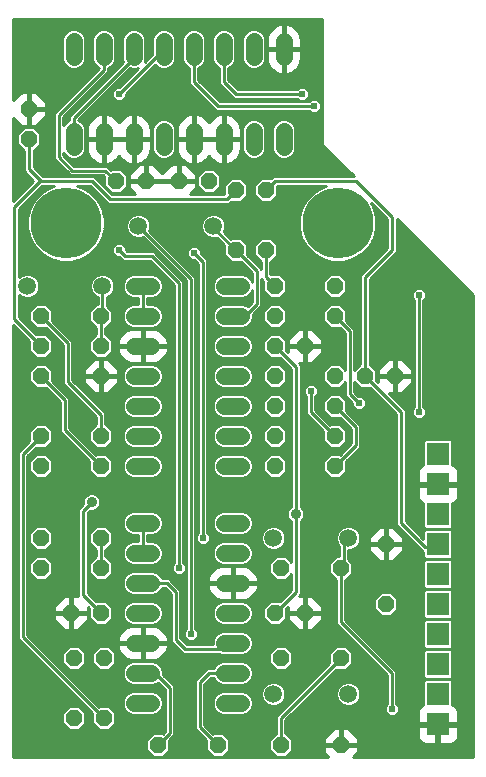
<source format=gtl>
G75*
%MOIN*%
%OFA0B0*%
%FSLAX24Y24*%
%IPPOS*%
%LPD*%
%AMOC8*
5,1,8,0,0,1.08239X$1,22.5*
%
%ADD10OC8,0.0560*%
%ADD11C,0.0560*%
%ADD12C,0.0594*%
%ADD13R,0.0748X0.0748*%
%ADD14C,0.0100*%
%ADD15C,0.0356*%
%ADD16C,0.0087*%
%ADD17C,0.0238*%
%ADD18C,0.2362*%
D10*
X002850Y002110D03*
X003850Y002110D03*
X003850Y004110D03*
X003750Y005610D03*
X002850Y004110D03*
X002750Y005610D03*
X001750Y007110D03*
X001750Y008110D03*
X001750Y010510D03*
X001750Y011510D03*
X001750Y013510D03*
X001750Y014510D03*
X001750Y015510D03*
X003750Y015510D03*
X003750Y014510D03*
X003750Y013510D03*
X003750Y011510D03*
X003750Y010510D03*
X003750Y008110D03*
X003750Y007110D03*
X005650Y001210D03*
X007650Y001210D03*
X009750Y001210D03*
X011750Y001210D03*
X011750Y004110D03*
X010550Y005610D03*
X009750Y004110D03*
X009550Y005610D03*
X009750Y007110D03*
X011750Y007110D03*
X013250Y007910D03*
X013250Y005910D03*
X011550Y010510D03*
X011550Y011510D03*
X011550Y012510D03*
X011550Y013510D03*
X012550Y013510D03*
X013550Y013510D03*
X011550Y015510D03*
X011550Y016510D03*
X010550Y014510D03*
X009550Y014510D03*
X009550Y013510D03*
X009550Y012510D03*
X009550Y011510D03*
X009550Y010510D03*
X009550Y015510D03*
X009550Y016510D03*
X009250Y017710D03*
X008250Y017710D03*
X008250Y019710D03*
X007350Y020010D03*
X006350Y020010D03*
X005250Y020010D03*
X004250Y020010D03*
X001350Y021410D03*
X001350Y022410D03*
X009250Y019710D03*
D11*
X008850Y021130D02*
X008850Y021690D01*
X007850Y021690D02*
X007850Y021130D01*
X006850Y021130D02*
X006850Y021690D01*
X005850Y021690D02*
X005850Y021130D01*
X004850Y021130D02*
X004850Y021690D01*
X003850Y021690D02*
X003850Y021130D01*
X002850Y021130D02*
X002850Y021690D01*
X002850Y024130D02*
X002850Y024690D01*
X003850Y024690D02*
X003850Y024130D01*
X004850Y024130D02*
X004850Y024690D01*
X005850Y024690D02*
X005850Y024130D01*
X006850Y024130D02*
X006850Y024690D01*
X007850Y024690D02*
X007850Y024130D01*
X008850Y024130D02*
X008850Y024690D01*
X009850Y024690D02*
X009850Y024130D01*
X009850Y021690D02*
X009850Y021130D01*
X008430Y016510D02*
X007870Y016510D01*
X007870Y015510D02*
X008430Y015510D01*
X008430Y014510D02*
X007870Y014510D01*
X007870Y013510D02*
X008430Y013510D01*
X008430Y012510D02*
X007870Y012510D01*
X007870Y011510D02*
X008430Y011510D01*
X008430Y010510D02*
X007870Y010510D01*
X007870Y008610D02*
X008430Y008610D01*
X008430Y007610D02*
X007870Y007610D01*
X007870Y006610D02*
X008430Y006610D01*
X008430Y005610D02*
X007870Y005610D01*
X007870Y004610D02*
X008430Y004610D01*
X008430Y003610D02*
X007870Y003610D01*
X007870Y002610D02*
X008430Y002610D01*
X005430Y002610D02*
X004870Y002610D01*
X004870Y003610D02*
X005430Y003610D01*
X005430Y004610D02*
X004870Y004610D01*
X004870Y005610D02*
X005430Y005610D01*
X005430Y006610D02*
X004870Y006610D01*
X004870Y007610D02*
X005430Y007610D01*
X005430Y008610D02*
X004870Y008610D01*
X004870Y010510D02*
X005430Y010510D01*
X005430Y011510D02*
X004870Y011510D01*
X004870Y012510D02*
X005430Y012510D01*
X005430Y013510D02*
X004870Y013510D01*
X004870Y014510D02*
X005430Y014510D01*
X005430Y015510D02*
X004870Y015510D01*
X004870Y016510D02*
X005430Y016510D01*
D12*
X005000Y018510D03*
X003800Y016510D03*
X001300Y016510D03*
X007500Y018510D03*
X009500Y008110D03*
X012000Y008110D03*
X012000Y002910D03*
X009500Y002910D03*
D13*
X014990Y002911D03*
X014990Y003911D03*
X014990Y004911D03*
X014990Y005911D03*
X014990Y006911D03*
X014990Y007911D03*
X014990Y008911D03*
X014990Y009911D03*
X014990Y010911D03*
X014990Y001911D03*
D14*
X000829Y000812D02*
X000829Y015205D01*
X001361Y014673D01*
X001360Y014672D01*
X001360Y014348D01*
X001588Y014120D01*
X001912Y014120D01*
X002140Y014348D01*
X002140Y014672D01*
X001912Y014900D01*
X001588Y014900D01*
X001587Y014899D01*
X001010Y015476D01*
X001010Y016224D01*
X001069Y016165D01*
X001219Y016103D01*
X001381Y016103D01*
X001531Y016165D01*
X001645Y016279D01*
X001707Y016429D01*
X001707Y016591D01*
X001645Y016741D01*
X001531Y016855D01*
X001381Y016917D01*
X001219Y016917D01*
X001069Y016855D01*
X001010Y016796D01*
X001010Y019079D01*
X001781Y019850D01*
X002207Y019850D01*
X002090Y019819D01*
X001796Y019649D01*
X001555Y019408D01*
X001385Y019114D01*
X001297Y018785D01*
X001297Y018446D01*
X001385Y018117D01*
X001555Y017823D01*
X001796Y017582D01*
X002090Y017412D01*
X002419Y017324D01*
X002759Y017324D01*
X003087Y017412D01*
X003381Y017582D01*
X003622Y017823D01*
X003792Y018117D01*
X003880Y018446D01*
X003880Y018785D01*
X003792Y019114D01*
X003622Y019408D01*
X003381Y019649D01*
X003087Y019819D01*
X002970Y019850D01*
X003384Y019850D01*
X003890Y019344D01*
X003984Y019250D01*
X008016Y019250D01*
X008087Y019321D01*
X008088Y019320D01*
X008412Y019320D01*
X008640Y019548D01*
X008640Y019872D01*
X008412Y020100D01*
X008088Y020100D01*
X007860Y019872D01*
X007860Y019570D01*
X006716Y019570D01*
X006920Y019774D01*
X006920Y019980D01*
X006380Y019980D01*
X006380Y020040D01*
X006320Y020040D01*
X006320Y020580D01*
X006114Y020580D01*
X005800Y020266D01*
X005486Y020580D01*
X005280Y020580D01*
X005280Y020040D01*
X006320Y020040D01*
X006320Y019980D01*
X005780Y019980D01*
X005280Y019980D01*
X005280Y020040D01*
X005220Y020040D01*
X005220Y020580D01*
X005014Y020580D01*
X004680Y020246D01*
X004680Y020040D01*
X005220Y020040D01*
X005220Y019980D01*
X004680Y019980D01*
X004680Y019774D01*
X004884Y019570D01*
X004116Y019570D01*
X003516Y020170D01*
X001816Y020170D01*
X001510Y020476D01*
X001510Y021020D01*
X001512Y021020D01*
X001740Y021248D01*
X001740Y021572D01*
X001512Y021800D01*
X001188Y021800D01*
X000960Y021572D01*
X000960Y021248D01*
X001188Y021020D01*
X001190Y021020D01*
X001190Y020344D01*
X001506Y020028D01*
X000829Y019350D01*
X000829Y022125D01*
X001114Y021840D01*
X001320Y021840D01*
X001320Y022380D01*
X001380Y022380D01*
X001380Y022440D01*
X001320Y022440D01*
X001320Y022980D01*
X001114Y022980D01*
X000829Y022695D01*
X000829Y025395D01*
X011140Y025395D01*
X011140Y021227D01*
X012197Y020170D01*
X009484Y020170D01*
X009413Y020099D01*
X009412Y020100D01*
X009088Y020100D01*
X008860Y019872D01*
X008860Y019548D01*
X009088Y019320D01*
X009412Y019320D01*
X009640Y019548D01*
X009640Y019850D01*
X011262Y019850D01*
X011145Y019819D01*
X010851Y019649D01*
X010611Y019408D01*
X010441Y019114D01*
X010353Y018785D01*
X010353Y018446D01*
X010441Y018117D01*
X010611Y017823D01*
X010851Y017582D01*
X011145Y017412D01*
X011474Y017324D01*
X011814Y017324D01*
X012142Y017412D01*
X012436Y017582D01*
X012677Y017823D01*
X012847Y018117D01*
X012935Y018446D01*
X012935Y018785D01*
X012847Y019114D01*
X012743Y019294D01*
X013290Y018747D01*
X013290Y017772D01*
X012390Y016872D01*
X012390Y013900D01*
X012388Y013900D01*
X012203Y013715D01*
X012203Y015074D01*
X011934Y015343D01*
X011940Y015348D01*
X011940Y015672D01*
X011712Y015900D01*
X011388Y015900D01*
X011160Y015672D01*
X011160Y015348D01*
X011388Y015120D01*
X011712Y015120D01*
X011717Y015126D01*
X011897Y014946D01*
X011897Y013715D01*
X011712Y013900D01*
X011388Y013900D01*
X011160Y013672D01*
X011160Y013348D01*
X011388Y013120D01*
X011712Y013120D01*
X011897Y013305D01*
X011897Y012846D01*
X011986Y012757D01*
X012121Y012622D01*
X012121Y012515D01*
X012255Y012381D01*
X012445Y012381D01*
X012579Y012515D01*
X012579Y012705D01*
X012445Y012839D01*
X012338Y012839D01*
X012203Y012974D01*
X012203Y013305D01*
X012388Y013120D01*
X012712Y013120D01*
X012713Y013121D01*
X013590Y012244D01*
X013590Y008544D01*
X013684Y008450D01*
X014390Y007744D01*
X014390Y007744D01*
X014484Y007650D01*
X014506Y007650D01*
X014506Y007491D01*
X014571Y007427D01*
X015410Y007427D01*
X015474Y007491D01*
X015474Y008330D01*
X015410Y008395D01*
X014571Y008395D01*
X014506Y008330D01*
X014506Y008080D01*
X013910Y008676D01*
X013910Y012376D01*
X013346Y012940D01*
X013520Y012940D01*
X013520Y013480D01*
X012980Y013480D01*
X012980Y013306D01*
X012939Y013347D01*
X012940Y013348D01*
X012940Y013672D01*
X012712Y013900D01*
X012710Y013900D01*
X012710Y016739D01*
X013516Y017545D01*
X013610Y017639D01*
X013610Y018757D01*
X016160Y016208D01*
X016160Y000812D01*
X012158Y000812D01*
X012320Y000974D01*
X012320Y001180D01*
X011780Y001180D01*
X011780Y001240D01*
X011720Y001240D01*
X011720Y001780D01*
X011514Y001780D01*
X011180Y001446D01*
X011180Y001240D01*
X011720Y001240D01*
X011720Y001180D01*
X011180Y001180D01*
X011180Y000974D01*
X011342Y000812D01*
X000829Y000812D01*
X000829Y000899D02*
X005409Y000899D01*
X005488Y000820D02*
X005812Y000820D01*
X006040Y001048D01*
X006040Y001372D01*
X006034Y001377D01*
X006203Y001546D01*
X006203Y003174D01*
X006114Y003263D01*
X006897Y003263D01*
X006897Y003165D02*
X006203Y003165D01*
X006203Y003066D02*
X006897Y003066D01*
X006897Y002968D02*
X006203Y002968D01*
X006203Y002869D02*
X006897Y002869D01*
X006897Y002771D02*
X006203Y002771D01*
X006203Y002672D02*
X006897Y002672D01*
X006897Y002574D02*
X006203Y002574D01*
X006203Y002475D02*
X006897Y002475D01*
X006897Y002377D02*
X006203Y002377D01*
X006203Y002278D02*
X006897Y002278D01*
X006897Y002180D02*
X006203Y002180D01*
X006203Y002081D02*
X006897Y002081D01*
X006897Y001983D02*
X006203Y001983D01*
X006203Y001884D02*
X006897Y001884D01*
X006897Y001786D02*
X006203Y001786D01*
X006203Y001687D02*
X006956Y001687D01*
X006897Y001746D02*
X007266Y001377D01*
X007260Y001372D01*
X007260Y001048D01*
X007488Y000820D01*
X007812Y000820D01*
X008040Y001048D01*
X008040Y001372D01*
X007812Y001600D01*
X007488Y001600D01*
X007483Y001594D01*
X007203Y001874D01*
X007203Y003246D01*
X007414Y003457D01*
X007511Y003457D01*
X007539Y003389D01*
X007649Y003279D01*
X007792Y003220D01*
X008508Y003220D01*
X008651Y003279D01*
X008761Y003389D01*
X008820Y003532D01*
X008820Y003688D01*
X008761Y003831D01*
X008651Y003941D01*
X008508Y004000D01*
X007792Y004000D01*
X007649Y003941D01*
X007539Y003831D01*
X007511Y003763D01*
X007286Y003763D01*
X006986Y003463D01*
X006897Y003374D01*
X006897Y001746D01*
X007055Y001589D02*
X006203Y001589D01*
X006147Y001490D02*
X007153Y001490D01*
X007252Y001392D02*
X006048Y001392D01*
X006040Y001293D02*
X007260Y001293D01*
X007260Y001195D02*
X006040Y001195D01*
X006040Y001096D02*
X007260Y001096D01*
X007311Y000998D02*
X005989Y000998D01*
X005891Y000899D02*
X007409Y000899D01*
X007891Y000899D02*
X009509Y000899D01*
X009588Y000820D02*
X009360Y001048D01*
X009360Y001372D01*
X009588Y001600D01*
X009597Y001600D01*
X009597Y002174D01*
X011366Y003943D01*
X011360Y003948D01*
X011360Y004272D01*
X011588Y004500D01*
X011912Y004500D01*
X012140Y004272D01*
X012140Y003948D01*
X011912Y003720D01*
X011588Y003720D01*
X011583Y003726D01*
X009903Y002046D01*
X009903Y001600D01*
X009912Y001600D01*
X010140Y001372D01*
X010140Y001048D01*
X009912Y000820D01*
X009588Y000820D01*
X009411Y000998D02*
X007989Y000998D01*
X008040Y001096D02*
X009360Y001096D01*
X009360Y001195D02*
X008040Y001195D01*
X008040Y001293D02*
X009360Y001293D01*
X009380Y001392D02*
X008020Y001392D01*
X007921Y001490D02*
X009479Y001490D01*
X009577Y001589D02*
X007823Y001589D01*
X007390Y001687D02*
X009597Y001687D01*
X009597Y001786D02*
X007291Y001786D01*
X007203Y001884D02*
X009597Y001884D01*
X009597Y001983D02*
X007203Y001983D01*
X007203Y002081D02*
X009597Y002081D01*
X009603Y002180D02*
X007203Y002180D01*
X007203Y002278D02*
X007652Y002278D01*
X007649Y002279D02*
X007792Y002220D01*
X008508Y002220D01*
X008651Y002279D01*
X008761Y002389D01*
X008820Y002532D01*
X008820Y002688D01*
X008761Y002831D01*
X008651Y002941D01*
X008508Y003000D01*
X007792Y003000D01*
X007649Y002941D01*
X007539Y002831D01*
X007480Y002688D01*
X007480Y002532D01*
X007539Y002389D01*
X007649Y002279D01*
X007552Y002377D02*
X007203Y002377D01*
X007203Y002475D02*
X007504Y002475D01*
X007480Y002574D02*
X007203Y002574D01*
X007203Y002672D02*
X007480Y002672D01*
X007514Y002771D02*
X007203Y002771D01*
X007203Y002869D02*
X007578Y002869D01*
X007714Y002968D02*
X007203Y002968D01*
X007203Y003066D02*
X009124Y003066D01*
X009155Y003141D02*
X009093Y002991D01*
X009093Y002829D01*
X009155Y002679D01*
X009269Y002565D01*
X009419Y002503D01*
X009581Y002503D01*
X009731Y002565D01*
X009845Y002679D01*
X009907Y002829D01*
X009907Y002991D01*
X009845Y003141D01*
X009731Y003255D01*
X009581Y003317D01*
X009419Y003317D01*
X009269Y003255D01*
X009155Y003141D01*
X009179Y003165D02*
X007203Y003165D01*
X007220Y003263D02*
X007688Y003263D01*
X007567Y003362D02*
X007318Y003362D01*
X007082Y003559D02*
X005820Y003559D01*
X005820Y003557D02*
X005820Y003688D01*
X005761Y003831D01*
X005651Y003941D01*
X005508Y004000D01*
X004792Y004000D01*
X004649Y003941D01*
X004539Y003831D01*
X004480Y003688D01*
X004480Y003532D01*
X004539Y003389D01*
X004649Y003279D01*
X004792Y003220D01*
X005508Y003220D01*
X005651Y003279D01*
X005657Y003286D01*
X005897Y003046D01*
X005897Y001674D01*
X005817Y001594D01*
X005812Y001600D01*
X005488Y001600D01*
X005260Y001372D01*
X005260Y001048D01*
X005488Y000820D01*
X005311Y000998D02*
X000829Y000998D01*
X000829Y001096D02*
X005260Y001096D01*
X005260Y001195D02*
X000829Y001195D01*
X000829Y001293D02*
X005260Y001293D01*
X005280Y001392D02*
X000829Y001392D01*
X000829Y001490D02*
X005379Y001490D01*
X005477Y001589D02*
X000829Y001589D01*
X000829Y001687D02*
X005897Y001687D01*
X005897Y001786D02*
X004077Y001786D01*
X004012Y001720D02*
X004240Y001948D01*
X004240Y002272D01*
X004012Y002500D01*
X003688Y002500D01*
X003683Y002494D01*
X001303Y004874D01*
X001303Y010846D01*
X001583Y011126D01*
X001588Y011120D01*
X001912Y011120D01*
X002140Y011348D01*
X002140Y011672D01*
X001912Y011900D01*
X001588Y011900D01*
X001360Y011672D01*
X001360Y011348D01*
X001366Y011343D01*
X001086Y011063D01*
X000997Y010974D01*
X000997Y004746D01*
X003466Y002277D01*
X003460Y002272D01*
X003460Y001948D01*
X003688Y001720D01*
X004012Y001720D01*
X004176Y001884D02*
X005897Y001884D01*
X005897Y001983D02*
X004240Y001983D01*
X004240Y002081D02*
X005897Y002081D01*
X005897Y002180D02*
X004240Y002180D01*
X004233Y002278D02*
X004652Y002278D01*
X004649Y002279D02*
X004792Y002220D01*
X005508Y002220D01*
X005651Y002279D01*
X005761Y002389D01*
X005820Y002532D01*
X005820Y002688D01*
X005761Y002831D01*
X005651Y002941D01*
X005508Y003000D01*
X004792Y003000D01*
X004649Y002941D01*
X004539Y002831D01*
X004480Y002688D01*
X004480Y002532D01*
X004539Y002389D01*
X004649Y002279D01*
X004552Y002377D02*
X004135Y002377D01*
X004036Y002475D02*
X004504Y002475D01*
X004480Y002574D02*
X003603Y002574D01*
X003505Y002672D02*
X004480Y002672D01*
X004514Y002771D02*
X003406Y002771D01*
X003308Y002869D02*
X004578Y002869D01*
X004714Y002968D02*
X003209Y002968D01*
X003111Y003066D02*
X005877Y003066D01*
X005897Y002968D02*
X005586Y002968D01*
X005722Y002869D02*
X005897Y002869D01*
X005897Y002771D02*
X005786Y002771D01*
X005820Y002672D02*
X005897Y002672D01*
X005897Y002574D02*
X005820Y002574D01*
X005796Y002475D02*
X005897Y002475D01*
X005897Y002377D02*
X005748Y002377D01*
X005648Y002278D02*
X005897Y002278D01*
X005779Y003165D02*
X003012Y003165D01*
X002914Y003263D02*
X004688Y003263D01*
X004567Y003362D02*
X002815Y003362D01*
X002717Y003460D02*
X004510Y003460D01*
X004480Y003559D02*
X002618Y003559D01*
X002520Y003657D02*
X004480Y003657D01*
X004508Y003756D02*
X004047Y003756D01*
X004012Y003720D02*
X004240Y003948D01*
X004240Y004272D01*
X004012Y004500D01*
X003688Y004500D01*
X003460Y004272D01*
X003460Y003948D01*
X003688Y003720D01*
X004012Y003720D01*
X004146Y003854D02*
X004563Y003854D01*
X004678Y003953D02*
X004240Y003953D01*
X004240Y004051D02*
X004755Y004051D01*
X004737Y004054D02*
X004825Y004040D01*
X005120Y004040D01*
X005120Y004580D01*
X005180Y004580D01*
X005180Y004640D01*
X005120Y004640D01*
X005120Y005180D01*
X004825Y005180D01*
X004737Y005166D01*
X004651Y005138D01*
X004571Y005098D01*
X004499Y005045D01*
X004435Y004981D01*
X004382Y004909D01*
X004342Y004829D01*
X004314Y004743D01*
X004300Y004655D01*
X004300Y004640D01*
X005120Y004640D01*
X005120Y004580D01*
X004300Y004580D01*
X004300Y004565D01*
X004314Y004477D01*
X004342Y004391D01*
X004382Y004311D01*
X004435Y004239D01*
X004499Y004175D01*
X004571Y004122D01*
X004651Y004082D01*
X004737Y004054D01*
X004534Y004150D02*
X004240Y004150D01*
X004240Y004248D02*
X004428Y004248D01*
X004364Y004347D02*
X004165Y004347D01*
X004066Y004445D02*
X004324Y004445D01*
X004303Y004544D02*
X001633Y004544D01*
X001535Y004642D02*
X004300Y004642D01*
X004314Y004741D02*
X001436Y004741D01*
X001338Y004839D02*
X004347Y004839D01*
X004403Y004938D02*
X001303Y004938D01*
X001303Y005036D02*
X004490Y005036D01*
X004644Y005135D02*
X003081Y005135D01*
X002986Y005040D02*
X003320Y005374D01*
X003320Y005580D01*
X002780Y005580D01*
X002780Y005640D01*
X003320Y005640D01*
X003320Y005814D01*
X003361Y005773D01*
X003360Y005772D01*
X003360Y005448D01*
X003588Y005220D01*
X003912Y005220D01*
X004140Y005448D01*
X004140Y005772D01*
X003912Y006000D01*
X003588Y006000D01*
X003587Y005999D01*
X003310Y006276D01*
X003310Y008944D01*
X003389Y009023D01*
X003393Y009022D01*
X003507Y009022D01*
X003613Y009066D01*
X003694Y009147D01*
X003738Y009253D01*
X003738Y009367D01*
X003694Y009473D01*
X003613Y009554D01*
X003507Y009598D01*
X003393Y009598D01*
X003287Y009554D01*
X003206Y009473D01*
X003162Y009367D01*
X003162Y009253D01*
X003163Y009249D01*
X003084Y009170D01*
X002990Y009076D01*
X002990Y006176D01*
X002986Y006180D01*
X002780Y006180D01*
X002780Y005640D01*
X002720Y005640D01*
X002720Y006180D01*
X002514Y006180D01*
X002180Y005846D01*
X002180Y005640D01*
X002720Y005640D01*
X002720Y005580D01*
X002780Y005580D01*
X002780Y005040D01*
X002986Y005040D01*
X002780Y005135D02*
X002720Y005135D01*
X002720Y005040D02*
X002514Y005040D01*
X002180Y005374D01*
X002180Y005580D01*
X002720Y005580D01*
X002720Y005040D01*
X002720Y005233D02*
X002780Y005233D01*
X002780Y005332D02*
X002720Y005332D01*
X002720Y005430D02*
X002780Y005430D01*
X002780Y005529D02*
X002720Y005529D01*
X002720Y005627D02*
X001303Y005627D01*
X001303Y005529D02*
X002180Y005529D01*
X002180Y005430D02*
X001303Y005430D01*
X001303Y005332D02*
X002222Y005332D01*
X002321Y005233D02*
X001303Y005233D01*
X001303Y005135D02*
X002419Y005135D01*
X002780Y005627D02*
X003360Y005627D01*
X003360Y005529D02*
X003320Y005529D01*
X003320Y005430D02*
X003378Y005430D01*
X003477Y005332D02*
X003278Y005332D01*
X003179Y005233D02*
X003575Y005233D01*
X003750Y005610D02*
X003150Y006210D01*
X003150Y009010D01*
X003450Y009310D01*
X003318Y009567D02*
X001303Y009567D01*
X001303Y009469D02*
X003204Y009469D01*
X003163Y009370D02*
X001303Y009370D01*
X001303Y009272D02*
X003162Y009272D01*
X003087Y009173D02*
X001303Y009173D01*
X001303Y009075D02*
X002990Y009075D01*
X002990Y008976D02*
X001303Y008976D01*
X001303Y008878D02*
X002990Y008878D01*
X002990Y008779D02*
X001303Y008779D01*
X001303Y008681D02*
X002990Y008681D01*
X002990Y008582D02*
X001303Y008582D01*
X001303Y008484D02*
X001572Y008484D01*
X001588Y008500D02*
X001360Y008272D01*
X001360Y007948D01*
X001588Y007720D01*
X001912Y007720D01*
X002140Y007948D01*
X002140Y008272D01*
X001912Y008500D01*
X001588Y008500D01*
X001474Y008385D02*
X001303Y008385D01*
X001303Y008287D02*
X001375Y008287D01*
X001360Y008188D02*
X001303Y008188D01*
X001303Y008090D02*
X001360Y008090D01*
X001360Y007991D02*
X001303Y007991D01*
X001303Y007893D02*
X001416Y007893D01*
X001514Y007794D02*
X001303Y007794D01*
X001303Y007696D02*
X002990Y007696D01*
X002990Y007794D02*
X001986Y007794D01*
X002084Y007893D02*
X002990Y007893D01*
X002990Y007991D02*
X002140Y007991D01*
X002140Y008090D02*
X002990Y008090D01*
X002990Y008188D02*
X002140Y008188D01*
X002125Y008287D02*
X002990Y008287D01*
X002990Y008385D02*
X002026Y008385D01*
X001928Y008484D02*
X002990Y008484D01*
X003310Y008484D02*
X003572Y008484D01*
X003588Y008500D02*
X003360Y008272D01*
X003360Y007948D01*
X003588Y007720D01*
X003597Y007720D01*
X003597Y007500D01*
X003588Y007500D01*
X003360Y007272D01*
X003360Y006948D01*
X003588Y006720D01*
X003912Y006720D01*
X004140Y006948D01*
X004140Y007272D01*
X003912Y007500D01*
X003903Y007500D01*
X003903Y007720D01*
X003912Y007720D01*
X004140Y007948D01*
X004140Y008272D01*
X003912Y008500D01*
X003588Y008500D01*
X003474Y008385D02*
X003310Y008385D01*
X003310Y008287D02*
X003375Y008287D01*
X003360Y008188D02*
X003310Y008188D01*
X003310Y008090D02*
X003360Y008090D01*
X003360Y007991D02*
X003310Y007991D01*
X003310Y007893D02*
X003416Y007893D01*
X003514Y007794D02*
X003310Y007794D01*
X003310Y007696D02*
X003597Y007696D01*
X003597Y007597D02*
X003310Y007597D01*
X003310Y007499D02*
X003587Y007499D01*
X003489Y007400D02*
X003310Y007400D01*
X003310Y007302D02*
X003390Y007302D01*
X003360Y007203D02*
X003310Y007203D01*
X003310Y007105D02*
X003360Y007105D01*
X003360Y007006D02*
X003310Y007006D01*
X003310Y006908D02*
X003401Y006908D01*
X003310Y006809D02*
X003499Y006809D01*
X003310Y006711D02*
X004490Y006711D01*
X004480Y006688D02*
X004480Y006532D01*
X004539Y006389D01*
X004649Y006279D01*
X004792Y006220D01*
X005508Y006220D01*
X005651Y006279D01*
X005761Y006389D01*
X005789Y006457D01*
X005886Y006457D01*
X006097Y006246D01*
X006097Y004646D01*
X006186Y004557D01*
X006397Y004346D01*
X006486Y004257D01*
X007704Y004257D01*
X007792Y004220D01*
X008508Y004220D01*
X008651Y004279D01*
X008761Y004389D01*
X008820Y004532D01*
X008820Y004688D01*
X008761Y004831D01*
X008651Y004941D01*
X008508Y005000D01*
X007792Y005000D01*
X007649Y004941D01*
X007539Y004831D01*
X007480Y004688D01*
X007480Y004563D01*
X006614Y004563D01*
X006403Y004774D01*
X006403Y006374D01*
X006103Y006674D01*
X006014Y006763D01*
X005789Y006763D01*
X005761Y006831D01*
X005651Y006941D01*
X005508Y007000D01*
X004792Y007000D01*
X004649Y006941D01*
X004539Y006831D01*
X004480Y006688D01*
X004480Y006612D02*
X003310Y006612D01*
X003310Y006514D02*
X004488Y006514D01*
X004529Y006415D02*
X003310Y006415D01*
X003310Y006317D02*
X004612Y006317D01*
X004792Y006000D02*
X004649Y005941D01*
X004539Y005831D01*
X004480Y005688D01*
X004480Y005532D01*
X004539Y005389D01*
X004649Y005279D01*
X004792Y005220D01*
X005508Y005220D01*
X005651Y005279D01*
X005761Y005389D01*
X005820Y005532D01*
X005820Y005688D01*
X005761Y005831D01*
X005651Y005941D01*
X005508Y006000D01*
X004792Y006000D01*
X004631Y005923D02*
X003989Y005923D01*
X004087Y005824D02*
X004537Y005824D01*
X004496Y005726D02*
X004140Y005726D01*
X004140Y005627D02*
X004480Y005627D01*
X004482Y005529D02*
X004140Y005529D01*
X004122Y005430D02*
X004522Y005430D01*
X004597Y005332D02*
X004023Y005332D01*
X003925Y005233D02*
X004761Y005233D01*
X005120Y005135D02*
X005180Y005135D01*
X005180Y005180D02*
X005180Y004640D01*
X006000Y004640D01*
X006000Y004655D01*
X005986Y004743D01*
X005958Y004829D01*
X005918Y004909D01*
X005865Y004981D01*
X005801Y005045D01*
X005729Y005098D01*
X005649Y005138D01*
X005563Y005166D01*
X005475Y005180D01*
X005180Y005180D01*
X005180Y005036D02*
X005120Y005036D01*
X005120Y004938D02*
X005180Y004938D01*
X005180Y004839D02*
X005120Y004839D01*
X005120Y004741D02*
X005180Y004741D01*
X005180Y004642D02*
X005120Y004642D01*
X005180Y004580D02*
X005180Y004040D01*
X005475Y004040D01*
X005563Y004054D01*
X005649Y004082D01*
X005729Y004122D01*
X005801Y004175D01*
X005865Y004239D01*
X005918Y004311D01*
X005958Y004391D01*
X005986Y004477D01*
X006000Y004565D01*
X006000Y004580D01*
X005180Y004580D01*
X005180Y004544D02*
X005120Y004544D01*
X005120Y004445D02*
X005180Y004445D01*
X005180Y004347D02*
X005120Y004347D01*
X005120Y004248D02*
X005180Y004248D01*
X005180Y004150D02*
X005120Y004150D01*
X005120Y004051D02*
X005180Y004051D01*
X005545Y004051D02*
X009360Y004051D01*
X009360Y003953D02*
X008622Y003953D01*
X008737Y003854D02*
X009454Y003854D01*
X009360Y003948D02*
X009588Y003720D01*
X009912Y003720D01*
X010140Y003948D01*
X010140Y004272D01*
X009912Y004500D01*
X009588Y004500D01*
X009360Y004272D01*
X009360Y003948D01*
X009360Y004150D02*
X005766Y004150D01*
X005872Y004248D02*
X007725Y004248D01*
X007678Y003953D02*
X005622Y003953D01*
X005737Y003854D02*
X007563Y003854D01*
X007279Y003756D02*
X005792Y003756D01*
X005820Y003657D02*
X007180Y003657D01*
X006983Y003460D02*
X005917Y003460D01*
X005820Y003557D02*
X006114Y003263D01*
X006015Y003362D02*
X006897Y003362D01*
X006397Y004347D02*
X005936Y004347D01*
X005976Y004445D02*
X006298Y004445D01*
X006200Y004544D02*
X005997Y004544D01*
X006000Y004642D02*
X006101Y004642D01*
X006097Y004741D02*
X005986Y004741D01*
X005953Y004839D02*
X006097Y004839D01*
X006097Y004938D02*
X005897Y004938D01*
X005810Y005036D02*
X006097Y005036D01*
X006097Y005135D02*
X005656Y005135D01*
X005539Y005233D02*
X006097Y005233D01*
X006097Y005332D02*
X005703Y005332D01*
X005778Y005430D02*
X006097Y005430D01*
X006097Y005529D02*
X005818Y005529D01*
X005820Y005627D02*
X006097Y005627D01*
X006097Y005726D02*
X005804Y005726D01*
X005763Y005824D02*
X006097Y005824D01*
X006097Y005923D02*
X005669Y005923D01*
X005688Y006317D02*
X006027Y006317D01*
X006097Y006218D02*
X003368Y006218D01*
X003467Y006120D02*
X006097Y006120D01*
X006097Y006021D02*
X003565Y006021D01*
X003360Y005726D02*
X003320Y005726D01*
X002990Y006218D02*
X001303Y006218D01*
X001303Y006120D02*
X002454Y006120D01*
X002355Y006021D02*
X001303Y006021D01*
X001303Y005923D02*
X002257Y005923D01*
X002180Y005824D02*
X001303Y005824D01*
X001303Y005726D02*
X002180Y005726D01*
X002720Y005726D02*
X002780Y005726D01*
X002780Y005824D02*
X002720Y005824D01*
X002720Y005923D02*
X002780Y005923D01*
X002780Y006021D02*
X002720Y006021D01*
X002720Y006120D02*
X002780Y006120D01*
X002990Y006317D02*
X001303Y006317D01*
X001303Y006415D02*
X002990Y006415D01*
X002990Y006514D02*
X001303Y006514D01*
X001303Y006612D02*
X002990Y006612D01*
X002990Y006711D02*
X001303Y006711D01*
X001303Y006809D02*
X001499Y006809D01*
X001588Y006720D02*
X001360Y006948D01*
X001360Y007272D01*
X001588Y007500D01*
X001912Y007500D01*
X002140Y007272D01*
X002140Y006948D01*
X001912Y006720D01*
X001588Y006720D01*
X001401Y006908D02*
X001303Y006908D01*
X001303Y007006D02*
X001360Y007006D01*
X001360Y007105D02*
X001303Y007105D01*
X001303Y007203D02*
X001360Y007203D01*
X001390Y007302D02*
X001303Y007302D01*
X001303Y007400D02*
X001489Y007400D01*
X001587Y007499D02*
X001303Y007499D01*
X001303Y007597D02*
X002990Y007597D01*
X002990Y007499D02*
X001913Y007499D01*
X002011Y007400D02*
X002990Y007400D01*
X002990Y007302D02*
X002110Y007302D01*
X002140Y007203D02*
X002990Y007203D01*
X002990Y007105D02*
X002140Y007105D01*
X002140Y007006D02*
X002990Y007006D01*
X002990Y006908D02*
X002099Y006908D01*
X002001Y006809D02*
X002990Y006809D01*
X004001Y006809D02*
X004530Y006809D01*
X004616Y006908D02*
X004099Y006908D01*
X004140Y007006D02*
X006130Y007006D01*
X006121Y007015D02*
X006255Y006881D01*
X006445Y006881D01*
X006579Y007015D01*
X006579Y007205D01*
X006503Y007281D01*
X006503Y016674D01*
X005603Y017574D01*
X005514Y017663D01*
X004614Y017663D01*
X004579Y017698D01*
X004579Y017805D01*
X004445Y017939D01*
X004255Y017939D01*
X004121Y017805D01*
X004121Y017615D01*
X004255Y017481D01*
X004362Y017481D01*
X004486Y017357D01*
X005386Y017357D01*
X006197Y016546D01*
X006197Y007281D01*
X006121Y007205D01*
X006121Y007015D01*
X006121Y007105D02*
X004140Y007105D01*
X004140Y007203D02*
X006121Y007203D01*
X006197Y007302D02*
X005673Y007302D01*
X005651Y007279D02*
X005761Y007389D01*
X005820Y007532D01*
X005820Y007688D01*
X005761Y007831D01*
X005651Y007941D01*
X005508Y008000D01*
X005303Y008000D01*
X005303Y008220D01*
X005508Y008220D01*
X005651Y008279D01*
X005761Y008389D01*
X005820Y008532D01*
X005820Y008688D01*
X005761Y008831D01*
X005651Y008941D01*
X005508Y009000D01*
X004792Y009000D01*
X004649Y008941D01*
X004539Y008831D01*
X004480Y008688D01*
X004480Y008532D01*
X004539Y008389D01*
X004649Y008279D01*
X004792Y008220D01*
X004997Y008220D01*
X004997Y008000D01*
X004792Y008000D01*
X004649Y007941D01*
X004539Y007831D01*
X004480Y007688D01*
X004480Y007532D01*
X004539Y007389D01*
X004649Y007279D01*
X004792Y007220D01*
X005508Y007220D01*
X005651Y007279D01*
X005765Y007400D02*
X006197Y007400D01*
X006197Y007499D02*
X005806Y007499D01*
X005820Y007597D02*
X006197Y007597D01*
X006197Y007696D02*
X005817Y007696D01*
X005776Y007794D02*
X006197Y007794D01*
X006197Y007893D02*
X005699Y007893D01*
X005529Y007991D02*
X006197Y007991D01*
X006197Y008090D02*
X005303Y008090D01*
X005303Y008188D02*
X006197Y008188D01*
X006197Y008287D02*
X005658Y008287D01*
X005757Y008385D02*
X006197Y008385D01*
X006197Y008484D02*
X005800Y008484D01*
X005820Y008582D02*
X006197Y008582D01*
X006197Y008681D02*
X005820Y008681D01*
X005782Y008779D02*
X006197Y008779D01*
X006197Y008878D02*
X005714Y008878D01*
X005565Y008976D02*
X006197Y008976D01*
X006197Y009075D02*
X003622Y009075D01*
X003705Y009173D02*
X006197Y009173D01*
X006197Y009272D02*
X003738Y009272D01*
X003737Y009370D02*
X006197Y009370D01*
X006197Y009469D02*
X003696Y009469D01*
X003582Y009567D02*
X006197Y009567D01*
X006197Y009666D02*
X001303Y009666D01*
X001303Y009764D02*
X006197Y009764D01*
X006197Y009863D02*
X001303Y009863D01*
X001303Y009961D02*
X006197Y009961D01*
X006197Y010060D02*
X001303Y010060D01*
X001303Y010158D02*
X001550Y010158D01*
X001588Y010120D02*
X001912Y010120D01*
X002140Y010348D01*
X002140Y010672D01*
X001912Y010900D01*
X001588Y010900D01*
X001360Y010672D01*
X001360Y010348D01*
X001588Y010120D01*
X001452Y010257D02*
X001303Y010257D01*
X001303Y010355D02*
X001360Y010355D01*
X001360Y010454D02*
X001303Y010454D01*
X001303Y010552D02*
X001360Y010552D01*
X001360Y010651D02*
X001303Y010651D01*
X001303Y010749D02*
X001438Y010749D01*
X001536Y010848D02*
X001304Y010848D01*
X001403Y010946D02*
X003097Y010946D01*
X003196Y010848D02*
X001964Y010848D01*
X002062Y010749D02*
X003294Y010749D01*
X003366Y010677D02*
X003360Y010672D01*
X003360Y010348D01*
X003588Y010120D01*
X003912Y010120D01*
X004140Y010348D01*
X004140Y010672D01*
X003912Y010900D01*
X003588Y010900D01*
X003583Y010894D01*
X002703Y011774D01*
X002703Y012774D01*
X002134Y013343D01*
X002140Y013348D01*
X002140Y013672D01*
X001912Y013900D01*
X001588Y013900D01*
X001360Y013672D01*
X001360Y013348D01*
X001588Y013120D01*
X001912Y013120D01*
X001917Y013126D01*
X002397Y012646D01*
X002397Y011646D01*
X002486Y011557D01*
X003366Y010677D01*
X003360Y010651D02*
X002140Y010651D01*
X002140Y010552D02*
X003360Y010552D01*
X003360Y010454D02*
X002140Y010454D01*
X002140Y010355D02*
X003360Y010355D01*
X003452Y010257D02*
X002048Y010257D01*
X001950Y010158D02*
X003550Y010158D01*
X003950Y010158D02*
X004700Y010158D01*
X004649Y010179D02*
X004792Y010120D01*
X005508Y010120D01*
X005651Y010179D01*
X005761Y010289D01*
X005820Y010432D01*
X005820Y010588D01*
X005761Y010731D01*
X005651Y010841D01*
X005508Y010900D01*
X004792Y010900D01*
X004649Y010841D01*
X004539Y010731D01*
X004480Y010588D01*
X004480Y010432D01*
X004539Y010289D01*
X004649Y010179D01*
X004572Y010257D02*
X004048Y010257D01*
X004140Y010355D02*
X004512Y010355D01*
X004480Y010454D02*
X004140Y010454D01*
X004140Y010552D02*
X004480Y010552D01*
X004506Y010651D02*
X004140Y010651D01*
X004062Y010749D02*
X004558Y010749D01*
X004666Y010848D02*
X003964Y010848D01*
X003912Y011120D02*
X004140Y011348D01*
X004140Y011672D01*
X003912Y011900D01*
X003903Y011900D01*
X003903Y012274D01*
X003814Y012363D01*
X003814Y012363D01*
X002803Y013374D01*
X002803Y014674D01*
X002134Y015343D01*
X002140Y015348D01*
X002140Y015672D01*
X001912Y015900D01*
X001588Y015900D01*
X001360Y015672D01*
X001360Y015348D01*
X001588Y015120D01*
X001912Y015120D01*
X001917Y015126D01*
X002497Y014546D01*
X002497Y013246D01*
X002586Y013157D01*
X003597Y012146D01*
X003597Y011900D01*
X003588Y011900D01*
X003360Y011672D01*
X003360Y011348D01*
X003588Y011120D01*
X003912Y011120D01*
X003935Y011143D02*
X004737Y011143D01*
X004792Y011120D02*
X004649Y011179D01*
X004539Y011289D01*
X004480Y011432D01*
X004480Y011588D01*
X004539Y011731D01*
X004649Y011841D01*
X004792Y011900D01*
X005508Y011900D01*
X005651Y011841D01*
X005761Y011731D01*
X005820Y011588D01*
X005820Y011432D01*
X005761Y011289D01*
X005651Y011179D01*
X005508Y011120D01*
X004792Y011120D01*
X004587Y011242D02*
X004033Y011242D01*
X004132Y011340D02*
X004518Y011340D01*
X004480Y011439D02*
X004140Y011439D01*
X004140Y011537D02*
X004480Y011537D01*
X004500Y011636D02*
X004140Y011636D01*
X004077Y011734D02*
X004543Y011734D01*
X004641Y011833D02*
X003979Y011833D01*
X003903Y011931D02*
X006197Y011931D01*
X006197Y011833D02*
X005659Y011833D01*
X005757Y011734D02*
X006197Y011734D01*
X006197Y011636D02*
X005800Y011636D01*
X005820Y011537D02*
X006197Y011537D01*
X006197Y011439D02*
X005820Y011439D01*
X005782Y011340D02*
X006197Y011340D01*
X006197Y011242D02*
X005713Y011242D01*
X005563Y011143D02*
X006197Y011143D01*
X006197Y011045D02*
X003432Y011045D01*
X003334Y011143D02*
X003565Y011143D01*
X003467Y011242D02*
X003235Y011242D01*
X003137Y011340D02*
X003368Y011340D01*
X003360Y011439D02*
X003038Y011439D01*
X002940Y011537D02*
X003360Y011537D01*
X003360Y011636D02*
X002841Y011636D01*
X002743Y011734D02*
X003423Y011734D01*
X003521Y011833D02*
X002703Y011833D01*
X002703Y011931D02*
X003597Y011931D01*
X003597Y012030D02*
X002703Y012030D01*
X002703Y012128D02*
X003597Y012128D01*
X003517Y012227D02*
X002703Y012227D01*
X002703Y012325D02*
X003418Y012325D01*
X003320Y012424D02*
X002703Y012424D01*
X002703Y012522D02*
X003221Y012522D01*
X003123Y012621D02*
X002703Y012621D01*
X002703Y012719D02*
X003024Y012719D01*
X002926Y012818D02*
X002659Y012818D01*
X002561Y012916D02*
X002827Y012916D01*
X002729Y013015D02*
X002462Y013015D01*
X002364Y013113D02*
X002630Y013113D01*
X002586Y013157D02*
X002586Y013157D01*
X002532Y013212D02*
X002265Y013212D01*
X002167Y013310D02*
X002497Y013310D01*
X002497Y013409D02*
X002140Y013409D01*
X002140Y013507D02*
X002497Y013507D01*
X002497Y013606D02*
X002140Y013606D01*
X002107Y013704D02*
X002497Y013704D01*
X002497Y013803D02*
X002009Y013803D01*
X001988Y014197D02*
X002497Y014197D01*
X002497Y014295D02*
X002087Y014295D01*
X002140Y014394D02*
X002497Y014394D01*
X002497Y014492D02*
X002140Y014492D01*
X002140Y014591D02*
X002453Y014591D01*
X002354Y014689D02*
X002122Y014689D01*
X002024Y014788D02*
X002256Y014788D01*
X002157Y014886D02*
X001925Y014886D01*
X002059Y014985D02*
X001502Y014985D01*
X001403Y015083D02*
X001960Y015083D01*
X002197Y015280D02*
X003428Y015280D01*
X003360Y015348D02*
X003588Y015120D01*
X003597Y015120D01*
X003597Y014900D01*
X003588Y014900D01*
X003360Y014672D01*
X003360Y014348D01*
X003588Y014120D01*
X003912Y014120D01*
X004140Y014348D01*
X004140Y014672D01*
X003912Y014900D01*
X003903Y014900D01*
X003903Y015120D01*
X003912Y015120D01*
X004140Y015348D01*
X004140Y015672D01*
X003953Y015858D01*
X003953Y016133D01*
X004031Y016165D01*
X004145Y016279D01*
X004207Y016429D01*
X004207Y016591D01*
X004145Y016741D01*
X004031Y016855D01*
X003881Y016917D01*
X003719Y016917D01*
X003569Y016855D01*
X003455Y016741D01*
X003393Y016591D01*
X003393Y016429D01*
X003455Y016279D01*
X003569Y016165D01*
X003647Y016133D01*
X003647Y015900D01*
X003588Y015900D01*
X003360Y015672D01*
X003360Y015348D01*
X003360Y015379D02*
X002140Y015379D01*
X002140Y015477D02*
X003360Y015477D01*
X003360Y015576D02*
X002140Y015576D01*
X002137Y015674D02*
X003363Y015674D01*
X003461Y015773D02*
X002039Y015773D01*
X001940Y015871D02*
X003560Y015871D01*
X003647Y015970D02*
X001010Y015970D01*
X001010Y016068D02*
X003647Y016068D01*
X003568Y016167D02*
X001532Y016167D01*
X001631Y016265D02*
X003469Y016265D01*
X003420Y016364D02*
X001680Y016364D01*
X001707Y016462D02*
X003393Y016462D01*
X003393Y016561D02*
X001707Y016561D01*
X001679Y016659D02*
X003421Y016659D01*
X003472Y016758D02*
X001628Y016758D01*
X001528Y016856D02*
X003572Y016856D01*
X004028Y016856D02*
X004687Y016856D01*
X004649Y016841D02*
X004792Y016900D01*
X005508Y016900D01*
X005651Y016841D01*
X005761Y016731D01*
X005820Y016588D01*
X005820Y016432D01*
X005761Y016289D01*
X005651Y016179D01*
X005508Y016120D01*
X005303Y016120D01*
X005303Y015900D01*
X005508Y015900D01*
X005651Y015841D01*
X005761Y015731D01*
X005820Y015588D01*
X005820Y015432D01*
X005761Y015289D01*
X005651Y015179D01*
X005508Y015120D01*
X004792Y015120D01*
X004649Y015179D01*
X004539Y015289D01*
X004480Y015432D01*
X004480Y015588D01*
X004539Y015731D01*
X004649Y015841D01*
X004792Y015900D01*
X004997Y015900D01*
X004997Y016120D01*
X004792Y016120D01*
X004649Y016179D01*
X004539Y016289D01*
X004480Y016432D01*
X004480Y016588D01*
X004539Y016731D01*
X004649Y016841D01*
X004566Y016758D02*
X004128Y016758D01*
X004179Y016659D02*
X004510Y016659D01*
X004480Y016561D02*
X004207Y016561D01*
X004207Y016462D02*
X004480Y016462D01*
X004508Y016364D02*
X004180Y016364D01*
X004131Y016265D02*
X004563Y016265D01*
X004680Y016167D02*
X004032Y016167D01*
X003953Y016068D02*
X004997Y016068D01*
X004997Y015970D02*
X003953Y015970D01*
X003953Y015871D02*
X004723Y015871D01*
X004581Y015773D02*
X004039Y015773D01*
X004137Y015674D02*
X004516Y015674D01*
X004480Y015576D02*
X004140Y015576D01*
X004140Y015477D02*
X004480Y015477D01*
X004502Y015379D02*
X004140Y015379D01*
X004072Y015280D02*
X004548Y015280D01*
X004647Y015182D02*
X003973Y015182D01*
X003903Y015083D02*
X006197Y015083D01*
X006197Y014985D02*
X005746Y014985D01*
X005729Y014998D02*
X005649Y015038D01*
X005563Y015066D01*
X005475Y015080D01*
X005180Y015080D01*
X005180Y014540D01*
X005120Y014540D01*
X005120Y015080D01*
X004825Y015080D01*
X004737Y015066D01*
X004651Y015038D01*
X004571Y014998D01*
X004499Y014945D01*
X004435Y014881D01*
X004382Y014809D01*
X004342Y014729D01*
X004314Y014643D01*
X004300Y014555D01*
X004300Y014540D01*
X005120Y014540D01*
X005120Y014480D01*
X005180Y014480D01*
X005180Y014540D01*
X006000Y014540D01*
X006000Y014555D01*
X005986Y014643D01*
X005958Y014729D01*
X005918Y014809D01*
X005865Y014881D01*
X005801Y014945D01*
X005729Y014998D01*
X005860Y014886D02*
X006197Y014886D01*
X006197Y014788D02*
X005928Y014788D01*
X005971Y014689D02*
X006197Y014689D01*
X006197Y014591D02*
X005994Y014591D01*
X006000Y014480D02*
X005180Y014480D01*
X005180Y013940D01*
X005475Y013940D01*
X005563Y013954D01*
X005649Y013982D01*
X005729Y014022D01*
X005801Y014075D01*
X005865Y014139D01*
X005918Y014211D01*
X005958Y014291D01*
X005986Y014377D01*
X006000Y014465D01*
X006000Y014480D01*
X005989Y014394D02*
X006197Y014394D01*
X006197Y014492D02*
X005180Y014492D01*
X005120Y014492D02*
X004140Y014492D01*
X004140Y014394D02*
X004311Y014394D01*
X004314Y014377D02*
X004342Y014291D01*
X004382Y014211D01*
X004435Y014139D01*
X004499Y014075D01*
X004571Y014022D01*
X004651Y013982D01*
X004737Y013954D01*
X004825Y013940D01*
X005120Y013940D01*
X005120Y014480D01*
X004300Y014480D01*
X004300Y014465D01*
X004314Y014377D01*
X004340Y014295D02*
X004087Y014295D01*
X003988Y014197D02*
X004393Y014197D01*
X004476Y014098D02*
X002803Y014098D01*
X002803Y014000D02*
X003434Y014000D01*
X003514Y014080D02*
X003180Y013746D01*
X003180Y013540D01*
X003720Y013540D01*
X003720Y014080D01*
X003514Y014080D01*
X003512Y014197D02*
X002803Y014197D01*
X002803Y014295D02*
X003413Y014295D01*
X003360Y014394D02*
X002803Y014394D01*
X002803Y014492D02*
X003360Y014492D01*
X003360Y014591D02*
X002803Y014591D01*
X002788Y014689D02*
X003378Y014689D01*
X003476Y014788D02*
X002689Y014788D01*
X002591Y014886D02*
X003575Y014886D01*
X003597Y014985D02*
X002492Y014985D01*
X002394Y015083D02*
X003597Y015083D01*
X003527Y015182D02*
X002295Y015182D01*
X001750Y014510D02*
X000850Y015410D01*
X000850Y019145D01*
X001715Y020010D01*
X001750Y020010D01*
X001350Y020410D01*
X001350Y021410D01*
X001629Y021683D02*
X002197Y021683D01*
X002197Y021781D02*
X001530Y021781D01*
X001586Y021840D02*
X001920Y022174D01*
X001920Y022380D01*
X001380Y022380D01*
X001380Y021840D01*
X001586Y021840D01*
X001626Y021880D02*
X002197Y021880D01*
X002197Y021978D02*
X001724Y021978D01*
X001823Y022077D02*
X002197Y022077D01*
X002197Y022175D02*
X001920Y022175D01*
X001920Y022274D02*
X002197Y022274D01*
X002197Y020746D01*
X002647Y020296D01*
X002736Y020207D01*
X003836Y020207D01*
X003866Y020177D01*
X003860Y020172D01*
X003860Y019848D01*
X004088Y019620D01*
X004412Y019620D01*
X004640Y019848D01*
X004640Y020172D01*
X004412Y020400D01*
X004088Y020400D01*
X004083Y020394D01*
X004053Y020424D01*
X003964Y020513D01*
X002864Y020513D01*
X002503Y020874D01*
X002503Y020948D01*
X002519Y020909D01*
X002629Y020799D01*
X002772Y020740D01*
X002928Y020740D01*
X003071Y020799D01*
X003181Y020909D01*
X003240Y021052D01*
X003240Y021768D01*
X003181Y021911D01*
X003071Y022021D01*
X003005Y022048D01*
X004719Y023762D01*
X004772Y023740D01*
X004928Y023740D01*
X004988Y023765D01*
X004362Y023139D01*
X004255Y023139D01*
X004121Y023005D01*
X004121Y022815D01*
X004255Y022681D01*
X004445Y022681D01*
X004579Y022815D01*
X004579Y022922D01*
X005543Y023886D01*
X005629Y023799D01*
X005772Y023740D01*
X005928Y023740D01*
X006071Y023799D01*
X006181Y023909D01*
X006240Y024052D01*
X006240Y024768D01*
X006181Y024911D01*
X006071Y025021D01*
X005928Y025080D01*
X005772Y025080D01*
X005629Y025021D01*
X005519Y024911D01*
X005460Y024768D01*
X005460Y024237D01*
X005215Y023992D01*
X005240Y024052D01*
X005240Y024768D01*
X005181Y024911D01*
X005071Y025021D01*
X004928Y025080D01*
X004772Y025080D01*
X004629Y025021D01*
X004519Y024911D01*
X004460Y024768D01*
X004460Y024052D01*
X004494Y023971D01*
X002697Y022174D01*
X002697Y022049D01*
X002629Y022021D01*
X002519Y021911D01*
X002503Y021872D01*
X002503Y022146D01*
X004003Y023646D01*
X004003Y023771D01*
X004071Y023799D01*
X004181Y023909D01*
X004240Y024052D01*
X004240Y024768D01*
X004181Y024911D01*
X004071Y025021D01*
X003928Y025080D01*
X003772Y025080D01*
X003629Y025021D01*
X003519Y024911D01*
X003460Y024768D01*
X003460Y024052D01*
X003519Y023909D01*
X003629Y023799D01*
X003695Y023772D01*
X002286Y022363D01*
X002197Y022274D01*
X002295Y022372D02*
X001920Y022372D01*
X001920Y022440D02*
X001920Y022646D01*
X001586Y022980D01*
X001380Y022980D01*
X001380Y022440D01*
X001920Y022440D01*
X001920Y022471D02*
X002394Y022471D01*
X002492Y022569D02*
X001920Y022569D01*
X001898Y022668D02*
X002591Y022668D01*
X002689Y022766D02*
X001800Y022766D01*
X001701Y022865D02*
X002788Y022865D01*
X002886Y022963D02*
X001603Y022963D01*
X001380Y022963D02*
X001320Y022963D01*
X001320Y022865D02*
X001380Y022865D01*
X001380Y022766D02*
X001320Y022766D01*
X001320Y022668D02*
X001380Y022668D01*
X001380Y022569D02*
X001320Y022569D01*
X001320Y022471D02*
X001380Y022471D01*
X001380Y022372D02*
X001320Y022372D01*
X001320Y022274D02*
X001380Y022274D01*
X001380Y022175D02*
X001320Y022175D01*
X001320Y022077D02*
X001380Y022077D01*
X001380Y021978D02*
X001320Y021978D01*
X001320Y021880D02*
X001380Y021880D01*
X001170Y021781D02*
X000829Y021781D01*
X000829Y021683D02*
X001071Y021683D01*
X000973Y021584D02*
X000829Y021584D01*
X000829Y021486D02*
X000960Y021486D01*
X000960Y021387D02*
X000829Y021387D01*
X000829Y021289D02*
X000960Y021289D01*
X001018Y021190D02*
X000829Y021190D01*
X000829Y021092D02*
X001117Y021092D01*
X001190Y020993D02*
X000829Y020993D01*
X000829Y020895D02*
X001190Y020895D01*
X001190Y020796D02*
X000829Y020796D01*
X000829Y020698D02*
X001190Y020698D01*
X001190Y020599D02*
X000829Y020599D01*
X000829Y020501D02*
X001190Y020501D01*
X001190Y020402D02*
X000829Y020402D01*
X000829Y020304D02*
X001230Y020304D01*
X001329Y020205D02*
X000829Y020205D01*
X000829Y020107D02*
X001427Y020107D01*
X001486Y020008D02*
X000829Y020008D01*
X000829Y019910D02*
X001388Y019910D01*
X001289Y019811D02*
X000829Y019811D01*
X000829Y019713D02*
X001191Y019713D01*
X001092Y019614D02*
X000829Y019614D01*
X000829Y019516D02*
X000994Y019516D01*
X000895Y019417D02*
X000829Y019417D01*
X001053Y019122D02*
X001390Y019122D01*
X001361Y019023D02*
X001010Y019023D01*
X001010Y018925D02*
X001335Y018925D01*
X001308Y018826D02*
X001010Y018826D01*
X001010Y018728D02*
X001297Y018728D01*
X001297Y018629D02*
X001010Y018629D01*
X001010Y018531D02*
X001297Y018531D01*
X001301Y018432D02*
X001010Y018432D01*
X001010Y018334D02*
X001327Y018334D01*
X001354Y018235D02*
X001010Y018235D01*
X001010Y018137D02*
X001380Y018137D01*
X001431Y018038D02*
X001010Y018038D01*
X001010Y017940D02*
X001488Y017940D01*
X001545Y017841D02*
X001010Y017841D01*
X001010Y017743D02*
X001636Y017743D01*
X001734Y017644D02*
X001010Y017644D01*
X001010Y017546D02*
X001859Y017546D01*
X002030Y017447D02*
X001010Y017447D01*
X001010Y017349D02*
X002328Y017349D01*
X002849Y017349D02*
X005395Y017349D01*
X005493Y017250D02*
X001010Y017250D01*
X001010Y017152D02*
X005592Y017152D01*
X005690Y017053D02*
X001010Y017053D01*
X001010Y016955D02*
X005789Y016955D01*
X005887Y016856D02*
X005613Y016856D01*
X005734Y016758D02*
X005986Y016758D01*
X006084Y016659D02*
X005790Y016659D01*
X005820Y016561D02*
X006183Y016561D01*
X006197Y016462D02*
X005820Y016462D01*
X005792Y016364D02*
X006197Y016364D01*
X006197Y016265D02*
X005737Y016265D01*
X005620Y016167D02*
X006197Y016167D01*
X006197Y016068D02*
X005303Y016068D01*
X005303Y015970D02*
X006197Y015970D01*
X006197Y015871D02*
X005577Y015871D01*
X005719Y015773D02*
X006197Y015773D01*
X006197Y015674D02*
X005784Y015674D01*
X005820Y015576D02*
X006197Y015576D01*
X006197Y015477D02*
X005820Y015477D01*
X005798Y015379D02*
X006197Y015379D01*
X006197Y015280D02*
X005752Y015280D01*
X005653Y015182D02*
X006197Y015182D01*
X006503Y015182D02*
X006597Y015182D01*
X006597Y015280D02*
X006503Y015280D01*
X006503Y015379D02*
X006597Y015379D01*
X006597Y015477D02*
X006503Y015477D01*
X006503Y015576D02*
X006597Y015576D01*
X006597Y015674D02*
X006503Y015674D01*
X006503Y015773D02*
X006597Y015773D01*
X006597Y015871D02*
X006503Y015871D01*
X006503Y015970D02*
X006597Y015970D01*
X006597Y016068D02*
X006503Y016068D01*
X006503Y016167D02*
X006597Y016167D01*
X006597Y016265D02*
X006503Y016265D01*
X006503Y016364D02*
X006597Y016364D01*
X006597Y016462D02*
X006503Y016462D01*
X006503Y016561D02*
X006597Y016561D01*
X006597Y016659D02*
X006503Y016659D01*
X006597Y016696D02*
X006597Y005081D01*
X006521Y005005D01*
X006521Y004815D01*
X006655Y004681D01*
X006845Y004681D01*
X006979Y004815D01*
X006979Y005005D01*
X006903Y005081D01*
X006903Y016824D01*
X005375Y018352D01*
X005407Y018429D01*
X005407Y018591D01*
X005345Y018741D01*
X005231Y018855D01*
X005081Y018917D01*
X004919Y018917D01*
X004769Y018855D01*
X004655Y018741D01*
X004593Y018591D01*
X004593Y018429D01*
X004655Y018279D01*
X004769Y018165D01*
X004919Y018103D01*
X005081Y018103D01*
X005158Y018135D01*
X006597Y016696D01*
X006536Y016758D02*
X006419Y016758D01*
X006437Y016856D02*
X006321Y016856D01*
X006339Y016955D02*
X006222Y016955D01*
X006240Y017053D02*
X006124Y017053D01*
X006142Y017152D02*
X006025Y017152D01*
X006043Y017250D02*
X005927Y017250D01*
X005945Y017349D02*
X005828Y017349D01*
X005846Y017447D02*
X005730Y017447D01*
X005748Y017546D02*
X005631Y017546D01*
X005649Y017644D02*
X005533Y017644D01*
X005551Y017743D02*
X004579Y017743D01*
X004543Y017841D02*
X005452Y017841D01*
X005354Y017940D02*
X003689Y017940D01*
X003746Y018038D02*
X005255Y018038D01*
X005492Y018235D02*
X007199Y018235D01*
X007155Y018279D02*
X007269Y018165D01*
X007419Y018103D01*
X007581Y018103D01*
X007623Y018120D01*
X007866Y017877D01*
X007860Y017872D01*
X007860Y017548D01*
X008088Y017320D01*
X008412Y017320D01*
X008417Y017326D01*
X008797Y016946D01*
X008797Y016644D01*
X008761Y016731D01*
X008651Y016841D01*
X008508Y016900D01*
X007792Y016900D01*
X007649Y016841D01*
X007539Y016731D01*
X007480Y016588D01*
X007480Y016432D01*
X007539Y016289D01*
X007649Y016179D01*
X007792Y016120D01*
X008508Y016120D01*
X008651Y016179D01*
X008761Y016289D01*
X008797Y016376D01*
X008797Y015974D01*
X008657Y015834D01*
X008651Y015841D01*
X008508Y015900D01*
X007792Y015900D01*
X007649Y015841D01*
X007539Y015731D01*
X007480Y015588D01*
X007480Y015432D01*
X007539Y015289D01*
X007649Y015179D01*
X007792Y015120D01*
X008508Y015120D01*
X008651Y015179D01*
X008761Y015289D01*
X008820Y015432D01*
X008820Y015563D01*
X009103Y015846D01*
X009103Y016740D01*
X009166Y016677D01*
X009160Y016672D01*
X009160Y016348D01*
X009388Y016120D01*
X009712Y016120D01*
X009940Y016348D01*
X009940Y016672D01*
X009712Y016900D01*
X009403Y016900D01*
X009403Y017320D01*
X009412Y017320D01*
X009640Y017548D01*
X009640Y017872D01*
X009412Y018100D01*
X009088Y018100D01*
X008860Y017872D01*
X008860Y017548D01*
X009088Y017320D01*
X009097Y017320D01*
X009097Y017080D01*
X009014Y017163D01*
X008634Y017543D01*
X008640Y017548D01*
X008640Y017872D01*
X008412Y018100D01*
X008088Y018100D01*
X008083Y018094D01*
X007860Y018316D01*
X007907Y018429D01*
X007907Y018591D01*
X007845Y018741D01*
X007731Y018855D01*
X007581Y018917D01*
X007419Y018917D01*
X007269Y018855D01*
X007155Y018741D01*
X007093Y018591D01*
X007093Y018429D01*
X007155Y018279D01*
X007132Y018334D02*
X005393Y018334D01*
X005407Y018432D02*
X007093Y018432D01*
X007093Y018531D02*
X005407Y018531D01*
X005391Y018629D02*
X007109Y018629D01*
X007149Y018728D02*
X005351Y018728D01*
X005260Y018826D02*
X007240Y018826D01*
X007760Y018826D02*
X010364Y018826D01*
X010353Y018728D02*
X007851Y018728D01*
X007891Y018629D02*
X010353Y018629D01*
X010353Y018531D02*
X007907Y018531D01*
X007907Y018432D02*
X010356Y018432D01*
X010383Y018334D02*
X007868Y018334D01*
X007942Y018235D02*
X010409Y018235D01*
X010435Y018137D02*
X008040Y018137D01*
X007860Y017841D02*
X005886Y017841D01*
X005984Y017743D02*
X006659Y017743D01*
X006621Y017705D02*
X006621Y017515D01*
X006755Y017381D01*
X006862Y017381D01*
X006997Y017246D01*
X006997Y008281D01*
X006921Y008205D01*
X006921Y008015D01*
X007055Y007881D01*
X007245Y007881D01*
X007379Y008015D01*
X007379Y008205D01*
X007303Y008281D01*
X007303Y017374D01*
X007079Y017598D01*
X007079Y017705D01*
X006945Y017839D01*
X006755Y017839D01*
X006621Y017705D01*
X006621Y017644D02*
X006083Y017644D01*
X006181Y017546D02*
X006621Y017546D01*
X006689Y017447D02*
X006280Y017447D01*
X006378Y017349D02*
X006895Y017349D01*
X006993Y017250D02*
X006477Y017250D01*
X006575Y017152D02*
X006997Y017152D01*
X006997Y017053D02*
X006674Y017053D01*
X006772Y016955D02*
X006997Y016955D01*
X006997Y016856D02*
X006871Y016856D01*
X006903Y016758D02*
X006997Y016758D01*
X006997Y016659D02*
X006903Y016659D01*
X006903Y016561D02*
X006997Y016561D01*
X006997Y016462D02*
X006903Y016462D01*
X006903Y016364D02*
X006997Y016364D01*
X006997Y016265D02*
X006903Y016265D01*
X006903Y016167D02*
X006997Y016167D01*
X006997Y016068D02*
X006903Y016068D01*
X006903Y015970D02*
X006997Y015970D01*
X006997Y015871D02*
X006903Y015871D01*
X006903Y015773D02*
X006997Y015773D01*
X006997Y015674D02*
X006903Y015674D01*
X006903Y015576D02*
X006997Y015576D01*
X006997Y015477D02*
X006903Y015477D01*
X006903Y015379D02*
X006997Y015379D01*
X006997Y015280D02*
X006903Y015280D01*
X006903Y015182D02*
X006997Y015182D01*
X006997Y015083D02*
X006903Y015083D01*
X006903Y014985D02*
X006997Y014985D01*
X006997Y014886D02*
X006903Y014886D01*
X006903Y014788D02*
X006997Y014788D01*
X006997Y014689D02*
X006903Y014689D01*
X006903Y014591D02*
X006997Y014591D01*
X006997Y014492D02*
X006903Y014492D01*
X006903Y014394D02*
X006997Y014394D01*
X006997Y014295D02*
X006903Y014295D01*
X006903Y014197D02*
X006997Y014197D01*
X006997Y014098D02*
X006903Y014098D01*
X006903Y014000D02*
X006997Y014000D01*
X006997Y013901D02*
X006903Y013901D01*
X006903Y013803D02*
X006997Y013803D01*
X006997Y013704D02*
X006903Y013704D01*
X006903Y013606D02*
X006997Y013606D01*
X006997Y013507D02*
X006903Y013507D01*
X006903Y013409D02*
X006997Y013409D01*
X006997Y013310D02*
X006903Y013310D01*
X006903Y013212D02*
X006997Y013212D01*
X006997Y013113D02*
X006903Y013113D01*
X006903Y013015D02*
X006997Y013015D01*
X006997Y012916D02*
X006903Y012916D01*
X006903Y012818D02*
X006997Y012818D01*
X006997Y012719D02*
X006903Y012719D01*
X006903Y012621D02*
X006997Y012621D01*
X006997Y012522D02*
X006903Y012522D01*
X006903Y012424D02*
X006997Y012424D01*
X006997Y012325D02*
X006903Y012325D01*
X006903Y012227D02*
X006997Y012227D01*
X006997Y012128D02*
X006903Y012128D01*
X006903Y012030D02*
X006997Y012030D01*
X006997Y011931D02*
X006903Y011931D01*
X006903Y011833D02*
X006997Y011833D01*
X006997Y011734D02*
X006903Y011734D01*
X006903Y011636D02*
X006997Y011636D01*
X006997Y011537D02*
X006903Y011537D01*
X006903Y011439D02*
X006997Y011439D01*
X006997Y011340D02*
X006903Y011340D01*
X006903Y011242D02*
X006997Y011242D01*
X006997Y011143D02*
X006903Y011143D01*
X006903Y011045D02*
X006997Y011045D01*
X006997Y010946D02*
X006903Y010946D01*
X006903Y010848D02*
X006997Y010848D01*
X006997Y010749D02*
X006903Y010749D01*
X006903Y010651D02*
X006997Y010651D01*
X006997Y010552D02*
X006903Y010552D01*
X006903Y010454D02*
X006997Y010454D01*
X006997Y010355D02*
X006903Y010355D01*
X006903Y010257D02*
X006997Y010257D01*
X006997Y010158D02*
X006903Y010158D01*
X006903Y010060D02*
X006997Y010060D01*
X006997Y009961D02*
X006903Y009961D01*
X006903Y009863D02*
X006997Y009863D01*
X006997Y009764D02*
X006903Y009764D01*
X006903Y009666D02*
X006997Y009666D01*
X006997Y009567D02*
X006903Y009567D01*
X006903Y009469D02*
X006997Y009469D01*
X006997Y009370D02*
X006903Y009370D01*
X006903Y009272D02*
X006997Y009272D01*
X006997Y009173D02*
X006903Y009173D01*
X006903Y009075D02*
X006997Y009075D01*
X006997Y008976D02*
X006903Y008976D01*
X006903Y008878D02*
X006997Y008878D01*
X006997Y008779D02*
X006903Y008779D01*
X006903Y008681D02*
X006997Y008681D01*
X006997Y008582D02*
X006903Y008582D01*
X006903Y008484D02*
X006997Y008484D01*
X006997Y008385D02*
X006903Y008385D01*
X006903Y008287D02*
X006997Y008287D01*
X006921Y008188D02*
X006903Y008188D01*
X006903Y008090D02*
X006921Y008090D01*
X006903Y007991D02*
X006945Y007991D01*
X006903Y007893D02*
X007043Y007893D01*
X006903Y007794D02*
X007524Y007794D01*
X007539Y007831D02*
X007480Y007688D01*
X007480Y007532D01*
X007539Y007389D01*
X007649Y007279D01*
X007792Y007220D01*
X008508Y007220D01*
X008651Y007279D01*
X008761Y007389D01*
X008820Y007532D01*
X008820Y007688D01*
X008761Y007831D01*
X008651Y007941D01*
X008508Y008000D01*
X007792Y008000D01*
X007649Y007941D01*
X007539Y007831D01*
X007601Y007893D02*
X007257Y007893D01*
X007355Y007991D02*
X007771Y007991D01*
X007792Y008220D02*
X007649Y008279D01*
X007539Y008389D01*
X007480Y008532D01*
X007480Y008688D01*
X007539Y008831D01*
X007649Y008941D01*
X007792Y009000D01*
X008508Y009000D01*
X008651Y008941D01*
X008761Y008831D01*
X008820Y008688D01*
X008820Y008532D01*
X008761Y008389D01*
X008651Y008279D01*
X008508Y008220D01*
X007792Y008220D01*
X007642Y008287D02*
X007303Y008287D01*
X007303Y008385D02*
X007543Y008385D01*
X007500Y008484D02*
X007303Y008484D01*
X007303Y008582D02*
X007480Y008582D01*
X007480Y008681D02*
X007303Y008681D01*
X007303Y008779D02*
X007518Y008779D01*
X007586Y008878D02*
X007303Y008878D01*
X007303Y008976D02*
X007735Y008976D01*
X007303Y009075D02*
X010007Y009075D01*
X010006Y009073D02*
X009962Y008967D01*
X009962Y008853D01*
X010006Y008747D01*
X010087Y008666D01*
X010090Y008664D01*
X010090Y007322D01*
X009912Y007500D01*
X009588Y007500D01*
X009360Y007272D01*
X009360Y006948D01*
X009588Y006720D01*
X009912Y006720D01*
X010090Y006898D01*
X010090Y006376D01*
X009713Y005999D01*
X009712Y006000D01*
X009388Y006000D01*
X009160Y005772D01*
X009160Y005448D01*
X009388Y005220D01*
X009712Y005220D01*
X009940Y005448D01*
X009940Y005772D01*
X009939Y005773D01*
X009980Y005814D01*
X009980Y005640D01*
X010520Y005640D01*
X010520Y006180D01*
X010346Y006180D01*
X010410Y006244D01*
X010410Y008664D01*
X010413Y008666D01*
X010494Y008747D01*
X010538Y008853D01*
X010538Y008967D01*
X010494Y009073D01*
X010413Y009154D01*
X010410Y009156D01*
X010410Y013876D01*
X010346Y013940D01*
X010520Y013940D01*
X010520Y014480D01*
X009980Y014480D01*
X009980Y014306D01*
X009939Y014347D01*
X009940Y014348D01*
X009940Y014672D01*
X009712Y014900D01*
X009388Y014900D01*
X009160Y014672D01*
X009160Y014348D01*
X009388Y014120D01*
X009712Y014120D01*
X009713Y014121D01*
X010090Y013744D01*
X010090Y009156D01*
X010087Y009154D01*
X010006Y009073D01*
X009966Y008976D02*
X008565Y008976D01*
X008714Y008878D02*
X009962Y008878D01*
X009992Y008779D02*
X008782Y008779D01*
X008820Y008681D02*
X010072Y008681D01*
X010090Y008582D02*
X008820Y008582D01*
X008800Y008484D02*
X009338Y008484D01*
X009269Y008455D02*
X009155Y008341D01*
X009093Y008191D01*
X009093Y008029D01*
X009155Y007879D01*
X009269Y007765D01*
X009419Y007703D01*
X009581Y007703D01*
X009731Y007765D01*
X009845Y007879D01*
X009907Y008029D01*
X009907Y008191D01*
X009845Y008341D01*
X009731Y008455D01*
X009581Y008517D01*
X009419Y008517D01*
X009269Y008455D01*
X009199Y008385D02*
X008757Y008385D01*
X008658Y008287D02*
X009132Y008287D01*
X009093Y008188D02*
X007379Y008188D01*
X007379Y008090D02*
X009093Y008090D01*
X009109Y007991D02*
X008529Y007991D01*
X008699Y007893D02*
X009149Y007893D01*
X009240Y007794D02*
X008776Y007794D01*
X008817Y007696D02*
X010090Y007696D01*
X010090Y007794D02*
X009760Y007794D01*
X009851Y007893D02*
X010090Y007893D01*
X010090Y007991D02*
X009891Y007991D01*
X009907Y008090D02*
X010090Y008090D01*
X010090Y008188D02*
X009907Y008188D01*
X009868Y008287D02*
X010090Y008287D01*
X010090Y008385D02*
X009801Y008385D01*
X009662Y008484D02*
X010090Y008484D01*
X010250Y008910D02*
X010250Y006310D01*
X009550Y005610D01*
X009823Y005332D02*
X010022Y005332D01*
X009980Y005374D02*
X009980Y005580D01*
X010520Y005580D01*
X010580Y005580D01*
X010580Y005640D01*
X010520Y005640D01*
X010520Y005580D01*
X010520Y005040D01*
X010314Y005040D01*
X009980Y005374D01*
X009980Y005430D02*
X009922Y005430D01*
X009940Y005529D02*
X009980Y005529D01*
X009940Y005627D02*
X010520Y005627D01*
X010580Y005627D02*
X011597Y005627D01*
X011597Y005529D02*
X011120Y005529D01*
X011120Y005580D02*
X010580Y005580D01*
X010580Y005040D01*
X010786Y005040D01*
X011120Y005374D01*
X011120Y005580D01*
X011120Y005640D02*
X011120Y005846D01*
X010786Y006180D01*
X010580Y006180D01*
X010580Y005640D01*
X011120Y005640D01*
X011120Y005726D02*
X011597Y005726D01*
X011597Y005824D02*
X011120Y005824D01*
X011043Y005923D02*
X011597Y005923D01*
X011597Y006021D02*
X010945Y006021D01*
X010846Y006120D02*
X011597Y006120D01*
X011597Y006218D02*
X010384Y006218D01*
X010410Y006317D02*
X011597Y006317D01*
X011597Y006415D02*
X010410Y006415D01*
X010410Y006514D02*
X011597Y006514D01*
X011597Y006612D02*
X010410Y006612D01*
X010410Y006711D02*
X011597Y006711D01*
X011597Y006720D02*
X011597Y005246D01*
X011686Y005157D01*
X013297Y003546D01*
X013297Y002581D01*
X013221Y002505D01*
X013221Y002315D01*
X013355Y002181D01*
X013545Y002181D01*
X013679Y002315D01*
X013679Y002505D01*
X013603Y002581D01*
X013603Y003674D01*
X011903Y005374D01*
X011903Y006720D01*
X011912Y006720D01*
X012140Y006948D01*
X012140Y007272D01*
X012003Y007408D01*
X012003Y007703D01*
X012081Y007703D01*
X012231Y007765D01*
X012345Y007879D01*
X012407Y008029D01*
X012407Y008191D01*
X012345Y008341D01*
X012231Y008455D01*
X012081Y008517D01*
X011919Y008517D01*
X011769Y008455D01*
X011655Y008341D01*
X011593Y008191D01*
X011593Y008029D01*
X011655Y007879D01*
X011697Y007837D01*
X011697Y007500D01*
X011588Y007500D01*
X011360Y007272D01*
X011360Y006948D01*
X011588Y006720D01*
X011597Y006720D01*
X011499Y006809D02*
X010410Y006809D01*
X010410Y006908D02*
X011401Y006908D01*
X011360Y007006D02*
X010410Y007006D01*
X010410Y007105D02*
X011360Y007105D01*
X011360Y007203D02*
X010410Y007203D01*
X010410Y007302D02*
X011390Y007302D01*
X011489Y007400D02*
X010410Y007400D01*
X010410Y007499D02*
X011587Y007499D01*
X011697Y007597D02*
X010410Y007597D01*
X010410Y007696D02*
X011697Y007696D01*
X011697Y007794D02*
X010410Y007794D01*
X010410Y007893D02*
X011649Y007893D01*
X011609Y007991D02*
X010410Y007991D01*
X010410Y008090D02*
X011593Y008090D01*
X011593Y008188D02*
X010410Y008188D01*
X010410Y008287D02*
X011632Y008287D01*
X011699Y008385D02*
X010410Y008385D01*
X010410Y008484D02*
X011838Y008484D01*
X012162Y008484D02*
X013650Y008484D01*
X013590Y008582D02*
X010410Y008582D01*
X010428Y008681D02*
X013590Y008681D01*
X013590Y008779D02*
X010508Y008779D01*
X010538Y008878D02*
X013590Y008878D01*
X013590Y008976D02*
X010534Y008976D01*
X010493Y009075D02*
X013590Y009075D01*
X013590Y009173D02*
X010410Y009173D01*
X010410Y009272D02*
X013590Y009272D01*
X013590Y009370D02*
X010410Y009370D01*
X010410Y009469D02*
X013590Y009469D01*
X013590Y009567D02*
X010410Y009567D01*
X010410Y009666D02*
X013590Y009666D01*
X013590Y009764D02*
X010410Y009764D01*
X010410Y009863D02*
X013590Y009863D01*
X013590Y009961D02*
X010410Y009961D01*
X010410Y010060D02*
X013590Y010060D01*
X013590Y010158D02*
X011750Y010158D01*
X011712Y010120D02*
X011940Y010348D01*
X011940Y010672D01*
X011934Y010677D01*
X012314Y011057D01*
X012403Y011146D01*
X012403Y011874D01*
X011934Y012343D01*
X011940Y012348D01*
X011940Y012672D01*
X011712Y012900D01*
X011388Y012900D01*
X011160Y012672D01*
X011160Y012348D01*
X011388Y012120D01*
X011712Y012120D01*
X011717Y012126D01*
X012097Y011746D01*
X012097Y011274D01*
X011717Y010894D01*
X011712Y010900D01*
X011388Y010900D01*
X011160Y010672D01*
X011160Y010348D01*
X011388Y010120D01*
X011712Y010120D01*
X011848Y010257D02*
X013590Y010257D01*
X013590Y010355D02*
X011940Y010355D01*
X011940Y010454D02*
X013590Y010454D01*
X013590Y010552D02*
X011940Y010552D01*
X011940Y010651D02*
X013590Y010651D01*
X013590Y010749D02*
X012006Y010749D01*
X012104Y010848D02*
X013590Y010848D01*
X013590Y010946D02*
X012203Y010946D01*
X012301Y011045D02*
X013590Y011045D01*
X013590Y011143D02*
X012400Y011143D01*
X012403Y011242D02*
X013590Y011242D01*
X013590Y011340D02*
X012403Y011340D01*
X012403Y011439D02*
X013590Y011439D01*
X013590Y011537D02*
X012403Y011537D01*
X012403Y011636D02*
X013590Y011636D01*
X013590Y011734D02*
X012403Y011734D01*
X012403Y011833D02*
X013590Y011833D01*
X013590Y011931D02*
X012346Y011931D01*
X012247Y012030D02*
X013590Y012030D01*
X013590Y012128D02*
X012149Y012128D01*
X012050Y012227D02*
X013590Y012227D01*
X013509Y012325D02*
X011952Y012325D01*
X011940Y012424D02*
X012212Y012424D01*
X012121Y012522D02*
X011940Y012522D01*
X011940Y012621D02*
X012121Y012621D01*
X012024Y012719D02*
X011892Y012719D01*
X011926Y012818D02*
X011794Y012818D01*
X011897Y012916D02*
X010979Y012916D01*
X010979Y012915D02*
X010979Y013105D01*
X010845Y013239D01*
X010655Y013239D01*
X010521Y013105D01*
X010521Y012915D01*
X010597Y012839D01*
X010597Y012246D01*
X010686Y012157D01*
X011166Y011677D01*
X011160Y011672D01*
X011160Y011348D01*
X011388Y011120D01*
X011712Y011120D01*
X011940Y011348D01*
X011940Y011672D01*
X011712Y011900D01*
X011388Y011900D01*
X011383Y011894D01*
X010903Y012374D01*
X010903Y012839D01*
X010979Y012915D01*
X010979Y013015D02*
X011897Y013015D01*
X011897Y013113D02*
X010971Y013113D01*
X010872Y013212D02*
X011297Y013212D01*
X011198Y013310D02*
X010410Y013310D01*
X010410Y013212D02*
X010628Y013212D01*
X010529Y013113D02*
X010410Y013113D01*
X010410Y013015D02*
X010521Y013015D01*
X010521Y012916D02*
X010410Y012916D01*
X010410Y012818D02*
X010597Y012818D01*
X010597Y012719D02*
X010410Y012719D01*
X010410Y012621D02*
X010597Y012621D01*
X010597Y012522D02*
X010410Y012522D01*
X010410Y012424D02*
X010597Y012424D01*
X010597Y012325D02*
X010410Y012325D01*
X010410Y012227D02*
X010617Y012227D01*
X010715Y012128D02*
X010410Y012128D01*
X010410Y012030D02*
X010814Y012030D01*
X010912Y011931D02*
X010410Y011931D01*
X010410Y011833D02*
X011011Y011833D01*
X011109Y011734D02*
X010410Y011734D01*
X010410Y011636D02*
X011160Y011636D01*
X011160Y011537D02*
X010410Y011537D01*
X010410Y011439D02*
X011160Y011439D01*
X011168Y011340D02*
X010410Y011340D01*
X010410Y011242D02*
X011267Y011242D01*
X011365Y011143D02*
X010410Y011143D01*
X010410Y011045D02*
X011868Y011045D01*
X011966Y011143D02*
X011735Y011143D01*
X011833Y011242D02*
X012065Y011242D01*
X012097Y011340D02*
X011932Y011340D01*
X011940Y011439D02*
X012097Y011439D01*
X012097Y011537D02*
X011940Y011537D01*
X011940Y011636D02*
X012097Y011636D01*
X012097Y011734D02*
X011877Y011734D01*
X011779Y011833D02*
X012011Y011833D01*
X011912Y011931D02*
X011346Y011931D01*
X011247Y012030D02*
X011814Y012030D01*
X011380Y012128D02*
X011149Y012128D01*
X011050Y012227D02*
X011282Y012227D01*
X011183Y012325D02*
X010952Y012325D01*
X010903Y012424D02*
X011160Y012424D01*
X011160Y012522D02*
X010903Y012522D01*
X010903Y012621D02*
X011160Y012621D01*
X011208Y012719D02*
X010903Y012719D01*
X010903Y012818D02*
X011306Y012818D01*
X011160Y013409D02*
X010410Y013409D01*
X010410Y013507D02*
X011160Y013507D01*
X011160Y013606D02*
X010410Y013606D01*
X010410Y013704D02*
X011193Y013704D01*
X011291Y013803D02*
X010410Y013803D01*
X010385Y013901D02*
X011897Y013901D01*
X011897Y013803D02*
X011809Y013803D01*
X011897Y014000D02*
X010846Y014000D01*
X010786Y013940D02*
X011120Y014274D01*
X011120Y014480D01*
X010580Y014480D01*
X010580Y014540D01*
X010520Y014540D01*
X010520Y015080D01*
X010314Y015080D01*
X009980Y014746D01*
X009980Y014540D01*
X010520Y014540D01*
X010520Y014480D01*
X010580Y014480D01*
X010580Y013940D01*
X010786Y013940D01*
X010580Y014000D02*
X010520Y014000D01*
X010520Y014098D02*
X010580Y014098D01*
X010580Y014197D02*
X010520Y014197D01*
X010520Y014295D02*
X010580Y014295D01*
X010580Y014394D02*
X010520Y014394D01*
X010520Y014492D02*
X009940Y014492D01*
X009940Y014394D02*
X009980Y014394D01*
X009980Y014591D02*
X009940Y014591D01*
X009922Y014689D02*
X009980Y014689D01*
X010022Y014788D02*
X009824Y014788D01*
X009725Y014886D02*
X010120Y014886D01*
X010219Y014985D02*
X007303Y014985D01*
X007303Y015083D02*
X011760Y015083D01*
X011859Y014985D02*
X010881Y014985D01*
X010786Y015080D02*
X011120Y014746D01*
X011120Y014540D01*
X010580Y014540D01*
X010580Y015080D01*
X010786Y015080D01*
X010580Y014985D02*
X010520Y014985D01*
X010520Y014886D02*
X010580Y014886D01*
X010580Y014788D02*
X010520Y014788D01*
X010520Y014689D02*
X010580Y014689D01*
X010580Y014591D02*
X010520Y014591D01*
X010580Y014492D02*
X011897Y014492D01*
X011897Y014394D02*
X011120Y014394D01*
X011120Y014295D02*
X011897Y014295D01*
X011897Y014197D02*
X011043Y014197D01*
X010944Y014098D02*
X011897Y014098D01*
X011897Y014591D02*
X011120Y014591D01*
X011120Y014689D02*
X011897Y014689D01*
X011897Y014788D02*
X011078Y014788D01*
X010980Y014886D02*
X011897Y014886D01*
X012095Y015182D02*
X012390Y015182D01*
X012390Y015280D02*
X011997Y015280D01*
X011940Y015379D02*
X012390Y015379D01*
X012390Y015477D02*
X011940Y015477D01*
X011940Y015576D02*
X012390Y015576D01*
X012390Y015674D02*
X011937Y015674D01*
X011839Y015773D02*
X012390Y015773D01*
X012390Y015871D02*
X011740Y015871D01*
X011712Y016120D02*
X011940Y016348D01*
X011940Y016672D01*
X011712Y016900D01*
X011388Y016900D01*
X011160Y016672D01*
X011160Y016348D01*
X011388Y016120D01*
X011712Y016120D01*
X011758Y016167D02*
X012390Y016167D01*
X012390Y016265D02*
X011857Y016265D01*
X011940Y016364D02*
X012390Y016364D01*
X012390Y016462D02*
X011940Y016462D01*
X011940Y016561D02*
X012390Y016561D01*
X012390Y016659D02*
X011940Y016659D01*
X011854Y016758D02*
X012390Y016758D01*
X012390Y016856D02*
X011755Y016856D01*
X011904Y017349D02*
X012867Y017349D01*
X012966Y017447D02*
X012202Y017447D01*
X012373Y017546D02*
X013064Y017546D01*
X013163Y017644D02*
X012498Y017644D01*
X012597Y017743D02*
X013261Y017743D01*
X013290Y017841D02*
X012687Y017841D01*
X012744Y017940D02*
X013290Y017940D01*
X013290Y018038D02*
X012801Y018038D01*
X012852Y018137D02*
X013290Y018137D01*
X013290Y018235D02*
X012878Y018235D01*
X012905Y018334D02*
X013290Y018334D01*
X013290Y018432D02*
X012931Y018432D01*
X012935Y018531D02*
X013290Y018531D01*
X013290Y018629D02*
X012935Y018629D01*
X012935Y018728D02*
X013290Y018728D01*
X013211Y018826D02*
X012924Y018826D01*
X012898Y018925D02*
X013112Y018925D01*
X013014Y019023D02*
X012871Y019023D01*
X012842Y019122D02*
X012915Y019122D01*
X012817Y019220D02*
X012785Y019220D01*
X013450Y018813D02*
X012253Y020010D01*
X009550Y020010D01*
X009250Y019710D01*
X009509Y019417D02*
X010619Y019417D01*
X010559Y019319D02*
X008085Y019319D01*
X007950Y019410D02*
X008250Y019710D01*
X008509Y019417D02*
X008991Y019417D01*
X008893Y019516D02*
X008607Y019516D01*
X008640Y019614D02*
X008860Y019614D01*
X008860Y019713D02*
X008640Y019713D01*
X008640Y019811D02*
X008860Y019811D01*
X008898Y019910D02*
X008602Y019910D01*
X008503Y020008D02*
X008997Y020008D01*
X008928Y020740D02*
X008772Y020740D01*
X008629Y020799D01*
X008519Y020909D01*
X008460Y021052D01*
X008460Y021768D01*
X008519Y021911D01*
X008629Y022021D01*
X008772Y022080D01*
X008928Y022080D01*
X009071Y022021D01*
X009181Y021911D01*
X009240Y021768D01*
X009240Y021052D01*
X009181Y020909D01*
X009071Y020799D01*
X008928Y020740D01*
X009063Y020796D02*
X009637Y020796D01*
X009629Y020799D02*
X009772Y020740D01*
X009928Y020740D01*
X010071Y020799D01*
X010181Y020909D01*
X010240Y021052D01*
X010240Y021768D01*
X010181Y021911D01*
X010071Y022021D01*
X009928Y022080D01*
X009772Y022080D01*
X009629Y022021D01*
X009519Y021911D01*
X009460Y021768D01*
X009460Y021052D01*
X009519Y020909D01*
X009629Y020799D01*
X009534Y020895D02*
X009166Y020895D01*
X009215Y020993D02*
X009485Y020993D01*
X009460Y021092D02*
X009240Y021092D01*
X009240Y021190D02*
X009460Y021190D01*
X009460Y021289D02*
X009240Y021289D01*
X009240Y021387D02*
X009460Y021387D01*
X009460Y021486D02*
X009240Y021486D01*
X009240Y021584D02*
X009460Y021584D01*
X009460Y021683D02*
X009240Y021683D01*
X009234Y021781D02*
X009466Y021781D01*
X009506Y021880D02*
X009194Y021880D01*
X009113Y021978D02*
X009587Y021978D01*
X009764Y022077D02*
X008936Y022077D01*
X008764Y022077D02*
X008269Y022077D01*
X008285Y022061D02*
X008221Y022125D01*
X008149Y022178D01*
X008069Y022218D01*
X007983Y022246D01*
X007895Y022260D01*
X007880Y022260D01*
X007880Y021440D01*
X007820Y021440D01*
X007820Y022260D01*
X007805Y022260D01*
X007717Y022246D01*
X007631Y022218D01*
X007551Y022178D01*
X007479Y022125D01*
X007415Y022061D01*
X007362Y021989D01*
X007350Y021964D01*
X007338Y021989D01*
X007285Y022061D01*
X007221Y022125D01*
X007149Y022178D01*
X007069Y022218D01*
X006983Y022246D01*
X006895Y022260D01*
X006880Y022260D01*
X006880Y021440D01*
X006820Y021440D01*
X006820Y022260D01*
X006805Y022260D01*
X006717Y022246D01*
X006631Y022218D01*
X006551Y022178D01*
X006479Y022125D01*
X006415Y022061D01*
X006362Y021989D01*
X006322Y021909D01*
X006294Y021823D01*
X006280Y021735D01*
X006280Y021440D01*
X006820Y021440D01*
X006820Y021380D01*
X006280Y021380D01*
X006280Y021085D01*
X006294Y020997D01*
X006322Y020911D01*
X006362Y020831D01*
X006415Y020759D01*
X006479Y020695D01*
X006551Y020642D01*
X006631Y020602D01*
X006717Y020574D01*
X006805Y020560D01*
X006820Y020560D01*
X006820Y021380D01*
X006880Y021380D01*
X006880Y021440D01*
X007420Y021440D01*
X007820Y021440D01*
X007820Y021380D01*
X007880Y021380D01*
X007880Y021440D01*
X008420Y021440D01*
X008420Y021735D01*
X008406Y021823D01*
X008378Y021909D01*
X008338Y021989D01*
X008285Y022061D01*
X008343Y021978D02*
X008587Y021978D01*
X008506Y021880D02*
X008388Y021880D01*
X008413Y021781D02*
X008466Y021781D01*
X008460Y021683D02*
X008420Y021683D01*
X008420Y021584D02*
X008460Y021584D01*
X008460Y021486D02*
X008420Y021486D01*
X008420Y021380D02*
X007880Y021380D01*
X007880Y020560D01*
X007895Y020560D01*
X007983Y020574D01*
X008069Y020602D01*
X008149Y020642D01*
X008221Y020695D01*
X008285Y020759D01*
X008338Y020831D01*
X008378Y020911D01*
X008406Y020997D01*
X008420Y021085D01*
X008420Y021380D01*
X008460Y021387D02*
X007880Y021387D01*
X007820Y021387D02*
X006880Y021387D01*
X006880Y021380D02*
X007820Y021380D01*
X007820Y020560D01*
X007805Y020560D01*
X007717Y020574D01*
X007631Y020602D01*
X007551Y020642D01*
X007479Y020695D01*
X007415Y020759D01*
X007362Y020831D01*
X007350Y020856D01*
X007338Y020831D01*
X007285Y020759D01*
X007221Y020695D01*
X007149Y020642D01*
X007069Y020602D01*
X006983Y020574D01*
X006895Y020560D01*
X006880Y020560D01*
X006880Y021380D01*
X006820Y021387D02*
X006240Y021387D01*
X006240Y021289D02*
X006280Y021289D01*
X006280Y021190D02*
X006240Y021190D01*
X006240Y021092D02*
X006280Y021092D01*
X006240Y021052D02*
X006181Y020909D01*
X006071Y020799D01*
X005928Y020740D01*
X005772Y020740D01*
X005629Y020799D01*
X005519Y020909D01*
X005460Y021052D01*
X005460Y021768D01*
X005519Y021911D01*
X005629Y022021D01*
X005772Y022080D01*
X005928Y022080D01*
X006071Y022021D01*
X006181Y021911D01*
X006240Y021768D01*
X006240Y021052D01*
X006215Y020993D02*
X006295Y020993D01*
X006330Y020895D02*
X006166Y020895D01*
X006063Y020796D02*
X006388Y020796D01*
X006476Y020698D02*
X005224Y020698D01*
X005221Y020695D02*
X005285Y020759D01*
X005338Y020831D01*
X005378Y020911D01*
X005406Y020997D01*
X005420Y021085D01*
X005420Y021380D01*
X004880Y021380D01*
X004880Y021440D01*
X004820Y021440D01*
X004820Y022260D01*
X004805Y022260D01*
X004717Y022246D01*
X004631Y022218D01*
X004551Y022178D01*
X004479Y022125D01*
X004415Y022061D01*
X004362Y021989D01*
X004350Y021964D01*
X004338Y021989D01*
X004285Y022061D01*
X004221Y022125D01*
X004149Y022178D01*
X004069Y022218D01*
X003983Y022246D01*
X003895Y022260D01*
X003880Y022260D01*
X003880Y021440D01*
X003820Y021440D01*
X003820Y022260D01*
X003805Y022260D01*
X003717Y022246D01*
X003631Y022218D01*
X003551Y022178D01*
X003479Y022125D01*
X003415Y022061D01*
X003362Y021989D01*
X003322Y021909D01*
X003294Y021823D01*
X003280Y021735D01*
X003280Y021440D01*
X003820Y021440D01*
X003820Y021380D01*
X003280Y021380D01*
X003280Y021085D01*
X003294Y020997D01*
X003322Y020911D01*
X003362Y020831D01*
X003415Y020759D01*
X003479Y020695D01*
X003551Y020642D01*
X003631Y020602D01*
X003717Y020574D01*
X003805Y020560D01*
X003820Y020560D01*
X003820Y021380D01*
X003880Y021380D01*
X003880Y021440D01*
X004280Y021440D01*
X004820Y021440D01*
X004820Y021380D01*
X004880Y021380D01*
X004880Y020560D01*
X004895Y020560D01*
X004983Y020574D01*
X005069Y020602D01*
X005149Y020642D01*
X005221Y020695D01*
X005312Y020796D02*
X005637Y020796D01*
X005534Y020895D02*
X005370Y020895D01*
X005405Y020993D02*
X005485Y020993D01*
X005460Y021092D02*
X005420Y021092D01*
X005420Y021190D02*
X005460Y021190D01*
X005460Y021289D02*
X005420Y021289D01*
X005460Y021387D02*
X004880Y021387D01*
X004880Y021440D02*
X005420Y021440D01*
X005420Y021735D01*
X005406Y021823D01*
X005378Y021909D01*
X005338Y021989D01*
X005285Y022061D01*
X005221Y022125D01*
X005149Y022178D01*
X005069Y022218D01*
X004983Y022246D01*
X004895Y022260D01*
X004880Y022260D01*
X004880Y021440D01*
X004880Y021486D02*
X004820Y021486D01*
X004820Y021584D02*
X004880Y021584D01*
X004880Y021683D02*
X004820Y021683D01*
X004820Y021781D02*
X004880Y021781D01*
X004880Y021880D02*
X004820Y021880D01*
X004820Y021978D02*
X004880Y021978D01*
X004880Y022077D02*
X004820Y022077D01*
X004820Y022175D02*
X004880Y022175D01*
X005152Y022175D02*
X006548Y022175D01*
X006431Y022077D02*
X005936Y022077D01*
X005764Y022077D02*
X005269Y022077D01*
X005343Y021978D02*
X005587Y021978D01*
X005506Y021880D02*
X005388Y021880D01*
X005413Y021781D02*
X005466Y021781D01*
X005460Y021683D02*
X005420Y021683D01*
X005420Y021584D02*
X005460Y021584D01*
X005460Y021486D02*
X005420Y021486D01*
X004880Y021289D02*
X004820Y021289D01*
X004820Y021380D02*
X004820Y020560D01*
X004805Y020560D01*
X004717Y020574D01*
X004631Y020602D01*
X004551Y020642D01*
X004479Y020695D01*
X004415Y020759D01*
X004362Y020831D01*
X004350Y020856D01*
X004338Y020831D01*
X004285Y020759D01*
X004221Y020695D01*
X004149Y020642D01*
X004069Y020602D01*
X003983Y020574D01*
X003895Y020560D01*
X003880Y020560D01*
X003880Y021380D01*
X004820Y021380D01*
X004820Y021387D02*
X003880Y021387D01*
X003820Y021387D02*
X003240Y021387D01*
X003240Y021289D02*
X003280Y021289D01*
X003280Y021190D02*
X003240Y021190D01*
X003240Y021092D02*
X003280Y021092D01*
X003295Y020993D02*
X003215Y020993D01*
X003166Y020895D02*
X003330Y020895D01*
X003388Y020796D02*
X003063Y020796D01*
X002778Y020599D02*
X003639Y020599D01*
X003820Y020599D02*
X003880Y020599D01*
X003880Y020698D02*
X003820Y020698D01*
X003820Y020796D02*
X003880Y020796D01*
X003880Y020895D02*
X003820Y020895D01*
X003820Y020993D02*
X003880Y020993D01*
X003880Y021092D02*
X003820Y021092D01*
X003820Y021190D02*
X003880Y021190D01*
X003880Y021289D02*
X003820Y021289D01*
X003820Y021486D02*
X003880Y021486D01*
X003880Y021584D02*
X003820Y021584D01*
X003820Y021683D02*
X003880Y021683D01*
X003880Y021781D02*
X003820Y021781D01*
X003820Y021880D02*
X003880Y021880D01*
X003880Y021978D02*
X003820Y021978D01*
X003820Y022077D02*
X003880Y022077D01*
X003880Y022175D02*
X003820Y022175D01*
X003548Y022175D02*
X003132Y022175D01*
X003033Y022077D02*
X003431Y022077D01*
X003357Y021978D02*
X003113Y021978D01*
X003194Y021880D02*
X003312Y021880D01*
X003287Y021781D02*
X003234Y021781D01*
X003240Y021683D02*
X003280Y021683D01*
X003280Y021584D02*
X003240Y021584D01*
X003240Y021486D02*
X003280Y021486D01*
X003230Y022274D02*
X011140Y022274D01*
X011140Y022372D02*
X011036Y022372D01*
X011079Y022415D02*
X010945Y022281D01*
X010755Y022281D01*
X010679Y022357D01*
X007586Y022357D01*
X006786Y023157D01*
X006697Y023246D01*
X006697Y023771D01*
X006629Y023799D01*
X006519Y023909D01*
X006460Y024052D01*
X006460Y024768D01*
X006519Y024911D01*
X006629Y025021D01*
X006772Y025080D01*
X006928Y025080D01*
X007071Y025021D01*
X007181Y024911D01*
X007240Y024768D01*
X007240Y024052D01*
X007181Y023909D01*
X007071Y023799D01*
X007003Y023771D01*
X007003Y023374D01*
X007714Y022663D01*
X010679Y022663D01*
X010755Y022739D01*
X010945Y022739D01*
X011079Y022605D01*
X011079Y022415D01*
X011079Y022471D02*
X011140Y022471D01*
X011140Y022569D02*
X011079Y022569D01*
X011140Y022668D02*
X011016Y022668D01*
X011140Y022766D02*
X010630Y022766D01*
X010679Y022815D02*
X010545Y022681D01*
X010355Y022681D01*
X010279Y022757D01*
X008186Y022757D01*
X008097Y022846D01*
X008097Y022846D01*
X007697Y023246D01*
X007697Y023771D01*
X007629Y023799D01*
X007519Y023909D01*
X007460Y024052D01*
X007460Y024768D01*
X007519Y024911D01*
X007629Y025021D01*
X007772Y025080D01*
X007928Y025080D01*
X008071Y025021D01*
X008181Y024911D01*
X008240Y024768D01*
X008240Y024052D01*
X008181Y023909D01*
X008071Y023799D01*
X008003Y023771D01*
X008003Y023374D01*
X008314Y023063D01*
X010279Y023063D01*
X010355Y023139D01*
X010545Y023139D01*
X010679Y023005D01*
X010679Y022815D01*
X010679Y022865D02*
X011140Y022865D01*
X011140Y022963D02*
X010679Y022963D01*
X010622Y023062D02*
X011140Y023062D01*
X011140Y023160D02*
X008217Y023160D01*
X008118Y023259D02*
X011140Y023259D01*
X011140Y023357D02*
X008020Y023357D01*
X008003Y023456D02*
X011140Y023456D01*
X011140Y023554D02*
X008003Y023554D01*
X008003Y023653D02*
X009537Y023653D01*
X009551Y023642D02*
X009631Y023602D01*
X009717Y023574D01*
X009805Y023560D01*
X009820Y023560D01*
X009820Y024380D01*
X009280Y024380D01*
X009280Y024085D01*
X009294Y023997D01*
X009322Y023911D01*
X009362Y023831D01*
X009415Y023759D01*
X009479Y023695D01*
X009551Y023642D01*
X009423Y023751D02*
X008955Y023751D01*
X008928Y023740D02*
X009071Y023799D01*
X009181Y023909D01*
X009240Y024052D01*
X009240Y024768D01*
X009181Y024911D01*
X009071Y025021D01*
X008928Y025080D01*
X008772Y025080D01*
X008629Y025021D01*
X008519Y024911D01*
X008460Y024768D01*
X008460Y024052D01*
X008519Y023909D01*
X008629Y023799D01*
X008772Y023740D01*
X008928Y023740D01*
X008745Y023751D02*
X008003Y023751D01*
X008121Y023850D02*
X008579Y023850D01*
X008503Y023948D02*
X008197Y023948D01*
X008238Y024047D02*
X008462Y024047D01*
X008460Y024145D02*
X008240Y024145D01*
X008240Y024244D02*
X008460Y024244D01*
X008460Y024342D02*
X008240Y024342D01*
X008240Y024441D02*
X008460Y024441D01*
X008460Y024539D02*
X008240Y024539D01*
X008240Y024638D02*
X008460Y024638D01*
X008460Y024736D02*
X008240Y024736D01*
X008212Y024835D02*
X008488Y024835D01*
X008542Y024933D02*
X008158Y024933D01*
X008044Y025032D02*
X008656Y025032D01*
X009044Y025032D02*
X009394Y025032D01*
X009415Y025061D02*
X009362Y024989D01*
X009322Y024909D01*
X009294Y024823D01*
X009280Y024735D01*
X009280Y024440D01*
X009820Y024440D01*
X009820Y025260D01*
X009805Y025260D01*
X009717Y025246D01*
X009631Y025218D01*
X009551Y025178D01*
X009479Y025125D01*
X009415Y025061D01*
X009486Y025130D02*
X000829Y025130D01*
X000829Y025032D02*
X002656Y025032D01*
X002629Y025021D02*
X002519Y024911D01*
X002460Y024768D01*
X002460Y024052D01*
X002519Y023909D01*
X002629Y023799D01*
X002772Y023740D01*
X002928Y023740D01*
X003071Y023799D01*
X003181Y023909D01*
X003240Y024052D01*
X003240Y024768D01*
X003181Y024911D01*
X003071Y025021D01*
X002928Y025080D01*
X002772Y025080D01*
X002629Y025021D01*
X002542Y024933D02*
X000829Y024933D01*
X000829Y024835D02*
X002488Y024835D01*
X002460Y024736D02*
X000829Y024736D01*
X000829Y024638D02*
X002460Y024638D01*
X002460Y024539D02*
X000829Y024539D01*
X000829Y024441D02*
X002460Y024441D01*
X002460Y024342D02*
X000829Y024342D01*
X000829Y024244D02*
X002460Y024244D01*
X002460Y024145D02*
X000829Y024145D01*
X000829Y024047D02*
X002462Y024047D01*
X002503Y023948D02*
X000829Y023948D01*
X000829Y023850D02*
X002579Y023850D01*
X002745Y023751D02*
X000829Y023751D01*
X000829Y023653D02*
X003576Y023653D01*
X003674Y023751D02*
X002955Y023751D01*
X003121Y023850D02*
X003579Y023850D01*
X003503Y023948D02*
X003197Y023948D01*
X003238Y024047D02*
X003462Y024047D01*
X003460Y024145D02*
X003240Y024145D01*
X003240Y024244D02*
X003460Y024244D01*
X003460Y024342D02*
X003240Y024342D01*
X003240Y024441D02*
X003460Y024441D01*
X003460Y024539D02*
X003240Y024539D01*
X003240Y024638D02*
X003460Y024638D01*
X003460Y024736D02*
X003240Y024736D01*
X003212Y024835D02*
X003488Y024835D01*
X003542Y024933D02*
X003158Y024933D01*
X003044Y025032D02*
X003656Y025032D01*
X004044Y025032D02*
X004656Y025032D01*
X004542Y024933D02*
X004158Y024933D01*
X004212Y024835D02*
X004488Y024835D01*
X004460Y024736D02*
X004240Y024736D01*
X004240Y024638D02*
X004460Y024638D01*
X004460Y024539D02*
X004240Y024539D01*
X004240Y024441D02*
X004460Y024441D01*
X004460Y024342D02*
X004240Y024342D01*
X004240Y024244D02*
X004460Y024244D01*
X004460Y024145D02*
X004240Y024145D01*
X004238Y024047D02*
X004462Y024047D01*
X004471Y023948D02*
X004197Y023948D01*
X004121Y023850D02*
X004373Y023850D01*
X004274Y023751D02*
X004003Y023751D01*
X004003Y023653D02*
X004176Y023653D01*
X004077Y023554D02*
X003911Y023554D01*
X003979Y023456D02*
X003812Y023456D01*
X003880Y023357D02*
X003714Y023357D01*
X003782Y023259D02*
X003615Y023259D01*
X003683Y023160D02*
X003517Y023160D01*
X003585Y023062D02*
X003418Y023062D01*
X003486Y022963D02*
X003320Y022963D01*
X003388Y022865D02*
X003221Y022865D01*
X003289Y022766D02*
X003123Y022766D01*
X003191Y022668D02*
X003024Y022668D01*
X003092Y022569D02*
X002926Y022569D01*
X002994Y022471D02*
X002827Y022471D01*
X002895Y022372D02*
X002729Y022372D01*
X002797Y022274D02*
X002630Y022274D01*
X002698Y022175D02*
X002532Y022175D01*
X002503Y022077D02*
X002697Y022077D01*
X002587Y021978D02*
X002503Y021978D01*
X002503Y021880D02*
X002506Y021880D01*
X002197Y021584D02*
X001727Y021584D01*
X001740Y021486D02*
X002197Y021486D01*
X002197Y021387D02*
X001740Y021387D01*
X001740Y021289D02*
X002197Y021289D01*
X002197Y021190D02*
X001682Y021190D01*
X001583Y021092D02*
X002197Y021092D01*
X002197Y020993D02*
X001510Y020993D01*
X001510Y020895D02*
X002197Y020895D01*
X002197Y020796D02*
X001510Y020796D01*
X001510Y020698D02*
X002246Y020698D01*
X002344Y020599D02*
X001510Y020599D01*
X001510Y020501D02*
X002443Y020501D01*
X002541Y020402D02*
X001584Y020402D01*
X001683Y020304D02*
X002640Y020304D01*
X002679Y020698D02*
X003476Y020698D01*
X003580Y020107D02*
X003860Y020107D01*
X003860Y020008D02*
X003678Y020008D01*
X003777Y019910D02*
X003860Y019910D01*
X003875Y019811D02*
X003897Y019811D01*
X003974Y019713D02*
X003996Y019713D01*
X004072Y019614D02*
X004840Y019614D01*
X004741Y019713D02*
X004504Y019713D01*
X004603Y019811D02*
X004680Y019811D01*
X004680Y019910D02*
X004640Y019910D01*
X004640Y020008D02*
X005220Y020008D01*
X005280Y020008D02*
X006320Y020008D01*
X006380Y020008D02*
X006960Y020008D01*
X006920Y020040D02*
X006920Y020246D01*
X006586Y020580D01*
X006380Y020580D01*
X006380Y020040D01*
X006920Y020040D01*
X006920Y020107D02*
X006960Y020107D01*
X006960Y020172D02*
X006960Y019848D01*
X007188Y019620D01*
X007512Y019620D01*
X007740Y019848D01*
X007740Y020172D01*
X007512Y020400D01*
X007188Y020400D01*
X006960Y020172D01*
X006994Y020205D02*
X006920Y020205D01*
X006862Y020304D02*
X007092Y020304D01*
X007061Y020599D02*
X007639Y020599D01*
X007820Y020599D02*
X007880Y020599D01*
X007880Y020698D02*
X007820Y020698D01*
X007820Y020796D02*
X007880Y020796D01*
X007880Y020895D02*
X007820Y020895D01*
X007820Y020993D02*
X007880Y020993D01*
X007880Y021092D02*
X007820Y021092D01*
X007820Y021190D02*
X007880Y021190D01*
X007880Y021289D02*
X007820Y021289D01*
X007820Y021486D02*
X007880Y021486D01*
X007880Y021584D02*
X007820Y021584D01*
X007820Y021683D02*
X007880Y021683D01*
X007880Y021781D02*
X007820Y021781D01*
X007820Y021880D02*
X007880Y021880D01*
X007880Y021978D02*
X007820Y021978D01*
X007820Y022077D02*
X007880Y022077D01*
X007880Y022175D02*
X007820Y022175D01*
X007548Y022175D02*
X007152Y022175D01*
X007269Y022077D02*
X007431Y022077D01*
X007357Y021978D02*
X007343Y021978D01*
X007571Y022372D02*
X003329Y022372D01*
X003427Y022471D02*
X007473Y022471D01*
X007374Y022569D02*
X003526Y022569D01*
X003624Y022668D02*
X007276Y022668D01*
X007177Y022766D02*
X004530Y022766D01*
X004579Y022865D02*
X007079Y022865D01*
X006980Y022963D02*
X004620Y022963D01*
X004718Y023062D02*
X006882Y023062D01*
X006783Y023160D02*
X004817Y023160D01*
X004915Y023259D02*
X006697Y023259D01*
X006697Y023357D02*
X005014Y023357D01*
X005112Y023456D02*
X006697Y023456D01*
X006697Y023554D02*
X005211Y023554D01*
X005309Y023653D02*
X006697Y023653D01*
X006697Y023751D02*
X005955Y023751D01*
X006121Y023850D02*
X006579Y023850D01*
X006503Y023948D02*
X006197Y023948D01*
X006238Y024047D02*
X006462Y024047D01*
X006460Y024145D02*
X006240Y024145D01*
X006240Y024244D02*
X006460Y024244D01*
X006460Y024342D02*
X006240Y024342D01*
X006240Y024441D02*
X006460Y024441D01*
X006460Y024539D02*
X006240Y024539D01*
X006240Y024638D02*
X006460Y024638D01*
X006460Y024736D02*
X006240Y024736D01*
X006212Y024835D02*
X006488Y024835D01*
X006542Y024933D02*
X006158Y024933D01*
X006044Y025032D02*
X006656Y025032D01*
X007044Y025032D02*
X007656Y025032D01*
X007542Y024933D02*
X007158Y024933D01*
X007212Y024835D02*
X007488Y024835D01*
X007460Y024736D02*
X007240Y024736D01*
X007240Y024638D02*
X007460Y024638D01*
X007460Y024539D02*
X007240Y024539D01*
X007240Y024441D02*
X007460Y024441D01*
X007460Y024342D02*
X007240Y024342D01*
X007240Y024244D02*
X007460Y024244D01*
X007460Y024145D02*
X007240Y024145D01*
X007238Y024047D02*
X007462Y024047D01*
X007503Y023948D02*
X007197Y023948D01*
X007121Y023850D02*
X007579Y023850D01*
X007697Y023751D02*
X007003Y023751D01*
X007003Y023653D02*
X007697Y023653D01*
X007697Y023554D02*
X007003Y023554D01*
X007003Y023456D02*
X007697Y023456D01*
X007697Y023357D02*
X007020Y023357D01*
X007118Y023259D02*
X007697Y023259D01*
X007783Y023160D02*
X007217Y023160D01*
X007315Y023062D02*
X007882Y023062D01*
X007980Y022963D02*
X007414Y022963D01*
X007512Y022865D02*
X008079Y022865D01*
X008177Y022766D02*
X007611Y022766D01*
X007709Y022668D02*
X010684Y022668D01*
X011140Y022175D02*
X008152Y022175D01*
X008420Y021289D02*
X008460Y021289D01*
X008460Y021190D02*
X008420Y021190D01*
X008420Y021092D02*
X008460Y021092D01*
X008485Y020993D02*
X008405Y020993D01*
X008370Y020895D02*
X008534Y020895D01*
X008637Y020796D02*
X008312Y020796D01*
X008224Y020698D02*
X011670Y020698D01*
X011571Y020796D02*
X010063Y020796D01*
X010166Y020895D02*
X011473Y020895D01*
X011374Y020993D02*
X010215Y020993D01*
X010240Y021092D02*
X011276Y021092D01*
X011177Y021190D02*
X010240Y021190D01*
X010240Y021289D02*
X011140Y021289D01*
X011140Y021387D02*
X010240Y021387D01*
X010240Y021486D02*
X011140Y021486D01*
X011140Y021584D02*
X010240Y021584D01*
X010240Y021683D02*
X011140Y021683D01*
X011140Y021781D02*
X010234Y021781D01*
X010194Y021880D02*
X011140Y021880D01*
X011140Y021978D02*
X010113Y021978D01*
X009936Y022077D02*
X011140Y022077D01*
X011140Y023653D02*
X010163Y023653D01*
X010149Y023642D02*
X010221Y023695D01*
X010285Y023759D01*
X010338Y023831D01*
X010378Y023911D01*
X010406Y023997D01*
X010420Y024085D01*
X010420Y024380D01*
X009880Y024380D01*
X009880Y024440D01*
X009820Y024440D01*
X009820Y024380D01*
X009880Y024380D01*
X009880Y023560D01*
X009895Y023560D01*
X009983Y023574D01*
X010069Y023602D01*
X010149Y023642D01*
X010277Y023751D02*
X011140Y023751D01*
X011140Y023850D02*
X010347Y023850D01*
X010390Y023948D02*
X011140Y023948D01*
X011140Y024047D02*
X010414Y024047D01*
X010420Y024145D02*
X011140Y024145D01*
X011140Y024244D02*
X010420Y024244D01*
X010420Y024342D02*
X011140Y024342D01*
X011140Y024441D02*
X010420Y024441D01*
X010420Y024440D02*
X010420Y024735D01*
X010406Y024823D01*
X010378Y024909D01*
X010338Y024989D01*
X010285Y025061D01*
X010221Y025125D01*
X010149Y025178D01*
X010069Y025218D01*
X009983Y025246D01*
X009895Y025260D01*
X009880Y025260D01*
X009880Y024440D01*
X010420Y024440D01*
X010420Y024539D02*
X011140Y024539D01*
X011140Y024638D02*
X010420Y024638D01*
X010420Y024736D02*
X011140Y024736D01*
X011140Y024835D02*
X010402Y024835D01*
X010366Y024933D02*
X011140Y024933D01*
X011140Y025032D02*
X010306Y025032D01*
X010214Y025130D02*
X011140Y025130D01*
X011140Y025229D02*
X010037Y025229D01*
X009880Y025229D02*
X009820Y025229D01*
X009820Y025130D02*
X009880Y025130D01*
X009880Y025032D02*
X009820Y025032D01*
X009820Y024933D02*
X009880Y024933D01*
X009880Y024835D02*
X009820Y024835D01*
X009820Y024736D02*
X009880Y024736D01*
X009880Y024638D02*
X009820Y024638D01*
X009820Y024539D02*
X009880Y024539D01*
X009880Y024441D02*
X009820Y024441D01*
X009820Y024342D02*
X009880Y024342D01*
X009880Y024244D02*
X009820Y024244D01*
X009820Y024145D02*
X009880Y024145D01*
X009880Y024047D02*
X009820Y024047D01*
X009820Y023948D02*
X009880Y023948D01*
X009880Y023850D02*
X009820Y023850D01*
X009820Y023751D02*
X009880Y023751D01*
X009880Y023653D02*
X009820Y023653D01*
X009353Y023850D02*
X009121Y023850D01*
X009197Y023948D02*
X009310Y023948D01*
X009286Y024047D02*
X009238Y024047D01*
X009240Y024145D02*
X009280Y024145D01*
X009280Y024244D02*
X009240Y024244D01*
X009240Y024342D02*
X009280Y024342D01*
X009280Y024441D02*
X009240Y024441D01*
X009240Y024539D02*
X009280Y024539D01*
X009280Y024638D02*
X009240Y024638D01*
X009240Y024736D02*
X009280Y024736D01*
X009298Y024835D02*
X009212Y024835D01*
X009158Y024933D02*
X009334Y024933D01*
X009663Y025229D02*
X000829Y025229D01*
X000829Y025327D02*
X011140Y025327D01*
X011768Y020599D02*
X008061Y020599D01*
X007706Y020205D02*
X012162Y020205D01*
X012064Y020304D02*
X007608Y020304D01*
X007740Y020107D02*
X009420Y020107D01*
X009640Y019811D02*
X011132Y019811D01*
X010962Y019713D02*
X009640Y019713D01*
X009640Y019614D02*
X010816Y019614D01*
X010718Y019516D02*
X009607Y019516D01*
X010445Y019122D02*
X003787Y019122D01*
X003816Y019023D02*
X010416Y019023D01*
X010390Y018925D02*
X003842Y018925D01*
X003869Y018826D02*
X004740Y018826D01*
X004649Y018728D02*
X003880Y018728D01*
X003880Y018629D02*
X004609Y018629D01*
X004593Y018531D02*
X003880Y018531D01*
X003876Y018432D02*
X004593Y018432D01*
X004632Y018334D02*
X003850Y018334D01*
X003823Y018235D02*
X004699Y018235D01*
X004837Y018137D02*
X003797Y018137D01*
X003632Y017841D02*
X004157Y017841D01*
X004121Y017743D02*
X003542Y017743D01*
X003443Y017644D02*
X004121Y017644D01*
X004190Y017546D02*
X003318Y017546D01*
X003147Y017447D02*
X004396Y017447D01*
X005590Y018137D02*
X007337Y018137D01*
X007041Y017743D02*
X007860Y017743D01*
X007860Y017644D02*
X007079Y017644D01*
X007131Y017546D02*
X007863Y017546D01*
X007961Y017447D02*
X007230Y017447D01*
X007303Y017349D02*
X008060Y017349D01*
X008493Y017250D02*
X007303Y017250D01*
X007303Y017152D02*
X008592Y017152D01*
X008690Y017053D02*
X007303Y017053D01*
X007303Y016955D02*
X008789Y016955D01*
X008797Y016856D02*
X008613Y016856D01*
X008734Y016758D02*
X008797Y016758D01*
X008790Y016659D02*
X008797Y016659D01*
X008792Y016364D02*
X008797Y016364D01*
X008797Y016265D02*
X008737Y016265D01*
X008797Y016167D02*
X008620Y016167D01*
X008797Y016068D02*
X007303Y016068D01*
X007303Y015970D02*
X008793Y015970D01*
X008694Y015871D02*
X008577Y015871D01*
X008832Y015576D02*
X009160Y015576D01*
X009160Y015672D02*
X009160Y015348D01*
X009388Y015120D01*
X009712Y015120D01*
X009940Y015348D01*
X009940Y015672D01*
X009712Y015900D01*
X009388Y015900D01*
X009160Y015672D01*
X009163Y015674D02*
X008931Y015674D01*
X009029Y015773D02*
X009261Y015773D01*
X009360Y015871D02*
X009103Y015871D01*
X009103Y015970D02*
X012390Y015970D01*
X012390Y016068D02*
X009103Y016068D01*
X009103Y016167D02*
X009342Y016167D01*
X009243Y016265D02*
X009103Y016265D01*
X009103Y016364D02*
X009160Y016364D01*
X009160Y016462D02*
X009103Y016462D01*
X009103Y016561D02*
X009160Y016561D01*
X009160Y016659D02*
X009103Y016659D01*
X009097Y017152D02*
X009025Y017152D01*
X009097Y017250D02*
X008927Y017250D01*
X008828Y017349D02*
X009060Y017349D01*
X008961Y017447D02*
X008730Y017447D01*
X008637Y017546D02*
X008863Y017546D01*
X008860Y017644D02*
X008640Y017644D01*
X008640Y017743D02*
X008860Y017743D01*
X008860Y017841D02*
X008640Y017841D01*
X008572Y017940D02*
X008928Y017940D01*
X009027Y018038D02*
X008473Y018038D01*
X007804Y017940D02*
X005787Y017940D01*
X005689Y018038D02*
X007705Y018038D01*
X007687Y016856D02*
X007303Y016856D01*
X007303Y016758D02*
X007566Y016758D01*
X007510Y016659D02*
X007303Y016659D01*
X007303Y016561D02*
X007480Y016561D01*
X007480Y016462D02*
X007303Y016462D01*
X007303Y016364D02*
X007508Y016364D01*
X007563Y016265D02*
X007303Y016265D01*
X007303Y016167D02*
X007680Y016167D01*
X007723Y015871D02*
X007303Y015871D01*
X007303Y015773D02*
X007581Y015773D01*
X007516Y015674D02*
X007303Y015674D01*
X007303Y015576D02*
X007480Y015576D01*
X007480Y015477D02*
X007303Y015477D01*
X007303Y015379D02*
X007502Y015379D01*
X007548Y015280D02*
X007303Y015280D01*
X007303Y015182D02*
X007647Y015182D01*
X007759Y014886D02*
X007303Y014886D01*
X007303Y014788D02*
X007596Y014788D01*
X007649Y014841D02*
X007539Y014731D01*
X007480Y014588D01*
X007480Y014432D01*
X007539Y014289D01*
X007649Y014179D01*
X007792Y014120D01*
X008508Y014120D01*
X008651Y014179D01*
X008761Y014289D01*
X008820Y014432D01*
X008820Y014588D01*
X008761Y014731D01*
X008651Y014841D01*
X008508Y014900D01*
X007792Y014900D01*
X007649Y014841D01*
X007522Y014689D02*
X007303Y014689D01*
X007303Y014591D02*
X007481Y014591D01*
X007480Y014492D02*
X007303Y014492D01*
X007303Y014394D02*
X007496Y014394D01*
X007537Y014295D02*
X007303Y014295D01*
X007303Y014197D02*
X007632Y014197D01*
X007792Y013900D02*
X007649Y013841D01*
X007539Y013731D01*
X007480Y013588D01*
X007480Y013432D01*
X007539Y013289D01*
X007649Y013179D01*
X007792Y013120D01*
X008508Y013120D01*
X008651Y013179D01*
X008761Y013289D01*
X008820Y013432D01*
X008820Y013588D01*
X008761Y013731D01*
X008651Y013841D01*
X008508Y013900D01*
X007792Y013900D01*
X007611Y013803D02*
X007303Y013803D01*
X007303Y013901D02*
X009933Y013901D01*
X010031Y013803D02*
X009809Y013803D01*
X009712Y013900D02*
X009388Y013900D01*
X009160Y013672D01*
X009160Y013348D01*
X009388Y013120D01*
X009712Y013120D01*
X009940Y013348D01*
X009940Y013672D01*
X009712Y013900D01*
X009834Y014000D02*
X007303Y014000D01*
X007303Y014098D02*
X009736Y014098D01*
X009550Y014510D02*
X010250Y013810D01*
X010250Y008910D01*
X010090Y009173D02*
X007303Y009173D01*
X007303Y009272D02*
X010090Y009272D01*
X010090Y009370D02*
X007303Y009370D01*
X007303Y009469D02*
X010090Y009469D01*
X010090Y009567D02*
X007303Y009567D01*
X007303Y009666D02*
X010090Y009666D01*
X010090Y009764D02*
X007303Y009764D01*
X007303Y009863D02*
X010090Y009863D01*
X010090Y009961D02*
X007303Y009961D01*
X007303Y010060D02*
X010090Y010060D01*
X010090Y010158D02*
X009750Y010158D01*
X009712Y010120D02*
X009940Y010348D01*
X009940Y010672D01*
X009712Y010900D01*
X009388Y010900D01*
X009160Y010672D01*
X009160Y010348D01*
X009388Y010120D01*
X009712Y010120D01*
X009848Y010257D02*
X010090Y010257D01*
X010090Y010355D02*
X009940Y010355D01*
X009940Y010454D02*
X010090Y010454D01*
X010090Y010552D02*
X009940Y010552D01*
X009940Y010651D02*
X010090Y010651D01*
X010090Y010749D02*
X009862Y010749D01*
X009764Y010848D02*
X010090Y010848D01*
X010090Y010946D02*
X007303Y010946D01*
X007303Y010848D02*
X007666Y010848D01*
X007649Y010841D02*
X007539Y010731D01*
X007480Y010588D01*
X007480Y010432D01*
X007539Y010289D01*
X007649Y010179D01*
X007792Y010120D01*
X008508Y010120D01*
X008651Y010179D01*
X008761Y010289D01*
X008820Y010432D01*
X008820Y010588D01*
X008761Y010731D01*
X008651Y010841D01*
X008508Y010900D01*
X007792Y010900D01*
X007649Y010841D01*
X007558Y010749D02*
X007303Y010749D01*
X007303Y010651D02*
X007506Y010651D01*
X007480Y010552D02*
X007303Y010552D01*
X007303Y010454D02*
X007480Y010454D01*
X007512Y010355D02*
X007303Y010355D01*
X007303Y010257D02*
X007572Y010257D01*
X007700Y010158D02*
X007303Y010158D01*
X006597Y010158D02*
X006503Y010158D01*
X006503Y010060D02*
X006597Y010060D01*
X006597Y009961D02*
X006503Y009961D01*
X006503Y009863D02*
X006597Y009863D01*
X006597Y009764D02*
X006503Y009764D01*
X006503Y009666D02*
X006597Y009666D01*
X006597Y009567D02*
X006503Y009567D01*
X006503Y009469D02*
X006597Y009469D01*
X006597Y009370D02*
X006503Y009370D01*
X006503Y009272D02*
X006597Y009272D01*
X006597Y009173D02*
X006503Y009173D01*
X006503Y009075D02*
X006597Y009075D01*
X006597Y008976D02*
X006503Y008976D01*
X006503Y008878D02*
X006597Y008878D01*
X006597Y008779D02*
X006503Y008779D01*
X006503Y008681D02*
X006597Y008681D01*
X006597Y008582D02*
X006503Y008582D01*
X006503Y008484D02*
X006597Y008484D01*
X006597Y008385D02*
X006503Y008385D01*
X006503Y008287D02*
X006597Y008287D01*
X006597Y008188D02*
X006503Y008188D01*
X006503Y008090D02*
X006597Y008090D01*
X006597Y007991D02*
X006503Y007991D01*
X006503Y007893D02*
X006597Y007893D01*
X006597Y007794D02*
X006503Y007794D01*
X006503Y007696D02*
X006597Y007696D01*
X006597Y007597D02*
X006503Y007597D01*
X006503Y007499D02*
X006597Y007499D01*
X006597Y007400D02*
X006503Y007400D01*
X006503Y007302D02*
X006597Y007302D01*
X006597Y007203D02*
X006579Y007203D01*
X006579Y007105D02*
X006597Y007105D01*
X006597Y007006D02*
X006570Y007006D01*
X006597Y006908D02*
X006472Y006908D01*
X006597Y006809D02*
X005770Y006809D01*
X005684Y006908D02*
X006228Y006908D01*
X006066Y006711D02*
X006597Y006711D01*
X006597Y006612D02*
X006165Y006612D01*
X006263Y006514D02*
X006597Y006514D01*
X006597Y006415D02*
X006362Y006415D01*
X006403Y006317D02*
X006597Y006317D01*
X006597Y006218D02*
X006403Y006218D01*
X006403Y006120D02*
X006597Y006120D01*
X006597Y006021D02*
X006403Y006021D01*
X006403Y005923D02*
X006597Y005923D01*
X006597Y005824D02*
X006403Y005824D01*
X006403Y005726D02*
X006597Y005726D01*
X006597Y005627D02*
X006403Y005627D01*
X006403Y005529D02*
X006597Y005529D01*
X006597Y005430D02*
X006403Y005430D01*
X006403Y005332D02*
X006597Y005332D01*
X006597Y005233D02*
X006403Y005233D01*
X006403Y005135D02*
X006597Y005135D01*
X006552Y005036D02*
X006403Y005036D01*
X006403Y004938D02*
X006521Y004938D01*
X006521Y004839D02*
X006403Y004839D01*
X006436Y004741D02*
X006595Y004741D01*
X006535Y004642D02*
X007480Y004642D01*
X007502Y004741D02*
X006905Y004741D01*
X006979Y004839D02*
X007548Y004839D01*
X007646Y004938D02*
X006979Y004938D01*
X006948Y005036D02*
X011807Y005036D01*
X011906Y004938D02*
X008654Y004938D01*
X008752Y004839D02*
X012004Y004839D01*
X012103Y004741D02*
X008798Y004741D01*
X008820Y004642D02*
X012201Y004642D01*
X012300Y004544D02*
X008820Y004544D01*
X008784Y004445D02*
X009534Y004445D01*
X009435Y004347D02*
X008718Y004347D01*
X008575Y004248D02*
X009360Y004248D01*
X009553Y003756D02*
X008792Y003756D01*
X008820Y003657D02*
X011080Y003657D01*
X010982Y003559D02*
X008820Y003559D01*
X008790Y003460D02*
X010883Y003460D01*
X010785Y003362D02*
X008733Y003362D01*
X008612Y003263D02*
X009289Y003263D01*
X009093Y002968D02*
X008586Y002968D01*
X008722Y002869D02*
X009093Y002869D01*
X009117Y002771D02*
X008786Y002771D01*
X008820Y002672D02*
X009162Y002672D01*
X009261Y002574D02*
X008820Y002574D01*
X008796Y002475D02*
X009898Y002475D01*
X009800Y002377D02*
X008748Y002377D01*
X008648Y002278D02*
X009701Y002278D01*
X009938Y002081D02*
X014326Y002081D01*
X014326Y001983D02*
X009903Y001983D01*
X009903Y001884D02*
X014940Y001884D01*
X014940Y001861D02*
X014326Y001861D01*
X014326Y001508D01*
X014337Y001452D01*
X014359Y001399D01*
X014391Y001352D01*
X014431Y001312D01*
X014479Y001280D01*
X014532Y001258D01*
X014588Y001247D01*
X014940Y001247D01*
X014940Y001861D01*
X014940Y001961D01*
X014326Y001961D01*
X014326Y002313D01*
X014337Y002369D01*
X014359Y002422D01*
X014391Y002470D01*
X014431Y002510D01*
X014479Y002542D01*
X014506Y002553D01*
X014506Y003330D01*
X014571Y003395D01*
X015410Y003395D01*
X015474Y003330D01*
X015474Y002553D01*
X015502Y002542D01*
X015549Y002510D01*
X015589Y002470D01*
X015621Y002422D01*
X015643Y002369D01*
X015654Y002313D01*
X015654Y001961D01*
X015040Y001961D01*
X015040Y001861D01*
X015654Y001861D01*
X015654Y001508D01*
X015643Y001452D01*
X015621Y001399D01*
X015589Y001352D01*
X015549Y001312D01*
X015502Y001280D01*
X015449Y001258D01*
X015393Y001247D01*
X015040Y001247D01*
X015040Y001861D01*
X014940Y001861D01*
X014940Y001786D02*
X015040Y001786D01*
X015040Y001884D02*
X016160Y001884D01*
X016160Y001786D02*
X015654Y001786D01*
X015654Y001687D02*
X016160Y001687D01*
X016160Y001589D02*
X015654Y001589D01*
X015651Y001490D02*
X016160Y001490D01*
X016160Y001392D02*
X015616Y001392D01*
X015522Y001293D02*
X016160Y001293D01*
X016160Y001195D02*
X011780Y001195D01*
X011780Y001240D02*
X012320Y001240D01*
X012320Y001446D01*
X011986Y001780D01*
X011780Y001780D01*
X011780Y001240D01*
X011780Y001293D02*
X011720Y001293D01*
X011720Y001195D02*
X010140Y001195D01*
X010140Y001293D02*
X011180Y001293D01*
X011180Y001392D02*
X010120Y001392D01*
X010021Y001490D02*
X011224Y001490D01*
X011323Y001589D02*
X009923Y001589D01*
X009903Y001687D02*
X011421Y001687D01*
X011720Y001687D02*
X011780Y001687D01*
X011780Y001589D02*
X011720Y001589D01*
X011720Y001490D02*
X011780Y001490D01*
X011780Y001392D02*
X011720Y001392D01*
X012079Y001687D02*
X014326Y001687D01*
X014326Y001589D02*
X012177Y001589D01*
X012276Y001490D02*
X014330Y001490D01*
X014364Y001392D02*
X012320Y001392D01*
X012320Y001293D02*
X014459Y001293D01*
X014326Y001786D02*
X009903Y001786D01*
X010036Y002180D02*
X014326Y002180D01*
X014326Y002278D02*
X013642Y002278D01*
X013679Y002377D02*
X014340Y002377D01*
X014396Y002475D02*
X013679Y002475D01*
X013610Y002574D02*
X014506Y002574D01*
X014506Y002672D02*
X013603Y002672D01*
X013603Y002771D02*
X014506Y002771D01*
X014506Y002869D02*
X013603Y002869D01*
X013603Y002968D02*
X014506Y002968D01*
X014506Y003066D02*
X013603Y003066D01*
X013603Y003165D02*
X014506Y003165D01*
X014506Y003263D02*
X013603Y003263D01*
X013603Y003362D02*
X014537Y003362D01*
X014571Y003427D02*
X015410Y003427D01*
X015474Y003491D01*
X015474Y004330D01*
X015410Y004395D01*
X014571Y004395D01*
X014506Y004330D01*
X014506Y003491D01*
X014571Y003427D01*
X014537Y003460D02*
X013603Y003460D01*
X013603Y003559D02*
X014506Y003559D01*
X014506Y003657D02*
X013603Y003657D01*
X013521Y003756D02*
X014506Y003756D01*
X014506Y003854D02*
X013423Y003854D01*
X013324Y003953D02*
X014506Y003953D01*
X014506Y004051D02*
X013226Y004051D01*
X013127Y004150D02*
X014506Y004150D01*
X014506Y004248D02*
X013029Y004248D01*
X012930Y004347D02*
X014522Y004347D01*
X014571Y004427D02*
X014506Y004491D01*
X014506Y005330D01*
X014571Y005395D01*
X015410Y005395D01*
X015474Y005330D01*
X015474Y004491D01*
X015410Y004427D01*
X014571Y004427D01*
X014552Y004445D02*
X012832Y004445D01*
X012733Y004544D02*
X014506Y004544D01*
X014506Y004642D02*
X012635Y004642D01*
X012536Y004741D02*
X014506Y004741D01*
X014506Y004839D02*
X012438Y004839D01*
X012339Y004938D02*
X014506Y004938D01*
X014506Y005036D02*
X012241Y005036D01*
X012142Y005135D02*
X014506Y005135D01*
X014506Y005233D02*
X012044Y005233D01*
X011945Y005332D02*
X014507Y005332D01*
X014571Y005427D02*
X014506Y005491D01*
X014506Y006330D01*
X014571Y006395D01*
X015410Y006395D01*
X015474Y006330D01*
X015474Y005491D01*
X015410Y005427D01*
X014571Y005427D01*
X014567Y005430D02*
X011903Y005430D01*
X011903Y005529D02*
X013080Y005529D01*
X013088Y005520D02*
X013412Y005520D01*
X013640Y005748D01*
X013640Y006072D01*
X013412Y006300D01*
X013088Y006300D01*
X012860Y006072D01*
X012860Y005748D01*
X013088Y005520D01*
X012981Y005627D02*
X011903Y005627D01*
X011903Y005726D02*
X012883Y005726D01*
X012860Y005824D02*
X011903Y005824D01*
X011903Y005923D02*
X012860Y005923D01*
X012860Y006021D02*
X011903Y006021D01*
X011903Y006120D02*
X012908Y006120D01*
X013007Y006218D02*
X011903Y006218D01*
X011903Y006317D02*
X014506Y006317D01*
X014506Y006218D02*
X013493Y006218D01*
X013592Y006120D02*
X014506Y006120D01*
X014506Y006021D02*
X013640Y006021D01*
X013640Y005923D02*
X014506Y005923D01*
X014506Y005824D02*
X013640Y005824D01*
X013617Y005726D02*
X014506Y005726D01*
X014506Y005627D02*
X013519Y005627D01*
X013420Y005529D02*
X014506Y005529D01*
X014571Y006427D02*
X014506Y006491D01*
X014506Y007330D01*
X014571Y007395D01*
X015410Y007395D01*
X015474Y007330D01*
X015474Y006491D01*
X015410Y006427D01*
X014571Y006427D01*
X014506Y006514D02*
X011903Y006514D01*
X011903Y006612D02*
X014506Y006612D01*
X014506Y006711D02*
X011903Y006711D01*
X012001Y006809D02*
X014506Y006809D01*
X014506Y006908D02*
X012099Y006908D01*
X012140Y007006D02*
X014506Y007006D01*
X014506Y007105D02*
X012140Y007105D01*
X012140Y007203D02*
X014506Y007203D01*
X014506Y007302D02*
X012110Y007302D01*
X012011Y007400D02*
X012954Y007400D01*
X013014Y007340D02*
X012680Y007674D01*
X012680Y007880D01*
X013220Y007880D01*
X013220Y007940D01*
X013220Y008480D01*
X013014Y008480D01*
X012680Y008146D01*
X012680Y007940D01*
X013220Y007940D01*
X013280Y007940D01*
X013280Y008480D01*
X013486Y008480D01*
X013820Y008146D01*
X013820Y007940D01*
X013280Y007940D01*
X013280Y007880D01*
X013820Y007880D01*
X013820Y007674D01*
X013486Y007340D01*
X013280Y007340D01*
X013280Y007880D01*
X013220Y007880D01*
X013220Y007340D01*
X013014Y007340D01*
X012855Y007499D02*
X012003Y007499D01*
X012003Y007597D02*
X012757Y007597D01*
X012680Y007696D02*
X012003Y007696D01*
X012260Y007794D02*
X012680Y007794D01*
X012680Y007991D02*
X012391Y007991D01*
X012407Y008090D02*
X012680Y008090D01*
X012722Y008188D02*
X012407Y008188D01*
X012368Y008287D02*
X012821Y008287D01*
X012919Y008385D02*
X012301Y008385D01*
X012351Y007893D02*
X013220Y007893D01*
X013280Y007893D02*
X014241Y007893D01*
X014143Y007991D02*
X013820Y007991D01*
X013820Y008090D02*
X014044Y008090D01*
X013946Y008188D02*
X013778Y008188D01*
X013847Y008287D02*
X013679Y008287D01*
X013749Y008385D02*
X013581Y008385D01*
X013750Y008610D02*
X013750Y012310D01*
X012550Y013510D01*
X012550Y016805D01*
X013450Y017705D01*
X013450Y018813D01*
X013610Y018728D02*
X013640Y018728D01*
X013610Y018629D02*
X013738Y018629D01*
X013837Y018531D02*
X013610Y018531D01*
X013610Y018432D02*
X013935Y018432D01*
X014034Y018334D02*
X013610Y018334D01*
X013610Y018235D02*
X014132Y018235D01*
X014231Y018137D02*
X013610Y018137D01*
X013610Y018038D02*
X014329Y018038D01*
X014428Y017940D02*
X013610Y017940D01*
X013610Y017841D02*
X014526Y017841D01*
X014625Y017743D02*
X013610Y017743D01*
X013610Y017644D02*
X014723Y017644D01*
X014822Y017546D02*
X013517Y017546D01*
X013418Y017447D02*
X014920Y017447D01*
X015019Y017349D02*
X013320Y017349D01*
X013221Y017250D02*
X015117Y017250D01*
X015216Y017152D02*
X013123Y017152D01*
X013024Y017053D02*
X015314Y017053D01*
X015413Y016955D02*
X012926Y016955D01*
X012827Y016856D02*
X015511Y016856D01*
X015610Y016758D02*
X012729Y016758D01*
X012710Y016659D02*
X015708Y016659D01*
X015807Y016561D02*
X012710Y016561D01*
X012710Y016462D02*
X015905Y016462D01*
X016004Y016364D02*
X014520Y016364D01*
X014579Y016305D02*
X014445Y016439D01*
X014255Y016439D01*
X014121Y016305D01*
X014121Y016115D01*
X014197Y016039D01*
X014197Y012481D01*
X014121Y012405D01*
X014121Y012215D01*
X014255Y012081D01*
X014445Y012081D01*
X014579Y012215D01*
X014579Y012405D01*
X014503Y012481D01*
X014503Y016039D01*
X014579Y016115D01*
X014579Y016305D01*
X014579Y016265D02*
X016102Y016265D01*
X016160Y016167D02*
X014579Y016167D01*
X014532Y016068D02*
X016160Y016068D01*
X016160Y015970D02*
X014503Y015970D01*
X014503Y015871D02*
X016160Y015871D01*
X016160Y015773D02*
X014503Y015773D01*
X014503Y015674D02*
X016160Y015674D01*
X016160Y015576D02*
X014503Y015576D01*
X014503Y015477D02*
X016160Y015477D01*
X016160Y015379D02*
X014503Y015379D01*
X014503Y015280D02*
X016160Y015280D01*
X016160Y015182D02*
X014503Y015182D01*
X014503Y015083D02*
X016160Y015083D01*
X016160Y014985D02*
X014503Y014985D01*
X014503Y014886D02*
X016160Y014886D01*
X016160Y014788D02*
X014503Y014788D01*
X014503Y014689D02*
X016160Y014689D01*
X016160Y014591D02*
X014503Y014591D01*
X014503Y014492D02*
X016160Y014492D01*
X016160Y014394D02*
X014503Y014394D01*
X014503Y014295D02*
X016160Y014295D01*
X016160Y014197D02*
X014503Y014197D01*
X014503Y014098D02*
X016160Y014098D01*
X016160Y014000D02*
X014503Y014000D01*
X014503Y013901D02*
X016160Y013901D01*
X016160Y013803D02*
X014503Y013803D01*
X014503Y013704D02*
X016160Y013704D01*
X016160Y013606D02*
X014503Y013606D01*
X014503Y013507D02*
X016160Y013507D01*
X016160Y013409D02*
X014503Y013409D01*
X014503Y013310D02*
X016160Y013310D01*
X016160Y013212D02*
X014503Y013212D01*
X014503Y013113D02*
X016160Y013113D01*
X016160Y013015D02*
X014503Y013015D01*
X014503Y012916D02*
X016160Y012916D01*
X016160Y012818D02*
X014503Y012818D01*
X014503Y012719D02*
X016160Y012719D01*
X016160Y012621D02*
X014503Y012621D01*
X014503Y012522D02*
X016160Y012522D01*
X016160Y012424D02*
X014560Y012424D01*
X014579Y012325D02*
X016160Y012325D01*
X016160Y012227D02*
X014579Y012227D01*
X014492Y012128D02*
X016160Y012128D01*
X016160Y012030D02*
X013910Y012030D01*
X013910Y012128D02*
X014208Y012128D01*
X014121Y012227D02*
X013910Y012227D01*
X013910Y012325D02*
X014121Y012325D01*
X014140Y012424D02*
X013863Y012424D01*
X013764Y012522D02*
X014197Y012522D01*
X014197Y012621D02*
X013666Y012621D01*
X013567Y012719D02*
X014197Y012719D01*
X014197Y012818D02*
X013469Y012818D01*
X013370Y012916D02*
X014197Y012916D01*
X014197Y013015D02*
X013861Y013015D01*
X013786Y012940D02*
X014120Y013274D01*
X014120Y013480D01*
X013580Y013480D01*
X013580Y013540D01*
X013520Y013540D01*
X013520Y014080D01*
X013314Y014080D01*
X012980Y013746D01*
X012980Y013540D01*
X013520Y013540D01*
X013520Y013480D01*
X013580Y013480D01*
X013580Y012940D01*
X013786Y012940D01*
X013580Y013015D02*
X013520Y013015D01*
X013520Y013113D02*
X013580Y013113D01*
X013580Y013212D02*
X013520Y013212D01*
X013520Y013310D02*
X013580Y013310D01*
X013580Y013409D02*
X013520Y013409D01*
X013520Y013507D02*
X012940Y013507D01*
X012940Y013409D02*
X012980Y013409D01*
X012976Y013310D02*
X012980Y013310D01*
X012721Y013113D02*
X012203Y013113D01*
X012203Y013015D02*
X012819Y013015D01*
X012918Y012916D02*
X012261Y012916D01*
X012466Y012818D02*
X013016Y012818D01*
X013115Y012719D02*
X012565Y012719D01*
X012579Y012621D02*
X013213Y012621D01*
X013312Y012522D02*
X012579Y012522D01*
X012488Y012424D02*
X013410Y012424D01*
X013910Y011931D02*
X016160Y011931D01*
X016160Y011833D02*
X013910Y011833D01*
X013910Y011734D02*
X016160Y011734D01*
X016160Y011636D02*
X013910Y011636D01*
X013910Y011537D02*
X016160Y011537D01*
X016160Y011439D02*
X013910Y011439D01*
X013910Y011340D02*
X014516Y011340D01*
X014506Y011330D02*
X014506Y010553D01*
X014479Y010542D01*
X014431Y010510D01*
X014391Y010470D01*
X014359Y010422D01*
X014337Y010369D01*
X014326Y010313D01*
X014326Y009961D01*
X013910Y009961D01*
X013910Y009863D02*
X014940Y009863D01*
X014940Y009861D02*
X014326Y009861D01*
X014326Y009508D01*
X014337Y009452D01*
X014359Y009399D01*
X014391Y009352D01*
X014431Y009312D01*
X014479Y009280D01*
X014506Y009268D01*
X014506Y008491D01*
X014571Y008427D01*
X015410Y008427D01*
X015474Y008491D01*
X015474Y009268D01*
X015502Y009280D01*
X015549Y009312D01*
X015589Y009352D01*
X015621Y009399D01*
X015643Y009452D01*
X015654Y009508D01*
X015654Y009861D01*
X015040Y009861D01*
X015040Y009961D01*
X015654Y009961D01*
X016160Y009961D01*
X016160Y009863D02*
X015040Y009863D01*
X014940Y009861D02*
X014940Y009961D01*
X014326Y009961D01*
X014326Y010060D02*
X013910Y010060D01*
X013910Y010158D02*
X014326Y010158D01*
X014326Y010257D02*
X013910Y010257D01*
X013910Y010355D02*
X014334Y010355D01*
X014380Y010454D02*
X013910Y010454D01*
X013910Y010552D02*
X014504Y010552D01*
X014506Y010651D02*
X013910Y010651D01*
X013910Y010749D02*
X014506Y010749D01*
X014506Y010848D02*
X013910Y010848D01*
X013910Y010946D02*
X014506Y010946D01*
X014506Y011045D02*
X013910Y011045D01*
X013910Y011143D02*
X014506Y011143D01*
X014506Y011242D02*
X013910Y011242D01*
X014506Y011330D02*
X014571Y011395D01*
X015410Y011395D01*
X015474Y011330D01*
X015474Y010553D01*
X015502Y010542D01*
X015549Y010510D01*
X015589Y010470D01*
X015621Y010422D01*
X015643Y010369D01*
X015654Y010313D01*
X015654Y009961D01*
X015654Y010060D02*
X016160Y010060D01*
X016160Y010158D02*
X015654Y010158D01*
X015654Y010257D02*
X016160Y010257D01*
X016160Y010355D02*
X015646Y010355D01*
X015600Y010454D02*
X016160Y010454D01*
X016160Y010552D02*
X015477Y010552D01*
X015474Y010651D02*
X016160Y010651D01*
X016160Y010749D02*
X015474Y010749D01*
X015474Y010848D02*
X016160Y010848D01*
X016160Y010946D02*
X015474Y010946D01*
X015474Y011045D02*
X016160Y011045D01*
X016160Y011143D02*
X015474Y011143D01*
X015474Y011242D02*
X016160Y011242D01*
X016160Y011340D02*
X015464Y011340D01*
X015654Y009764D02*
X016160Y009764D01*
X016160Y009666D02*
X015654Y009666D01*
X015654Y009567D02*
X016160Y009567D01*
X016160Y009469D02*
X015646Y009469D01*
X015602Y009370D02*
X016160Y009370D01*
X016160Y009272D02*
X015482Y009272D01*
X015474Y009173D02*
X016160Y009173D01*
X016160Y009075D02*
X015474Y009075D01*
X015474Y008976D02*
X016160Y008976D01*
X016160Y008878D02*
X015474Y008878D01*
X015474Y008779D02*
X016160Y008779D01*
X016160Y008681D02*
X015474Y008681D01*
X015474Y008582D02*
X016160Y008582D01*
X016160Y008484D02*
X015467Y008484D01*
X015419Y008385D02*
X016160Y008385D01*
X016160Y008287D02*
X015474Y008287D01*
X015474Y008188D02*
X016160Y008188D01*
X016160Y008090D02*
X015474Y008090D01*
X015474Y007991D02*
X016160Y007991D01*
X016160Y007893D02*
X015474Y007893D01*
X015474Y007794D02*
X016160Y007794D01*
X016160Y007696D02*
X015474Y007696D01*
X015474Y007597D02*
X016160Y007597D01*
X016160Y007499D02*
X015474Y007499D01*
X015474Y007302D02*
X016160Y007302D01*
X016160Y007400D02*
X013546Y007400D01*
X013645Y007499D02*
X014506Y007499D01*
X014506Y007597D02*
X013743Y007597D01*
X013820Y007696D02*
X014438Y007696D01*
X014340Y007794D02*
X013820Y007794D01*
X013280Y007794D02*
X013220Y007794D01*
X013220Y007696D02*
X013280Y007696D01*
X013280Y007597D02*
X013220Y007597D01*
X013220Y007499D02*
X013280Y007499D01*
X013280Y007400D02*
X013220Y007400D01*
X013220Y007991D02*
X013280Y007991D01*
X013280Y008090D02*
X013220Y008090D01*
X013220Y008188D02*
X013280Y008188D01*
X013280Y008287D02*
X013220Y008287D01*
X013220Y008385D02*
X013280Y008385D01*
X013750Y008610D02*
X014550Y007810D01*
X014850Y007810D01*
X014951Y007911D01*
X014990Y007911D01*
X014561Y008385D02*
X014201Y008385D01*
X014300Y008287D02*
X014506Y008287D01*
X014506Y008188D02*
X014398Y008188D01*
X014497Y008090D02*
X014506Y008090D01*
X014514Y008484D02*
X014103Y008484D01*
X014004Y008582D02*
X014506Y008582D01*
X014506Y008681D02*
X013910Y008681D01*
X013910Y008779D02*
X014506Y008779D01*
X014506Y008878D02*
X013910Y008878D01*
X013910Y008976D02*
X014506Y008976D01*
X014506Y009075D02*
X013910Y009075D01*
X013910Y009173D02*
X014506Y009173D01*
X014498Y009272D02*
X013910Y009272D01*
X013910Y009370D02*
X014379Y009370D01*
X014334Y009469D02*
X013910Y009469D01*
X013910Y009567D02*
X014326Y009567D01*
X014326Y009666D02*
X013910Y009666D01*
X013910Y009764D02*
X014326Y009764D01*
X015474Y007203D02*
X016160Y007203D01*
X016160Y007105D02*
X015474Y007105D01*
X015474Y007006D02*
X016160Y007006D01*
X016160Y006908D02*
X015474Y006908D01*
X015474Y006809D02*
X016160Y006809D01*
X016160Y006711D02*
X015474Y006711D01*
X015474Y006612D02*
X016160Y006612D01*
X016160Y006514D02*
X015474Y006514D01*
X015474Y006317D02*
X016160Y006317D01*
X016160Y006415D02*
X011903Y006415D01*
X011597Y005430D02*
X011120Y005430D01*
X011078Y005332D02*
X011597Y005332D01*
X011610Y005233D02*
X010979Y005233D01*
X010881Y005135D02*
X011709Y005135D01*
X011534Y004445D02*
X009966Y004445D01*
X010065Y004347D02*
X011435Y004347D01*
X011360Y004248D02*
X010140Y004248D01*
X010140Y004150D02*
X011360Y004150D01*
X011360Y004051D02*
X010140Y004051D01*
X010140Y003953D02*
X011360Y003953D01*
X011277Y003854D02*
X010046Y003854D01*
X009947Y003756D02*
X011179Y003756D01*
X011317Y003460D02*
X013297Y003460D01*
X013297Y003362D02*
X011218Y003362D01*
X011120Y003263D02*
X011789Y003263D01*
X011769Y003255D02*
X011655Y003141D01*
X011593Y002991D01*
X011593Y002829D01*
X011655Y002679D01*
X011769Y002565D01*
X011919Y002503D01*
X012081Y002503D01*
X012231Y002565D01*
X012345Y002679D01*
X012407Y002829D01*
X012407Y002991D01*
X012345Y003141D01*
X012231Y003255D01*
X012081Y003317D01*
X011919Y003317D01*
X011769Y003255D01*
X011679Y003165D02*
X011021Y003165D01*
X010923Y003066D02*
X011624Y003066D01*
X011593Y002968D02*
X010824Y002968D01*
X010726Y002869D02*
X011593Y002869D01*
X011617Y002771D02*
X010627Y002771D01*
X010529Y002672D02*
X011662Y002672D01*
X011761Y002574D02*
X010430Y002574D01*
X010332Y002475D02*
X013221Y002475D01*
X013221Y002377D02*
X010233Y002377D01*
X010135Y002278D02*
X013258Y002278D01*
X013290Y002574D02*
X012239Y002574D01*
X012338Y002672D02*
X013297Y002672D01*
X013297Y002771D02*
X012383Y002771D01*
X012407Y002869D02*
X013297Y002869D01*
X013297Y002968D02*
X012407Y002968D01*
X012376Y003066D02*
X013297Y003066D01*
X013297Y003165D02*
X012321Y003165D01*
X012211Y003263D02*
X013297Y003263D01*
X013285Y003559D02*
X011415Y003559D01*
X011514Y003657D02*
X013186Y003657D01*
X013088Y003756D02*
X011947Y003756D01*
X012046Y003854D02*
X012989Y003854D01*
X012891Y003953D02*
X012140Y003953D01*
X012140Y004051D02*
X012792Y004051D01*
X012694Y004150D02*
X012140Y004150D01*
X012140Y004248D02*
X012595Y004248D01*
X012497Y004347D02*
X012065Y004347D01*
X011966Y004445D02*
X012398Y004445D01*
X010580Y005135D02*
X010520Y005135D01*
X010520Y005233D02*
X010580Y005233D01*
X010580Y005332D02*
X010520Y005332D01*
X010520Y005430D02*
X010580Y005430D01*
X010580Y005529D02*
X010520Y005529D01*
X010520Y005726D02*
X010580Y005726D01*
X010580Y005824D02*
X010520Y005824D01*
X010520Y005923D02*
X010580Y005923D01*
X010580Y006021D02*
X010520Y006021D01*
X010520Y006120D02*
X010580Y006120D01*
X010090Y006415D02*
X008966Y006415D01*
X008958Y006391D02*
X008986Y006477D01*
X009000Y006565D01*
X009000Y006580D01*
X008180Y006580D01*
X008180Y006640D01*
X008120Y006640D01*
X008120Y007180D01*
X007825Y007180D01*
X007737Y007166D01*
X007651Y007138D01*
X007571Y007098D01*
X007499Y007045D01*
X007435Y006981D01*
X007382Y006909D01*
X007342Y006829D01*
X007314Y006743D01*
X007300Y006655D01*
X007300Y006640D01*
X008120Y006640D01*
X008120Y006580D01*
X008180Y006580D01*
X008180Y006040D01*
X008475Y006040D01*
X008563Y006054D01*
X008649Y006082D01*
X008729Y006122D01*
X008801Y006175D01*
X008865Y006239D01*
X008918Y006311D01*
X008958Y006391D01*
X008920Y006317D02*
X010030Y006317D01*
X009932Y006218D02*
X008844Y006218D01*
X008723Y006120D02*
X009833Y006120D01*
X009735Y006021D02*
X006903Y006021D01*
X006903Y005923D02*
X007631Y005923D01*
X007649Y005941D02*
X007539Y005831D01*
X007480Y005688D01*
X007480Y005532D01*
X007539Y005389D01*
X007649Y005279D01*
X007792Y005220D01*
X008508Y005220D01*
X008651Y005279D01*
X008761Y005389D01*
X008820Y005532D01*
X008820Y005688D01*
X008761Y005831D01*
X008651Y005941D01*
X008508Y006000D01*
X007792Y006000D01*
X007649Y005941D01*
X007651Y006082D02*
X007737Y006054D01*
X007825Y006040D01*
X008120Y006040D01*
X008120Y006580D01*
X007300Y006580D01*
X007300Y006565D01*
X007314Y006477D01*
X007342Y006391D01*
X007382Y006311D01*
X007435Y006239D01*
X007499Y006175D01*
X007571Y006122D01*
X007651Y006082D01*
X007577Y006120D02*
X006903Y006120D01*
X006903Y006218D02*
X007456Y006218D01*
X007380Y006317D02*
X006903Y006317D01*
X006903Y006415D02*
X007334Y006415D01*
X007308Y006514D02*
X006903Y006514D01*
X006903Y006612D02*
X008120Y006612D01*
X008180Y006612D02*
X010090Y006612D01*
X010090Y006514D02*
X008992Y006514D01*
X009000Y006640D02*
X009000Y006655D01*
X008986Y006743D01*
X008958Y006829D01*
X008918Y006909D01*
X008865Y006981D01*
X008801Y007045D01*
X008729Y007098D01*
X008649Y007138D01*
X008563Y007166D01*
X008475Y007180D01*
X008180Y007180D01*
X008180Y006640D01*
X009000Y006640D01*
X008991Y006711D02*
X010090Y006711D01*
X010090Y006809D02*
X010001Y006809D01*
X010011Y007400D02*
X010090Y007400D01*
X010090Y007499D02*
X009913Y007499D01*
X010090Y007597D02*
X008820Y007597D01*
X008806Y007499D02*
X009587Y007499D01*
X009489Y007400D02*
X008765Y007400D01*
X008673Y007302D02*
X009390Y007302D01*
X009360Y007203D02*
X006903Y007203D01*
X006903Y007105D02*
X007585Y007105D01*
X007460Y007006D02*
X006903Y007006D01*
X006903Y006908D02*
X007382Y006908D01*
X007335Y006809D02*
X006903Y006809D01*
X006903Y006711D02*
X007309Y006711D01*
X007627Y007302D02*
X006903Y007302D01*
X006903Y007400D02*
X007535Y007400D01*
X007494Y007499D02*
X006903Y007499D01*
X006903Y007597D02*
X007480Y007597D01*
X007483Y007696D02*
X006903Y007696D01*
X005928Y006415D02*
X005771Y006415D01*
X004997Y008090D02*
X004140Y008090D01*
X004140Y008188D02*
X004997Y008188D01*
X004771Y007991D02*
X004140Y007991D01*
X004084Y007893D02*
X004601Y007893D01*
X004524Y007794D02*
X003986Y007794D01*
X003903Y007696D02*
X004483Y007696D01*
X004480Y007597D02*
X003903Y007597D01*
X003913Y007499D02*
X004494Y007499D01*
X004535Y007400D02*
X004011Y007400D01*
X004110Y007302D02*
X004627Y007302D01*
X004642Y008287D02*
X004125Y008287D01*
X004026Y008385D02*
X004543Y008385D01*
X004500Y008484D02*
X003928Y008484D01*
X004480Y008582D02*
X003310Y008582D01*
X003310Y008681D02*
X004480Y008681D01*
X004518Y008779D02*
X003310Y008779D01*
X003310Y008878D02*
X004586Y008878D01*
X004735Y008976D02*
X003342Y008976D01*
X003531Y010946D02*
X006197Y010946D01*
X006197Y010848D02*
X005634Y010848D01*
X005742Y010749D02*
X006197Y010749D01*
X006197Y010651D02*
X005794Y010651D01*
X005820Y010552D02*
X006197Y010552D01*
X006197Y010454D02*
X005820Y010454D01*
X005788Y010355D02*
X006197Y010355D01*
X006197Y010257D02*
X005728Y010257D01*
X005600Y010158D02*
X006197Y010158D01*
X006503Y010257D02*
X006597Y010257D01*
X006597Y010355D02*
X006503Y010355D01*
X006503Y010454D02*
X006597Y010454D01*
X006597Y010552D02*
X006503Y010552D01*
X006503Y010651D02*
X006597Y010651D01*
X006597Y010749D02*
X006503Y010749D01*
X006503Y010848D02*
X006597Y010848D01*
X006597Y010946D02*
X006503Y010946D01*
X006503Y011045D02*
X006597Y011045D01*
X006597Y011143D02*
X006503Y011143D01*
X006503Y011242D02*
X006597Y011242D01*
X006597Y011340D02*
X006503Y011340D01*
X006503Y011439D02*
X006597Y011439D01*
X006597Y011537D02*
X006503Y011537D01*
X006503Y011636D02*
X006597Y011636D01*
X006597Y011734D02*
X006503Y011734D01*
X006503Y011833D02*
X006597Y011833D01*
X006597Y011931D02*
X006503Y011931D01*
X006503Y012030D02*
X006597Y012030D01*
X006597Y012128D02*
X006503Y012128D01*
X006503Y012227D02*
X006597Y012227D01*
X006597Y012325D02*
X006503Y012325D01*
X006503Y012424D02*
X006597Y012424D01*
X006597Y012522D02*
X006503Y012522D01*
X006503Y012621D02*
X006597Y012621D01*
X006597Y012719D02*
X006503Y012719D01*
X006503Y012818D02*
X006597Y012818D01*
X006597Y012916D02*
X006503Y012916D01*
X006503Y013015D02*
X006597Y013015D01*
X006597Y013113D02*
X006503Y013113D01*
X006503Y013212D02*
X006597Y013212D01*
X006597Y013310D02*
X006503Y013310D01*
X006503Y013409D02*
X006597Y013409D01*
X006597Y013507D02*
X006503Y013507D01*
X006503Y013606D02*
X006597Y013606D01*
X006597Y013704D02*
X006503Y013704D01*
X006503Y013803D02*
X006597Y013803D01*
X006597Y013901D02*
X006503Y013901D01*
X006503Y014000D02*
X006597Y014000D01*
X006597Y014098D02*
X006503Y014098D01*
X006503Y014197D02*
X006597Y014197D01*
X006597Y014295D02*
X006503Y014295D01*
X006503Y014394D02*
X006597Y014394D01*
X006597Y014492D02*
X006503Y014492D01*
X006503Y014591D02*
X006597Y014591D01*
X006597Y014689D02*
X006503Y014689D01*
X006503Y014788D02*
X006597Y014788D01*
X006597Y014886D02*
X006503Y014886D01*
X006503Y014985D02*
X006597Y014985D01*
X006597Y015083D02*
X006503Y015083D01*
X006197Y014295D02*
X005960Y014295D01*
X005907Y014197D02*
X006197Y014197D01*
X006197Y014098D02*
X005824Y014098D01*
X005684Y014000D02*
X006197Y014000D01*
X006197Y013901D02*
X004165Y013901D01*
X004263Y013803D02*
X004611Y013803D01*
X004649Y013841D02*
X004539Y013731D01*
X004480Y013588D01*
X004480Y013432D01*
X004539Y013289D01*
X004649Y013179D01*
X004792Y013120D01*
X005508Y013120D01*
X005651Y013179D01*
X005761Y013289D01*
X005820Y013432D01*
X005820Y013588D01*
X005761Y013731D01*
X005651Y013841D01*
X005508Y013900D01*
X004792Y013900D01*
X004649Y013841D01*
X004616Y014000D02*
X004066Y014000D01*
X003986Y014080D02*
X004320Y013746D01*
X004320Y013540D01*
X003780Y013540D01*
X003780Y013480D01*
X004320Y013480D01*
X004320Y013274D01*
X003986Y012940D01*
X003780Y012940D01*
X003780Y013480D01*
X003720Y013480D01*
X003720Y012940D01*
X003514Y012940D01*
X003180Y013274D01*
X003180Y013480D01*
X003720Y013480D01*
X003720Y013540D01*
X003780Y013540D01*
X003780Y014080D01*
X003986Y014080D01*
X003780Y014000D02*
X003720Y014000D01*
X003720Y013901D02*
X003780Y013901D01*
X003780Y013803D02*
X003720Y013803D01*
X003720Y013704D02*
X003780Y013704D01*
X003780Y013606D02*
X003720Y013606D01*
X003720Y013507D02*
X002803Y013507D01*
X002803Y013409D02*
X003180Y013409D01*
X003180Y013310D02*
X002867Y013310D01*
X002965Y013212D02*
X003242Y013212D01*
X003341Y013113D02*
X003064Y013113D01*
X003162Y013015D02*
X003439Y013015D01*
X003261Y012916D02*
X006197Y012916D01*
X006197Y012818D02*
X005674Y012818D01*
X005651Y012841D02*
X005508Y012900D01*
X004792Y012900D01*
X004649Y012841D01*
X004539Y012731D01*
X004480Y012588D01*
X004480Y012432D01*
X004539Y012289D01*
X004649Y012179D01*
X004792Y012120D01*
X005508Y012120D01*
X005651Y012179D01*
X005761Y012289D01*
X005820Y012432D01*
X005820Y012588D01*
X005761Y012731D01*
X005651Y012841D01*
X005765Y012719D02*
X006197Y012719D01*
X006197Y012621D02*
X005806Y012621D01*
X005820Y012522D02*
X006197Y012522D01*
X006197Y012424D02*
X005816Y012424D01*
X005776Y012325D02*
X006197Y012325D01*
X006197Y012227D02*
X005698Y012227D01*
X005527Y012128D02*
X006197Y012128D01*
X006197Y012030D02*
X003903Y012030D01*
X003903Y012128D02*
X004773Y012128D01*
X004602Y012227D02*
X003903Y012227D01*
X003852Y012325D02*
X004524Y012325D01*
X004484Y012424D02*
X003753Y012424D01*
X003655Y012522D02*
X004480Y012522D01*
X004494Y012621D02*
X003556Y012621D01*
X003458Y012719D02*
X004535Y012719D01*
X004626Y012818D02*
X003359Y012818D01*
X003720Y013015D02*
X003780Y013015D01*
X003780Y013113D02*
X003720Y013113D01*
X003720Y013212D02*
X003780Y013212D01*
X003780Y013310D02*
X003720Y013310D01*
X003720Y013409D02*
X003780Y013409D01*
X003780Y013507D02*
X004480Y013507D01*
X004490Y013409D02*
X004320Y013409D01*
X004320Y013310D02*
X004531Y013310D01*
X004617Y013212D02*
X004258Y013212D01*
X004159Y013113D02*
X006197Y013113D01*
X006197Y013015D02*
X004061Y013015D01*
X004320Y013606D02*
X004487Y013606D01*
X004528Y013704D02*
X004320Y013704D01*
X004306Y014591D02*
X004140Y014591D01*
X004122Y014689D02*
X004329Y014689D01*
X004372Y014788D02*
X004024Y014788D01*
X003925Y014886D02*
X004440Y014886D01*
X004554Y014985D02*
X003903Y014985D01*
X003335Y013901D02*
X002803Y013901D01*
X002803Y013803D02*
X003237Y013803D01*
X003180Y013704D02*
X002803Y013704D01*
X002803Y013606D02*
X003180Y013606D01*
X002497Y013901D02*
X000829Y013901D01*
X000829Y013803D02*
X001491Y013803D01*
X001393Y013704D02*
X000829Y013704D01*
X000829Y013606D02*
X001360Y013606D01*
X001360Y013507D02*
X000829Y013507D01*
X000829Y013409D02*
X001360Y013409D01*
X001398Y013310D02*
X000829Y013310D01*
X000829Y013212D02*
X001497Y013212D01*
X001930Y013113D02*
X000829Y013113D01*
X000829Y013015D02*
X002029Y013015D01*
X002127Y012916D02*
X000829Y012916D01*
X000829Y012818D02*
X002226Y012818D01*
X002324Y012719D02*
X000829Y012719D01*
X000829Y012621D02*
X002397Y012621D01*
X002397Y012522D02*
X000829Y012522D01*
X000829Y012424D02*
X002397Y012424D01*
X002397Y012325D02*
X000829Y012325D01*
X000829Y012227D02*
X002397Y012227D01*
X002397Y012128D02*
X000829Y012128D01*
X000829Y012030D02*
X002397Y012030D01*
X002397Y011931D02*
X000829Y011931D01*
X000829Y011833D02*
X001521Y011833D01*
X001423Y011734D02*
X000829Y011734D01*
X000829Y011636D02*
X001360Y011636D01*
X001360Y011537D02*
X000829Y011537D01*
X000829Y011439D02*
X001360Y011439D01*
X001363Y011340D02*
X000829Y011340D01*
X000829Y011242D02*
X001265Y011242D01*
X001166Y011143D02*
X000829Y011143D01*
X000829Y011045D02*
X001068Y011045D01*
X000997Y010946D02*
X000829Y010946D01*
X000829Y010848D02*
X000997Y010848D01*
X000997Y010749D02*
X000829Y010749D01*
X000829Y010651D02*
X000997Y010651D01*
X000997Y010552D02*
X000829Y010552D01*
X000829Y010454D02*
X000997Y010454D01*
X000997Y010355D02*
X000829Y010355D01*
X000829Y010257D02*
X000997Y010257D01*
X000997Y010158D02*
X000829Y010158D01*
X000829Y010060D02*
X000997Y010060D01*
X000997Y009961D02*
X000829Y009961D01*
X000829Y009863D02*
X000997Y009863D01*
X000997Y009764D02*
X000829Y009764D01*
X000829Y009666D02*
X000997Y009666D01*
X000997Y009567D02*
X000829Y009567D01*
X000829Y009469D02*
X000997Y009469D01*
X000997Y009370D02*
X000829Y009370D01*
X000829Y009272D02*
X000997Y009272D01*
X000997Y009173D02*
X000829Y009173D01*
X000829Y009075D02*
X000997Y009075D01*
X000997Y008976D02*
X000829Y008976D01*
X000829Y008878D02*
X000997Y008878D01*
X000997Y008779D02*
X000829Y008779D01*
X000829Y008681D02*
X000997Y008681D01*
X000997Y008582D02*
X000829Y008582D01*
X000829Y008484D02*
X000997Y008484D01*
X000997Y008385D02*
X000829Y008385D01*
X000829Y008287D02*
X000997Y008287D01*
X000997Y008188D02*
X000829Y008188D01*
X000829Y008090D02*
X000997Y008090D01*
X000997Y007991D02*
X000829Y007991D01*
X000829Y007893D02*
X000997Y007893D01*
X000997Y007794D02*
X000829Y007794D01*
X000829Y007696D02*
X000997Y007696D01*
X000997Y007597D02*
X000829Y007597D01*
X000829Y007499D02*
X000997Y007499D01*
X000997Y007400D02*
X000829Y007400D01*
X000829Y007302D02*
X000997Y007302D01*
X000997Y007203D02*
X000829Y007203D01*
X000829Y007105D02*
X000997Y007105D01*
X000997Y007006D02*
X000829Y007006D01*
X000829Y006908D02*
X000997Y006908D01*
X000997Y006809D02*
X000829Y006809D01*
X000829Y006711D02*
X000997Y006711D01*
X000997Y006612D02*
X000829Y006612D01*
X000829Y006514D02*
X000997Y006514D01*
X000997Y006415D02*
X000829Y006415D01*
X000829Y006317D02*
X000997Y006317D01*
X000997Y006218D02*
X000829Y006218D01*
X000829Y006120D02*
X000997Y006120D01*
X000997Y006021D02*
X000829Y006021D01*
X000829Y005923D02*
X000997Y005923D01*
X000997Y005824D02*
X000829Y005824D01*
X000829Y005726D02*
X000997Y005726D01*
X000997Y005627D02*
X000829Y005627D01*
X000829Y005529D02*
X000997Y005529D01*
X000997Y005430D02*
X000829Y005430D01*
X000829Y005332D02*
X000997Y005332D01*
X000997Y005233D02*
X000829Y005233D01*
X000829Y005135D02*
X000997Y005135D01*
X000997Y005036D02*
X000829Y005036D01*
X000829Y004938D02*
X000997Y004938D01*
X000997Y004839D02*
X000829Y004839D01*
X000829Y004741D02*
X001003Y004741D01*
X001101Y004642D02*
X000829Y004642D01*
X000829Y004544D02*
X001200Y004544D01*
X001298Y004445D02*
X000829Y004445D01*
X000829Y004347D02*
X001397Y004347D01*
X001495Y004248D02*
X000829Y004248D01*
X000829Y004150D02*
X001594Y004150D01*
X001692Y004051D02*
X000829Y004051D01*
X000829Y003953D02*
X001791Y003953D01*
X001889Y003854D02*
X000829Y003854D01*
X000829Y003756D02*
X001988Y003756D01*
X002086Y003657D02*
X000829Y003657D01*
X000829Y003559D02*
X002185Y003559D01*
X002283Y003460D02*
X000829Y003460D01*
X000829Y003362D02*
X002382Y003362D01*
X002480Y003263D02*
X000829Y003263D01*
X000829Y003165D02*
X002579Y003165D01*
X002677Y003066D02*
X000829Y003066D01*
X000829Y002968D02*
X002776Y002968D01*
X002874Y002869D02*
X000829Y002869D01*
X000829Y002771D02*
X002973Y002771D01*
X003071Y002672D02*
X000829Y002672D01*
X000829Y002574D02*
X003170Y002574D01*
X003268Y002475D02*
X003036Y002475D01*
X003012Y002500D02*
X002688Y002500D01*
X002460Y002272D01*
X002460Y001948D01*
X002688Y001720D01*
X003012Y001720D01*
X003240Y001948D01*
X003240Y002272D01*
X003012Y002500D01*
X003135Y002377D02*
X003367Y002377D01*
X003465Y002278D02*
X003233Y002278D01*
X003240Y002180D02*
X003460Y002180D01*
X003460Y002081D02*
X003240Y002081D01*
X003240Y001983D02*
X003460Y001983D01*
X003524Y001884D02*
X003176Y001884D01*
X003077Y001786D02*
X003623Y001786D01*
X002623Y001786D02*
X000829Y001786D01*
X000829Y001884D02*
X002524Y001884D01*
X002460Y001983D02*
X000829Y001983D01*
X000829Y002081D02*
X002460Y002081D01*
X002460Y002180D02*
X000829Y002180D01*
X000829Y002278D02*
X002467Y002278D01*
X002565Y002377D02*
X000829Y002377D01*
X000829Y002475D02*
X002664Y002475D01*
X002688Y003720D02*
X003012Y003720D01*
X003240Y003948D01*
X003240Y004272D01*
X003012Y004500D01*
X002688Y004500D01*
X002460Y004272D01*
X002460Y003948D01*
X002688Y003720D01*
X002653Y003756D02*
X002421Y003756D01*
X002323Y003854D02*
X002554Y003854D01*
X002460Y003953D02*
X002224Y003953D01*
X002126Y004051D02*
X002460Y004051D01*
X002460Y004150D02*
X002027Y004150D01*
X001929Y004248D02*
X002460Y004248D01*
X002535Y004347D02*
X001830Y004347D01*
X001732Y004445D02*
X002634Y004445D01*
X003066Y004445D02*
X003634Y004445D01*
X003535Y004347D02*
X003165Y004347D01*
X003240Y004248D02*
X003460Y004248D01*
X003460Y004150D02*
X003240Y004150D01*
X003240Y004051D02*
X003460Y004051D01*
X003460Y003953D02*
X003240Y003953D01*
X003146Y003854D02*
X003554Y003854D01*
X003653Y003756D02*
X003047Y003756D01*
X005612Y003263D02*
X005680Y003263D01*
X006903Y005135D02*
X010219Y005135D01*
X010121Y005233D02*
X009725Y005233D01*
X009375Y005233D02*
X008539Y005233D01*
X008703Y005332D02*
X009277Y005332D01*
X009178Y005430D02*
X008778Y005430D01*
X008818Y005529D02*
X009160Y005529D01*
X009160Y005627D02*
X008820Y005627D01*
X008804Y005726D02*
X009160Y005726D01*
X009213Y005824D02*
X008763Y005824D01*
X008669Y005923D02*
X009311Y005923D01*
X009499Y006809D02*
X008965Y006809D01*
X008918Y006908D02*
X009401Y006908D01*
X009360Y007006D02*
X008840Y007006D01*
X008715Y007105D02*
X009360Y007105D01*
X009940Y005726D02*
X009980Y005726D01*
X009711Y003263D02*
X010686Y003263D01*
X010588Y003165D02*
X009821Y003165D01*
X009876Y003066D02*
X010489Y003066D01*
X010391Y002968D02*
X009907Y002968D01*
X009907Y002869D02*
X010292Y002869D01*
X010194Y002771D02*
X009883Y002771D01*
X009838Y002672D02*
X010095Y002672D01*
X009997Y002574D02*
X009739Y002574D01*
X010140Y001096D02*
X011180Y001096D01*
X011180Y000998D02*
X010089Y000998D01*
X009991Y000899D02*
X011255Y000899D01*
X012245Y000899D02*
X016160Y000899D01*
X016160Y000998D02*
X012320Y000998D01*
X012320Y001096D02*
X016160Y001096D01*
X016160Y001983D02*
X015654Y001983D01*
X015654Y002081D02*
X016160Y002081D01*
X016160Y002180D02*
X015654Y002180D01*
X015654Y002278D02*
X016160Y002278D01*
X016160Y002377D02*
X015640Y002377D01*
X015584Y002475D02*
X016160Y002475D01*
X016160Y002574D02*
X015474Y002574D01*
X015474Y002672D02*
X016160Y002672D01*
X016160Y002771D02*
X015474Y002771D01*
X015474Y002869D02*
X016160Y002869D01*
X016160Y002968D02*
X015474Y002968D01*
X015474Y003066D02*
X016160Y003066D01*
X016160Y003165D02*
X015474Y003165D01*
X015474Y003263D02*
X016160Y003263D01*
X016160Y003362D02*
X015443Y003362D01*
X015443Y003460D02*
X016160Y003460D01*
X016160Y003559D02*
X015474Y003559D01*
X015474Y003657D02*
X016160Y003657D01*
X016160Y003756D02*
X015474Y003756D01*
X015474Y003854D02*
X016160Y003854D01*
X016160Y003953D02*
X015474Y003953D01*
X015474Y004051D02*
X016160Y004051D01*
X016160Y004150D02*
X015474Y004150D01*
X015474Y004248D02*
X016160Y004248D01*
X016160Y004347D02*
X015458Y004347D01*
X015428Y004445D02*
X016160Y004445D01*
X016160Y004544D02*
X015474Y004544D01*
X015474Y004642D02*
X016160Y004642D01*
X016160Y004741D02*
X015474Y004741D01*
X015474Y004839D02*
X016160Y004839D01*
X016160Y004938D02*
X015474Y004938D01*
X015474Y005036D02*
X016160Y005036D01*
X016160Y005135D02*
X015474Y005135D01*
X015474Y005233D02*
X016160Y005233D01*
X016160Y005332D02*
X015473Y005332D01*
X015413Y005430D02*
X016160Y005430D01*
X016160Y005529D02*
X015474Y005529D01*
X015474Y005627D02*
X016160Y005627D01*
X016160Y005726D02*
X015474Y005726D01*
X015474Y005824D02*
X016160Y005824D01*
X016160Y005923D02*
X015474Y005923D01*
X015474Y006021D02*
X016160Y006021D01*
X016160Y006120D02*
X015474Y006120D01*
X015474Y006218D02*
X016160Y006218D01*
X015040Y001687D02*
X014940Y001687D01*
X014940Y001589D02*
X015040Y001589D01*
X015040Y001490D02*
X014940Y001490D01*
X014940Y001392D02*
X015040Y001392D01*
X015040Y001293D02*
X014940Y001293D01*
X011350Y010158D02*
X010410Y010158D01*
X010410Y010257D02*
X011252Y010257D01*
X011160Y010355D02*
X010410Y010355D01*
X010410Y010454D02*
X011160Y010454D01*
X011160Y010552D02*
X010410Y010552D01*
X010410Y010651D02*
X011160Y010651D01*
X011238Y010749D02*
X010410Y010749D01*
X010410Y010848D02*
X011336Y010848D01*
X011769Y010946D02*
X010410Y010946D01*
X010090Y011045D02*
X007303Y011045D01*
X007303Y011143D02*
X007737Y011143D01*
X007792Y011120D02*
X007649Y011179D01*
X007539Y011289D01*
X007480Y011432D01*
X007480Y011588D01*
X007539Y011731D01*
X007649Y011841D01*
X007792Y011900D01*
X008508Y011900D01*
X008651Y011841D01*
X008761Y011731D01*
X008820Y011588D01*
X008820Y011432D01*
X008761Y011289D01*
X008651Y011179D01*
X008508Y011120D01*
X007792Y011120D01*
X007587Y011242D02*
X007303Y011242D01*
X007303Y011340D02*
X007518Y011340D01*
X007480Y011439D02*
X007303Y011439D01*
X007303Y011537D02*
X007480Y011537D01*
X007500Y011636D02*
X007303Y011636D01*
X007303Y011734D02*
X007543Y011734D01*
X007641Y011833D02*
X007303Y011833D01*
X007303Y011931D02*
X010090Y011931D01*
X010090Y011833D02*
X009779Y011833D01*
X009712Y011900D02*
X009388Y011900D01*
X009160Y011672D01*
X009160Y011348D01*
X009388Y011120D01*
X009712Y011120D01*
X009940Y011348D01*
X009940Y011672D01*
X009712Y011900D01*
X009712Y012120D02*
X009940Y012348D01*
X009940Y012672D01*
X009712Y012900D01*
X009388Y012900D01*
X009160Y012672D01*
X009160Y012348D01*
X009388Y012120D01*
X009712Y012120D01*
X009720Y012128D02*
X010090Y012128D01*
X010090Y012030D02*
X007303Y012030D01*
X007303Y012128D02*
X007773Y012128D01*
X007792Y012120D02*
X007649Y012179D01*
X007539Y012289D01*
X007480Y012432D01*
X007480Y012588D01*
X007539Y012731D01*
X007649Y012841D01*
X007792Y012900D01*
X008508Y012900D01*
X008651Y012841D01*
X008761Y012731D01*
X008820Y012588D01*
X008820Y012432D01*
X008761Y012289D01*
X008651Y012179D01*
X008508Y012120D01*
X007792Y012120D01*
X007602Y012227D02*
X007303Y012227D01*
X007303Y012325D02*
X007524Y012325D01*
X007484Y012424D02*
X007303Y012424D01*
X007303Y012522D02*
X007480Y012522D01*
X007494Y012621D02*
X007303Y012621D01*
X007303Y012719D02*
X007535Y012719D01*
X007626Y012818D02*
X007303Y012818D01*
X007303Y012916D02*
X010090Y012916D01*
X010090Y012818D02*
X009794Y012818D01*
X009892Y012719D02*
X010090Y012719D01*
X010090Y012621D02*
X009940Y012621D01*
X009940Y012522D02*
X010090Y012522D01*
X010090Y012424D02*
X009940Y012424D01*
X009917Y012325D02*
X010090Y012325D01*
X010090Y012227D02*
X009818Y012227D01*
X009380Y012128D02*
X008527Y012128D01*
X008698Y012227D02*
X009282Y012227D01*
X009183Y012325D02*
X008776Y012325D01*
X008816Y012424D02*
X009160Y012424D01*
X009160Y012522D02*
X008820Y012522D01*
X008806Y012621D02*
X009160Y012621D01*
X009208Y012719D02*
X008765Y012719D01*
X008674Y012818D02*
X009306Y012818D01*
X009297Y013212D02*
X008683Y013212D01*
X008769Y013310D02*
X009198Y013310D01*
X009160Y013409D02*
X008810Y013409D01*
X008820Y013507D02*
X009160Y013507D01*
X009160Y013606D02*
X008813Y013606D01*
X008772Y013704D02*
X009193Y013704D01*
X009291Y013803D02*
X008689Y013803D01*
X008668Y014197D02*
X009312Y014197D01*
X009213Y014295D02*
X008763Y014295D01*
X008804Y014394D02*
X009160Y014394D01*
X009160Y014492D02*
X008820Y014492D01*
X008819Y014591D02*
X009160Y014591D01*
X009178Y014689D02*
X008778Y014689D01*
X008704Y014788D02*
X009276Y014788D01*
X009375Y014886D02*
X008541Y014886D01*
X008653Y015182D02*
X009327Y015182D01*
X009228Y015280D02*
X008752Y015280D01*
X008798Y015379D02*
X009160Y015379D01*
X009160Y015477D02*
X008820Y015477D01*
X009773Y015182D02*
X011327Y015182D01*
X011228Y015280D02*
X009872Y015280D01*
X009940Y015379D02*
X011160Y015379D01*
X011160Y015477D02*
X009940Y015477D01*
X009940Y015576D02*
X011160Y015576D01*
X011163Y015674D02*
X009937Y015674D01*
X009839Y015773D02*
X011261Y015773D01*
X011360Y015871D02*
X009740Y015871D01*
X009758Y016167D02*
X011342Y016167D01*
X011243Y016265D02*
X009857Y016265D01*
X009940Y016364D02*
X011160Y016364D01*
X011160Y016462D02*
X009940Y016462D01*
X009940Y016561D02*
X011160Y016561D01*
X011160Y016659D02*
X009940Y016659D01*
X009854Y016758D02*
X011246Y016758D01*
X011345Y016856D02*
X009755Y016856D01*
X009403Y016955D02*
X012473Y016955D01*
X012572Y017053D02*
X009403Y017053D01*
X009403Y017152D02*
X012670Y017152D01*
X012769Y017250D02*
X009403Y017250D01*
X009440Y017349D02*
X011383Y017349D01*
X011085Y017447D02*
X009539Y017447D01*
X009637Y017546D02*
X010915Y017546D01*
X010789Y017644D02*
X009640Y017644D01*
X009640Y017743D02*
X010691Y017743D01*
X010600Y017841D02*
X009640Y017841D01*
X009572Y017940D02*
X010543Y017940D01*
X010486Y018038D02*
X009473Y018038D01*
X010502Y019220D02*
X003730Y019220D01*
X003673Y019319D02*
X003915Y019319D01*
X003817Y019417D02*
X003613Y019417D01*
X003514Y019516D02*
X003718Y019516D01*
X003620Y019614D02*
X003416Y019614D01*
X003521Y019713D02*
X003270Y019713D01*
X003423Y019811D02*
X003100Y019811D01*
X003450Y020010D02*
X004050Y019410D01*
X007950Y019410D01*
X007860Y019614D02*
X006760Y019614D01*
X006859Y019713D02*
X007096Y019713D01*
X006997Y019811D02*
X006920Y019811D01*
X006920Y019910D02*
X006960Y019910D01*
X006764Y020402D02*
X011965Y020402D01*
X011867Y020501D02*
X006665Y020501D01*
X006639Y020599D02*
X005061Y020599D01*
X004935Y020501D02*
X003976Y020501D01*
X004053Y020424D02*
X004053Y020424D01*
X004075Y020402D02*
X004836Y020402D01*
X004738Y020304D02*
X004508Y020304D01*
X004606Y020205D02*
X004680Y020205D01*
X004680Y020107D02*
X004640Y020107D01*
X004639Y020599D02*
X004061Y020599D01*
X004224Y020698D02*
X004476Y020698D01*
X004388Y020796D02*
X004312Y020796D01*
X004820Y020796D02*
X004880Y020796D01*
X004880Y020698D02*
X004820Y020698D01*
X004820Y020599D02*
X004880Y020599D01*
X004880Y020895D02*
X004820Y020895D01*
X004820Y020993D02*
X004880Y020993D01*
X004880Y021092D02*
X004820Y021092D01*
X004820Y021190D02*
X004880Y021190D01*
X005220Y020501D02*
X005280Y020501D01*
X005280Y020402D02*
X005220Y020402D01*
X005220Y020304D02*
X005280Y020304D01*
X005280Y020205D02*
X005220Y020205D01*
X005220Y020107D02*
X005280Y020107D01*
X005664Y020402D02*
X005936Y020402D01*
X005838Y020304D02*
X005762Y020304D01*
X005565Y020501D02*
X006035Y020501D01*
X006320Y020501D02*
X006380Y020501D01*
X006380Y020402D02*
X006320Y020402D01*
X006320Y020304D02*
X006380Y020304D01*
X006380Y020205D02*
X006320Y020205D01*
X006320Y020107D02*
X006380Y020107D01*
X006820Y020599D02*
X006880Y020599D01*
X006880Y020698D02*
X006820Y020698D01*
X006820Y020796D02*
X006880Y020796D01*
X006880Y020895D02*
X006820Y020895D01*
X006820Y020993D02*
X006880Y020993D01*
X006880Y021092D02*
X006820Y021092D01*
X006820Y021190D02*
X006880Y021190D01*
X006880Y021289D02*
X006820Y021289D01*
X006820Y021486D02*
X006880Y021486D01*
X006880Y021584D02*
X006820Y021584D01*
X006820Y021683D02*
X006880Y021683D01*
X006880Y021781D02*
X006820Y021781D01*
X006820Y021880D02*
X006880Y021880D01*
X006880Y021978D02*
X006820Y021978D01*
X006820Y022077D02*
X006880Y022077D01*
X006880Y022175D02*
X006820Y022175D01*
X006357Y021978D02*
X006113Y021978D01*
X006194Y021880D02*
X006312Y021880D01*
X006287Y021781D02*
X006234Y021781D01*
X006240Y021683D02*
X006280Y021683D01*
X006280Y021584D02*
X006240Y021584D01*
X006240Y021486D02*
X006280Y021486D01*
X007224Y020698D02*
X007476Y020698D01*
X007388Y020796D02*
X007312Y020796D01*
X007740Y020008D02*
X007997Y020008D01*
X007898Y019910D02*
X007740Y019910D01*
X007703Y019811D02*
X007860Y019811D01*
X007860Y019713D02*
X007604Y019713D01*
X005745Y023751D02*
X005408Y023751D01*
X005506Y023850D02*
X005579Y023850D01*
X005368Y024145D02*
X005240Y024145D01*
X005238Y024047D02*
X005270Y024047D01*
X005240Y024244D02*
X005460Y024244D01*
X005460Y024342D02*
X005240Y024342D01*
X005240Y024441D02*
X005460Y024441D01*
X005460Y024539D02*
X005240Y024539D01*
X005240Y024638D02*
X005460Y024638D01*
X005460Y024736D02*
X005240Y024736D01*
X005212Y024835D02*
X005488Y024835D01*
X005542Y024933D02*
X005158Y024933D01*
X005044Y025032D02*
X005656Y025032D01*
X004974Y023751D02*
X004955Y023751D01*
X004876Y023653D02*
X004609Y023653D01*
X004511Y023554D02*
X004777Y023554D01*
X004679Y023456D02*
X004412Y023456D01*
X004314Y023357D02*
X004580Y023357D01*
X004482Y023259D02*
X004215Y023259D01*
X004117Y023160D02*
X004383Y023160D01*
X004178Y023062D02*
X004018Y023062D01*
X003920Y022963D02*
X004121Y022963D01*
X004121Y022865D02*
X003821Y022865D01*
X003723Y022766D02*
X004170Y022766D01*
X004152Y022175D02*
X004548Y022175D01*
X004431Y022077D02*
X004269Y022077D01*
X004343Y021978D02*
X004357Y021978D01*
X003379Y023456D02*
X000829Y023456D01*
X000829Y023554D02*
X003477Y023554D01*
X003280Y023357D02*
X000829Y023357D01*
X000829Y023259D02*
X003182Y023259D01*
X003083Y023160D02*
X000829Y023160D01*
X000829Y023062D02*
X002985Y023062D01*
X002534Y020895D02*
X002503Y020895D01*
X002581Y020796D02*
X002637Y020796D01*
X002077Y019811D02*
X001742Y019811D01*
X001644Y019713D02*
X001907Y019713D01*
X001761Y019614D02*
X001545Y019614D01*
X001447Y019516D02*
X001663Y019516D01*
X001564Y019417D02*
X001348Y019417D01*
X001250Y019319D02*
X001504Y019319D01*
X001447Y019220D02*
X001151Y019220D01*
X001750Y020010D02*
X003450Y020010D01*
X003838Y020205D02*
X001781Y020205D01*
X001074Y021880D02*
X000829Y021880D01*
X000829Y021978D02*
X000976Y021978D01*
X000877Y022077D02*
X000829Y022077D01*
X000829Y022766D02*
X000900Y022766D01*
X000829Y022865D02*
X000999Y022865D01*
X001097Y022963D02*
X000829Y022963D01*
X004708Y023751D02*
X004745Y023751D01*
X001072Y016856D02*
X001010Y016856D01*
X001010Y016167D02*
X001068Y016167D01*
X001010Y015871D02*
X001560Y015871D01*
X001461Y015773D02*
X001010Y015773D01*
X001010Y015674D02*
X001363Y015674D01*
X001360Y015576D02*
X001010Y015576D01*
X001010Y015477D02*
X001360Y015477D01*
X001360Y015379D02*
X001108Y015379D01*
X001206Y015280D02*
X001428Y015280D01*
X001527Y015182D02*
X001305Y015182D01*
X001049Y014985D02*
X000829Y014985D01*
X000829Y015083D02*
X000951Y015083D01*
X000852Y015182D02*
X000829Y015182D01*
X000829Y014886D02*
X001148Y014886D01*
X001246Y014788D02*
X000829Y014788D01*
X000829Y014689D02*
X001345Y014689D01*
X001360Y014591D02*
X000829Y014591D01*
X000829Y014492D02*
X001360Y014492D01*
X001360Y014394D02*
X000829Y014394D01*
X000829Y014295D02*
X001413Y014295D01*
X001512Y014197D02*
X000829Y014197D01*
X000829Y014098D02*
X002497Y014098D01*
X002497Y014000D02*
X000829Y014000D01*
X001979Y011833D02*
X002397Y011833D01*
X002397Y011734D02*
X002077Y011734D01*
X002140Y011636D02*
X002408Y011636D01*
X002486Y011557D02*
X002486Y011557D01*
X002506Y011537D02*
X002140Y011537D01*
X002140Y011439D02*
X002605Y011439D01*
X002703Y011340D02*
X002132Y011340D01*
X002033Y011242D02*
X002802Y011242D01*
X002900Y011143D02*
X001935Y011143D01*
X001501Y011045D02*
X002999Y011045D01*
X005120Y014000D02*
X005180Y014000D01*
X005180Y014098D02*
X005120Y014098D01*
X005120Y014197D02*
X005180Y014197D01*
X005180Y014295D02*
X005120Y014295D01*
X005120Y014394D02*
X005180Y014394D01*
X005180Y014591D02*
X005120Y014591D01*
X005120Y014689D02*
X005180Y014689D01*
X005180Y014788D02*
X005120Y014788D01*
X005120Y014886D02*
X005180Y014886D01*
X005180Y014985D02*
X005120Y014985D01*
X005689Y013803D02*
X006197Y013803D01*
X006197Y013704D02*
X005772Y013704D01*
X005813Y013606D02*
X006197Y013606D01*
X006197Y013507D02*
X005820Y013507D01*
X005810Y013409D02*
X006197Y013409D01*
X006197Y013310D02*
X005769Y013310D01*
X005683Y013212D02*
X006197Y013212D01*
X007303Y013212D02*
X007617Y013212D01*
X007531Y013310D02*
X007303Y013310D01*
X007303Y013409D02*
X007490Y013409D01*
X007480Y013507D02*
X007303Y013507D01*
X007303Y013606D02*
X007487Y013606D01*
X007528Y013704D02*
X007303Y013704D01*
X007303Y013113D02*
X010090Y013113D01*
X010090Y013015D02*
X007303Y013015D01*
X008659Y011833D02*
X009321Y011833D01*
X009223Y011734D02*
X008757Y011734D01*
X008800Y011636D02*
X009160Y011636D01*
X009160Y011537D02*
X008820Y011537D01*
X008820Y011439D02*
X009160Y011439D01*
X009168Y011340D02*
X008782Y011340D01*
X008713Y011242D02*
X009267Y011242D01*
X009365Y011143D02*
X008563Y011143D01*
X008634Y010848D02*
X009336Y010848D01*
X009238Y010749D02*
X008742Y010749D01*
X008794Y010651D02*
X009160Y010651D01*
X009160Y010552D02*
X008820Y010552D01*
X008820Y010454D02*
X009160Y010454D01*
X009160Y010355D02*
X008788Y010355D01*
X008728Y010257D02*
X009252Y010257D01*
X009350Y010158D02*
X008600Y010158D01*
X009735Y011143D02*
X010090Y011143D01*
X010090Y011242D02*
X009833Y011242D01*
X009932Y011340D02*
X010090Y011340D01*
X010090Y011439D02*
X009940Y011439D01*
X009940Y011537D02*
X010090Y011537D01*
X010090Y011636D02*
X009940Y011636D01*
X009877Y011734D02*
X010090Y011734D01*
X010090Y013212D02*
X009803Y013212D01*
X009902Y013310D02*
X010090Y013310D01*
X010090Y013409D02*
X009940Y013409D01*
X009940Y013507D02*
X010090Y013507D01*
X010090Y013606D02*
X009940Y013606D01*
X009907Y013704D02*
X010090Y013704D01*
X011803Y013212D02*
X011897Y013212D01*
X012203Y013212D02*
X012297Y013212D01*
X012291Y013803D02*
X012203Y013803D01*
X012203Y013901D02*
X012390Y013901D01*
X012390Y014000D02*
X012203Y014000D01*
X012203Y014098D02*
X012390Y014098D01*
X012390Y014197D02*
X012203Y014197D01*
X012203Y014295D02*
X012390Y014295D01*
X012390Y014394D02*
X012203Y014394D01*
X012203Y014492D02*
X012390Y014492D01*
X012390Y014591D02*
X012203Y014591D01*
X012203Y014689D02*
X012390Y014689D01*
X012390Y014788D02*
X012203Y014788D01*
X012203Y014886D02*
X012390Y014886D01*
X012390Y014985D02*
X012203Y014985D01*
X012194Y015083D02*
X012390Y015083D01*
X012710Y015083D02*
X014197Y015083D01*
X014197Y014985D02*
X012710Y014985D01*
X012710Y014886D02*
X014197Y014886D01*
X014197Y014788D02*
X012710Y014788D01*
X012710Y014689D02*
X014197Y014689D01*
X014197Y014591D02*
X012710Y014591D01*
X012710Y014492D02*
X014197Y014492D01*
X014197Y014394D02*
X012710Y014394D01*
X012710Y014295D02*
X014197Y014295D01*
X014197Y014197D02*
X012710Y014197D01*
X012710Y014098D02*
X014197Y014098D01*
X014197Y014000D02*
X013866Y014000D01*
X013786Y014080D02*
X014120Y013746D01*
X014120Y013540D01*
X013580Y013540D01*
X013580Y014080D01*
X013786Y014080D01*
X013580Y014000D02*
X013520Y014000D01*
X013520Y013901D02*
X013580Y013901D01*
X013580Y013803D02*
X013520Y013803D01*
X013520Y013704D02*
X013580Y013704D01*
X013580Y013606D02*
X013520Y013606D01*
X013580Y013507D02*
X014197Y013507D01*
X014197Y013409D02*
X014120Y013409D01*
X014120Y013310D02*
X014197Y013310D01*
X014197Y013212D02*
X014058Y013212D01*
X013959Y013113D02*
X014197Y013113D01*
X014197Y013606D02*
X014120Y013606D01*
X014120Y013704D02*
X014197Y013704D01*
X014197Y013803D02*
X014063Y013803D01*
X013965Y013901D02*
X014197Y013901D01*
X014197Y015182D02*
X012710Y015182D01*
X012710Y015280D02*
X014197Y015280D01*
X014197Y015379D02*
X012710Y015379D01*
X012710Y015477D02*
X014197Y015477D01*
X014197Y015576D02*
X012710Y015576D01*
X012710Y015674D02*
X014197Y015674D01*
X014197Y015773D02*
X012710Y015773D01*
X012710Y015871D02*
X014197Y015871D01*
X014197Y015970D02*
X012710Y015970D01*
X012710Y016068D02*
X014168Y016068D01*
X014121Y016167D02*
X012710Y016167D01*
X012710Y016265D02*
X014121Y016265D01*
X014180Y016364D02*
X012710Y016364D01*
X012710Y014000D02*
X013234Y014000D01*
X013135Y013901D02*
X012710Y013901D01*
X012809Y013803D02*
X013037Y013803D01*
X012980Y013704D02*
X012907Y013704D01*
X012940Y013606D02*
X012980Y013606D01*
X008180Y007105D02*
X008120Y007105D01*
X008120Y007006D02*
X008180Y007006D01*
X008180Y006908D02*
X008120Y006908D01*
X008120Y006809D02*
X008180Y006809D01*
X008180Y006711D02*
X008120Y006711D01*
X008120Y006514D02*
X008180Y006514D01*
X008180Y006415D02*
X008120Y006415D01*
X008120Y006317D02*
X008180Y006317D01*
X008180Y006218D02*
X008120Y006218D01*
X008120Y006120D02*
X008180Y006120D01*
X007537Y005824D02*
X006903Y005824D01*
X006903Y005726D02*
X007496Y005726D01*
X007480Y005627D02*
X006903Y005627D01*
X006903Y005529D02*
X007482Y005529D01*
X007522Y005430D02*
X006903Y005430D01*
X006903Y005332D02*
X007597Y005332D01*
X007761Y005233D02*
X006903Y005233D01*
D15*
X010250Y008910D03*
X003450Y009310D03*
D16*
X003750Y008110D02*
X003750Y007110D01*
X005150Y006610D02*
X005950Y006610D01*
X006250Y006310D01*
X006250Y004710D01*
X006550Y004410D01*
X007750Y004410D01*
X007950Y004610D01*
X008150Y004610D01*
X008150Y003610D02*
X007350Y003610D01*
X007050Y003310D01*
X007050Y001810D01*
X007650Y001210D01*
X006050Y001610D02*
X005650Y001210D01*
X006050Y001610D02*
X006050Y003110D01*
X005550Y003610D01*
X005150Y003610D01*
X003850Y002110D02*
X001150Y004810D01*
X001150Y010910D01*
X001750Y011510D01*
X002550Y011710D02*
X002550Y012710D01*
X001750Y013510D01*
X002650Y013310D02*
X002650Y014610D01*
X001750Y015510D01*
X002650Y013310D02*
X003750Y012210D01*
X003750Y011510D01*
X003750Y010510D02*
X002550Y011710D01*
X003750Y014510D02*
X003750Y015510D01*
X003800Y015560D01*
X003800Y016510D01*
X004550Y017510D02*
X004350Y017710D01*
X004550Y017510D02*
X005450Y017510D01*
X006350Y016610D01*
X006350Y007110D01*
X007150Y008110D02*
X007150Y017310D01*
X006850Y017610D01*
X006750Y016760D02*
X005000Y018510D01*
X004250Y020010D02*
X003900Y020360D01*
X002800Y020360D01*
X002350Y020810D01*
X002350Y022210D01*
X003850Y023710D01*
X003850Y024410D01*
X004850Y024410D02*
X004850Y024110D01*
X002850Y022110D01*
X002850Y021410D01*
X004350Y022910D02*
X005850Y024410D01*
X006850Y024410D02*
X006850Y023310D01*
X007650Y022510D01*
X010850Y022510D01*
X010450Y022910D02*
X008250Y022910D01*
X007850Y023310D01*
X007850Y024410D01*
X007500Y018510D02*
X007500Y018460D01*
X008250Y017710D01*
X008950Y017010D01*
X008950Y015910D01*
X008550Y015510D01*
X008150Y015510D01*
X009250Y016810D02*
X009550Y016510D01*
X009250Y016810D02*
X009250Y017710D01*
X011550Y015510D02*
X012050Y015010D01*
X012050Y012910D01*
X012350Y012610D01*
X012250Y011810D02*
X011550Y012510D01*
X010750Y012310D02*
X011550Y011510D01*
X012250Y011210D02*
X011550Y010510D01*
X012250Y011210D02*
X012250Y011810D01*
X010750Y012310D02*
X010750Y013010D01*
X012000Y008110D02*
X011850Y007960D01*
X011850Y007210D01*
X011750Y007110D01*
X011750Y005310D01*
X013450Y003610D01*
X013450Y002410D01*
X011750Y004110D02*
X009750Y002110D01*
X009750Y001210D01*
X006750Y004910D02*
X006750Y016760D01*
X005150Y016510D02*
X005150Y015510D01*
X005150Y008610D02*
X005150Y007610D01*
X014350Y012310D02*
X014350Y016210D01*
D17*
X014350Y016210D03*
X012350Y012610D03*
X010750Y013010D03*
X014350Y012310D03*
X013450Y002410D03*
X007150Y008110D03*
X006350Y007110D03*
X006750Y004910D03*
X006850Y017610D03*
X004350Y017710D03*
X004350Y022910D03*
X010450Y022910D03*
X010850Y022510D03*
D18*
X011644Y018616D03*
X002589Y018616D03*
M02*

</source>
